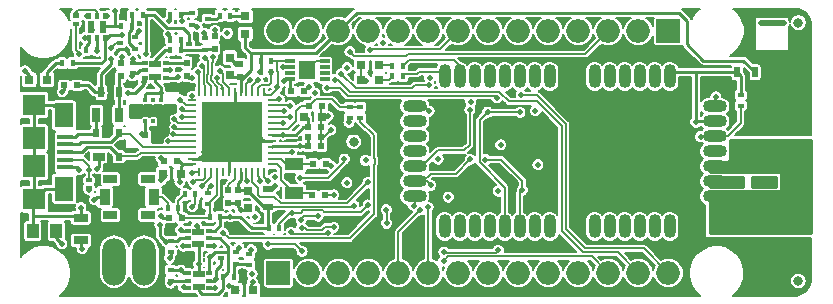
<source format=gtl>
G04 #@! TF.GenerationSoftware,KiCad,Pcbnew,5.1.0-060a0da~80~ubuntu16.04.1*
G04 #@! TF.CreationDate,2019-04-04T13:00:50+02:00*
G04 #@! TF.ProjectId,k2,6b322e6b-6963-4616-945f-706362585858,RevPB*
G04 #@! TF.SameCoordinates,Original*
G04 #@! TF.FileFunction,Copper,L1,Top*
G04 #@! TF.FilePolarity,Positive*
%FSLAX46Y46*%
G04 Gerber Fmt 4.6, Leading zero omitted, Abs format (unit mm)*
G04 Created by KiCad (PCBNEW 5.1.0-060a0da~80~ubuntu16.04.1) date 2019-04-04 13:00:50*
%MOMM*%
%LPD*%
G04 APERTURE LIST*
%ADD10R,0.800000X0.750000*%
%ADD11R,0.750000X0.800000*%
%ADD12C,0.800000*%
%ADD13O,2.032000X1.016000*%
%ADD14O,1.016000X2.032000*%
%ADD15O,2.000000X4.000000*%
%ADD16R,1.000000X1.000000*%
%ADD17R,2.200000X1.000000*%
%ADD18R,2.000000X2.000000*%
%ADD19O,2.000000X2.000000*%
%ADD20R,1.000000X1.250000*%
%ADD21R,0.500000X0.900000*%
%ADD22R,0.900000X0.500000*%
%ADD23R,1.300000X0.700000*%
%ADD24R,0.700000X1.300000*%
%ADD25R,0.700000X0.250000*%
%ADD26R,0.250000X0.700000*%
%ADD27R,5.150000X5.150000*%
%ADD28R,0.850000X0.300000*%
%ADD29R,1.400000X1.600000*%
%ADD30R,1.600000X1.100000*%
%ADD31R,1.380000X0.450000*%
%ADD32R,1.600000X2.100000*%
%ADD33R,1.900000X1.800000*%
%ADD34R,1.900000X1.900000*%
%ADD35R,0.510000X0.400000*%
%ADD36R,0.400000X0.600000*%
%ADD37R,0.600000X0.400000*%
%ADD38R,0.600000X0.500000*%
%ADD39R,0.500000X0.600000*%
%ADD40R,0.797560X0.797560*%
%ADD41R,0.550000X0.300000*%
%ADD42R,0.500000X0.350000*%
%ADD43R,1.000000X0.600000*%
%ADD44R,0.350000X0.500000*%
%ADD45R,0.600000X1.000000*%
%ADD46R,0.300000X0.450000*%
%ADD47R,0.700000X1.000000*%
%ADD48R,1.150000X0.750000*%
%ADD49R,0.950000X1.400000*%
%ADD50R,0.600000X0.700000*%
%ADD51R,1.000000X0.700000*%
%ADD52C,0.500000*%
%ADD53C,0.500000*%
%ADD54C,0.250000*%
%ADD55C,0.150000*%
%ADD56C,0.254000*%
%ADD57C,0.200000*%
G04 APERTURE END LIST*
D10*
X134520000Y-91690000D03*
X133020000Y-91690000D03*
D11*
X126740000Y-86700000D03*
X126740000Y-88200000D03*
X128250000Y-99450000D03*
X128250000Y-97950000D03*
D10*
X121080000Y-96550000D03*
X122580000Y-96550000D03*
X128710000Y-106330000D03*
X127210000Y-106330000D03*
D12*
X174870000Y-105610000D03*
X174870000Y-83740000D03*
X137220000Y-93820000D03*
D13*
X142400000Y-94640000D03*
X142400000Y-93370000D03*
X142400000Y-92100000D03*
X142400000Y-90830000D03*
X142400000Y-95910000D03*
X142400000Y-97180000D03*
X142400000Y-98450000D03*
X167800000Y-98450000D03*
X167800000Y-97180000D03*
X167800000Y-95910000D03*
X167800000Y-90830000D03*
X167800000Y-92100000D03*
X167800000Y-93370000D03*
X167800000Y-94640000D03*
D14*
X144940000Y-88290000D03*
X146210000Y-88290000D03*
X148750000Y-88290000D03*
X147480000Y-88290000D03*
X152560000Y-88290000D03*
X153830000Y-88290000D03*
X151290000Y-88290000D03*
X150020000Y-88290000D03*
X160180000Y-88290000D03*
X161450000Y-88290000D03*
X163990000Y-88290000D03*
X162720000Y-88290000D03*
X157640000Y-88290000D03*
X158910000Y-88290000D03*
X158910000Y-100990000D03*
X157640000Y-100990000D03*
X162720000Y-100990000D03*
X163990000Y-100990000D03*
X161450000Y-100990000D03*
X160180000Y-100990000D03*
X150020000Y-100990000D03*
X151290000Y-100990000D03*
X153830000Y-100990000D03*
X152560000Y-100990000D03*
X147480000Y-100990000D03*
X148750000Y-100990000D03*
X146210000Y-100990000D03*
X144940000Y-100990000D03*
D15*
X116950000Y-103970000D03*
X119490000Y-103970000D03*
D16*
X172600000Y-97190000D03*
D17*
X174370000Y-98690000D03*
X174370000Y-95690000D03*
D18*
X163880000Y-84440000D03*
D19*
X161340000Y-84440000D03*
X158800000Y-84440000D03*
X156260000Y-84440000D03*
X153720000Y-84440000D03*
X151180000Y-84440000D03*
X148640000Y-84440000D03*
X146100000Y-84440000D03*
X143560000Y-84440000D03*
X141020000Y-84440000D03*
X138480000Y-84440000D03*
X135940000Y-84440000D03*
X133400000Y-84440000D03*
X130860000Y-84440000D03*
D18*
X130860000Y-104940000D03*
D19*
X133400000Y-104940000D03*
X135940000Y-104940000D03*
X138480000Y-104940000D03*
X141020000Y-104940000D03*
X143560000Y-104940000D03*
X146100000Y-104940000D03*
X148640000Y-104940000D03*
X151180000Y-104940000D03*
X153720000Y-104940000D03*
X156260000Y-104940000D03*
X158800000Y-104940000D03*
X161340000Y-104940000D03*
X163880000Y-104940000D03*
D20*
X110050000Y-101380000D03*
X112050000Y-101380000D03*
D21*
X171210000Y-87940000D03*
X169710000Y-87940000D03*
X115860000Y-89630000D03*
X117360000Y-89630000D03*
D22*
X129980000Y-99320000D03*
X129980000Y-97820000D03*
D23*
X114120000Y-102160000D03*
X114120000Y-100260000D03*
D24*
X117350000Y-91550000D03*
X115450000Y-91550000D03*
D25*
X130300000Y-95740000D03*
X130300000Y-95240000D03*
X130300000Y-94740000D03*
X130300000Y-94240000D03*
X130300000Y-93740000D03*
X130300000Y-93240000D03*
X130300000Y-92740000D03*
X130300000Y-92240000D03*
X130300000Y-91740000D03*
X130300000Y-91240000D03*
X130300000Y-90740000D03*
X130300000Y-90240000D03*
D26*
X129650000Y-89590000D03*
X129150000Y-89590000D03*
X128650000Y-89590000D03*
X128150000Y-89590000D03*
X127650000Y-89590000D03*
X127150000Y-89590000D03*
X126650000Y-89590000D03*
X126150000Y-89590000D03*
X125650000Y-89590000D03*
X125150000Y-89590000D03*
X124650000Y-89590000D03*
X124150000Y-89590000D03*
D25*
X123500000Y-90240000D03*
X123500000Y-90740000D03*
X123500000Y-91240000D03*
X123500000Y-91740000D03*
X123500000Y-92240000D03*
X123500000Y-92740000D03*
X123500000Y-93240000D03*
X123500000Y-93740000D03*
X123500000Y-94240000D03*
X123500000Y-94740000D03*
X123500000Y-95240000D03*
X123500000Y-95740000D03*
D26*
X124150000Y-96390000D03*
X124650000Y-96390000D03*
X125150000Y-96390000D03*
X125650000Y-96390000D03*
X126150000Y-96390000D03*
X126650000Y-96390000D03*
X127150000Y-96390000D03*
X127650000Y-96390000D03*
X128150000Y-96390000D03*
X128650000Y-96390000D03*
X129150000Y-96390000D03*
X129650000Y-96390000D03*
D27*
X126900000Y-92990000D03*
D28*
X134760000Y-88520000D03*
X134760000Y-88020000D03*
X134760000Y-87520000D03*
X134760000Y-87020000D03*
X131860000Y-87020000D03*
X131860000Y-87520000D03*
X131860000Y-88020000D03*
X131860000Y-88520000D03*
D29*
X133310000Y-87770000D03*
D30*
X132210000Y-98190000D03*
X132210000Y-95690000D03*
D31*
X112820000Y-93390000D03*
X112820000Y-94040000D03*
X112820000Y-94690000D03*
X112820000Y-95340000D03*
X112820000Y-95990000D03*
D32*
X112710000Y-91590000D03*
X112710000Y-97790000D03*
D33*
X110160000Y-90690000D03*
X110160000Y-98690000D03*
D34*
X110160000Y-93490000D03*
X110160000Y-95890000D03*
D35*
X124860000Y-83390000D03*
X123560000Y-82890000D03*
X123560000Y-83890000D03*
X125960000Y-103680000D03*
X127260000Y-104180000D03*
X127260000Y-103180000D03*
X123320000Y-85570000D03*
X124620000Y-86070000D03*
X124620000Y-85070000D03*
X117440000Y-85470000D03*
X118740000Y-85970000D03*
X118740000Y-84970000D03*
D36*
X130250000Y-86990000D03*
X129350000Y-86990000D03*
X130250000Y-87890000D03*
X129350000Y-87890000D03*
X130020000Y-101130000D03*
X130920000Y-101130000D03*
X126770000Y-83130000D03*
X125870000Y-83130000D03*
X121710000Y-83050000D03*
X122610000Y-83050000D03*
D37*
X121730000Y-105580000D03*
X121730000Y-104680000D03*
X124870000Y-99080000D03*
X124870000Y-98180000D03*
D36*
X122920000Y-98280000D03*
X123820000Y-98280000D03*
D37*
X121740000Y-103110000D03*
X121740000Y-102210000D03*
D36*
X122390000Y-99420000D03*
X121490000Y-99420000D03*
X125030000Y-100170000D03*
X125930000Y-100170000D03*
D37*
X128370000Y-103320000D03*
X128370000Y-104220000D03*
D36*
X127060000Y-105280000D03*
X126160000Y-105280000D03*
X112520000Y-87170000D03*
X113420000Y-87170000D03*
D37*
X118510000Y-88020000D03*
X118510000Y-87120000D03*
D36*
X115490000Y-86040000D03*
X114590000Y-86040000D03*
D37*
X136890000Y-91780000D03*
X136890000Y-90880000D03*
X137790000Y-90880000D03*
X137790000Y-91780000D03*
D36*
X119360000Y-83090000D03*
X118460000Y-83090000D03*
X118460000Y-83990000D03*
X117560000Y-83990000D03*
X121700000Y-85160000D03*
X122600000Y-85160000D03*
X122600000Y-86060000D03*
X121700000Y-86060000D03*
D37*
X170000000Y-90750000D03*
X170000000Y-89850000D03*
D36*
X140490000Y-87370000D03*
X141390000Y-87370000D03*
X140490000Y-88270000D03*
X141390000Y-88270000D03*
D38*
X122690000Y-100270000D03*
X121590000Y-100270000D03*
X122290000Y-95470000D03*
X121190000Y-95470000D03*
X119590000Y-93220000D03*
X120690000Y-93220000D03*
D39*
X127390000Y-97940000D03*
X127390000Y-99040000D03*
X127640000Y-88320000D03*
X127640000Y-87220000D03*
X126590000Y-99040000D03*
X126590000Y-97940000D03*
X123090000Y-87110000D03*
X123090000Y-88210000D03*
D38*
X133760000Y-95690000D03*
X134860000Y-95690000D03*
X133730000Y-98340000D03*
X134830000Y-98340000D03*
X133380000Y-92590000D03*
X134480000Y-92590000D03*
X133420000Y-90750000D03*
X134520000Y-90750000D03*
X133380000Y-94190000D03*
X134480000Y-94190000D03*
X133380000Y-93390000D03*
X134480000Y-93390000D03*
D39*
X125480000Y-85940000D03*
X125480000Y-84840000D03*
D38*
X131960000Y-89550000D03*
X133060000Y-89550000D03*
X113830000Y-89030000D03*
X112730000Y-89030000D03*
D39*
X117510000Y-88290000D03*
X117510000Y-87190000D03*
D40*
X128060000Y-84679300D03*
X128060000Y-83180700D03*
X111259300Y-88560000D03*
X109760700Y-88560000D03*
X139379300Y-87290000D03*
X137880700Y-87290000D03*
X139379300Y-88570000D03*
X137880700Y-88570000D03*
D41*
X113690000Y-83155000D03*
X113690000Y-83805000D03*
X114810000Y-97735000D03*
X114810000Y-97085000D03*
D42*
X123180000Y-101340000D03*
X123180000Y-101990000D03*
X123180000Y-102640000D03*
X124980000Y-102640000D03*
X124980000Y-101990000D03*
X124980000Y-101340000D03*
D43*
X124080000Y-101465000D03*
X124080000Y-102515000D03*
D42*
X125010000Y-106230000D03*
X125010000Y-105580000D03*
X125010000Y-104930000D03*
X123210000Y-104930000D03*
X123210000Y-105580000D03*
X123210000Y-106230000D03*
D43*
X124110000Y-106105000D03*
X124110000Y-105055000D03*
D42*
X119520000Y-87120000D03*
X119520000Y-87770000D03*
X119520000Y-88420000D03*
X121320000Y-88420000D03*
X121320000Y-87770000D03*
X121320000Y-87120000D03*
D43*
X120420000Y-87245000D03*
X120420000Y-88295000D03*
D44*
X116140000Y-83210000D03*
X115490000Y-83210000D03*
X114840000Y-83210000D03*
X114840000Y-85010000D03*
X115490000Y-85010000D03*
X116140000Y-85010000D03*
D45*
X116015000Y-84110000D03*
X114965000Y-84110000D03*
D46*
X119580000Y-92070000D03*
X120230000Y-92070000D03*
X120880000Y-92070000D03*
X120880000Y-90270000D03*
X120230000Y-90270000D03*
X119580000Y-90270000D03*
D47*
X119780000Y-91170000D03*
X120680000Y-91170000D03*
D48*
X116635000Y-96965000D03*
X119785000Y-96965000D03*
X119785000Y-100015000D03*
D49*
X120285000Y-98490000D03*
X116135000Y-98490000D03*
D48*
X116635000Y-100015000D03*
D50*
X117340000Y-95080000D03*
D51*
X115640000Y-95080000D03*
D50*
X117340000Y-93080000D03*
X115440000Y-93080000D03*
D39*
X169510000Y-97390000D03*
X169510000Y-98490000D03*
X171650000Y-98490000D03*
X171650000Y-97390000D03*
D36*
X170130000Y-97390000D03*
X171030000Y-97390000D03*
D52*
X127280000Y-90640000D03*
X124520000Y-94660000D03*
X129280000Y-93500000D03*
X109420000Y-87820000D03*
X169060000Y-95860000D03*
X169110000Y-99200000D03*
X168530000Y-99330000D03*
X167710000Y-99250000D03*
X167710000Y-99900000D03*
X167710000Y-100560000D03*
X167790000Y-101240000D03*
X168440000Y-101250000D03*
X169100000Y-101250000D03*
X169770000Y-101240000D03*
X170420000Y-101260000D03*
X171080000Y-101260000D03*
X171730000Y-101250000D03*
X172380000Y-101260000D03*
X173030000Y-101260000D03*
X173700000Y-101260000D03*
X174350000Y-101260000D03*
X175030000Y-101250000D03*
X175690000Y-101200000D03*
X175690000Y-100530000D03*
X175680000Y-99870000D03*
X175690000Y-99190000D03*
X175680000Y-98520000D03*
X175690000Y-97860000D03*
X175680000Y-97200000D03*
X175700000Y-96520000D03*
X175690000Y-95160000D03*
X175700000Y-94500000D03*
X175360000Y-93940000D03*
X174700000Y-93950000D03*
X174030000Y-93940000D03*
X173370000Y-93950000D03*
X172700000Y-93950000D03*
X172040000Y-93940000D03*
X171380000Y-93950000D03*
X170720000Y-93960000D03*
X170050000Y-93940000D03*
X169400000Y-93990000D03*
X169400000Y-94650000D03*
X169390000Y-95300000D03*
X119190000Y-90910000D03*
X118570000Y-90910000D03*
X119140000Y-91560000D03*
X118560000Y-91560000D03*
X121280000Y-90850000D03*
X121320000Y-91500000D03*
X127250000Y-87210000D03*
X136810000Y-92180000D03*
X135060000Y-91660000D03*
X135290000Y-92810000D03*
X149460000Y-98000000D03*
X169060000Y-98590000D03*
X167900000Y-90010000D03*
X142300000Y-99220000D03*
X143620000Y-91230000D03*
X138310000Y-88650000D03*
X133460000Y-89200000D03*
X133310000Y-87770000D03*
X127660000Y-99570000D03*
X121160000Y-92960000D03*
X121220000Y-92150000D03*
X125480000Y-84380000D03*
X124570000Y-84610000D03*
X123980000Y-84060000D03*
X121540000Y-84720000D03*
X121570000Y-83590000D03*
X119060000Y-84460000D03*
X117650000Y-86610000D03*
X112560000Y-89590000D03*
X114240000Y-102870000D03*
X112520000Y-102460000D03*
X113970000Y-96190000D03*
X115280000Y-98720000D03*
X120920000Y-100080000D03*
X121640000Y-103660000D03*
X127510000Y-102780000D03*
X128560000Y-102950000D03*
X128660000Y-105700000D03*
X135330000Y-95860000D03*
X135530000Y-98310000D03*
X120920000Y-97090000D03*
X120910000Y-95215000D03*
X123561977Y-88391977D03*
X175690000Y-95850000D03*
X172130000Y-98530000D03*
X171130000Y-98490000D03*
X148380000Y-95320000D03*
X151510000Y-97890000D03*
X151300000Y-91330000D03*
X148560000Y-91310000D03*
X166180000Y-92170000D03*
X149670000Y-94090000D03*
X144380000Y-95280000D03*
X166590000Y-93380000D03*
X124420000Y-97570000D03*
X145240000Y-98510000D03*
X132770000Y-100400000D03*
X134200000Y-100120000D03*
X147100000Y-95300000D03*
X143740000Y-97510000D03*
X125280000Y-86670000D03*
X126540000Y-84630000D03*
X133930000Y-89700000D03*
X147070000Y-91100000D03*
X124036482Y-87917446D03*
X142370000Y-94660000D03*
X131280000Y-92240000D03*
X136650000Y-97280000D03*
X137250000Y-99220000D03*
X131320000Y-88670000D03*
X129270000Y-87920000D03*
X122510000Y-97250000D03*
X126770000Y-100150000D03*
X127850000Y-88410000D03*
X122830000Y-106150000D03*
X124100000Y-104150000D03*
X126710000Y-106040000D03*
X138430000Y-97260000D03*
X132710000Y-96870000D03*
X123570000Y-99300000D03*
X136440000Y-95280000D03*
X138440000Y-99170000D03*
X128170000Y-97150000D03*
X131990000Y-99840000D03*
X138229998Y-95400000D03*
X132680000Y-94180000D03*
X131970000Y-94720000D03*
X129330000Y-97150000D03*
X135030000Y-101500000D03*
X131920000Y-101480000D03*
X135530000Y-101060000D03*
X129980000Y-97120000D03*
X132820000Y-101090000D03*
X131810000Y-91740000D03*
X142860000Y-99580000D03*
X143520000Y-99370000D03*
X131300000Y-91250000D03*
X131840000Y-90760000D03*
X130930000Y-90220000D03*
X121970000Y-93200000D03*
X128620000Y-105020000D03*
X121520000Y-93730000D03*
X139990000Y-99560000D03*
X140010000Y-100720000D03*
X129140000Y-88610000D03*
X149480000Y-103020000D03*
X144860000Y-103170000D03*
X132870000Y-103100000D03*
X144850000Y-103890000D03*
X129990000Y-102500000D03*
X128880000Y-100160000D03*
X128480000Y-88570000D03*
X130570000Y-96840000D03*
X135670000Y-88550000D03*
X125910971Y-87815794D03*
X151400000Y-89880000D03*
X149360000Y-90100000D03*
X134990000Y-89250000D03*
X125664961Y-88449117D03*
X122690000Y-83570000D03*
X121990000Y-91850000D03*
X121980000Y-92540000D03*
X123540000Y-89970000D03*
X136900000Y-86190000D03*
X122550000Y-90270000D03*
X122660000Y-91760000D03*
X147140000Y-90440000D03*
X130750000Y-89220000D03*
X143660000Y-88380000D03*
X130250000Y-87890000D03*
X131230000Y-87520000D03*
X123650000Y-97250000D03*
X138630000Y-86070000D03*
X139710000Y-85450000D03*
X123540000Y-96450000D03*
X125110000Y-97570000D03*
X116680000Y-86780000D03*
X115930000Y-89660000D03*
X118160000Y-89700000D03*
X120420000Y-87245000D03*
X119440000Y-88770000D03*
X117000000Y-82750000D03*
X114640000Y-83170000D03*
X117570000Y-84770000D03*
X116350000Y-85010000D03*
X115080000Y-84360000D03*
X123090000Y-87110000D03*
X120870000Y-89670000D03*
X114120000Y-99390000D03*
X115520000Y-96090000D03*
X130560000Y-97600000D03*
X131260000Y-93220000D03*
X119330000Y-93200000D03*
X120820000Y-100860000D03*
X125080000Y-103610000D03*
X121370000Y-102280000D03*
X152600000Y-91190000D03*
X143630000Y-89040000D03*
X136150000Y-88070000D03*
X124394990Y-87375239D03*
X136660000Y-87550000D03*
X152820000Y-95760000D03*
X124620330Y-86738381D03*
X119600000Y-86370000D03*
X121660000Y-87770000D03*
X118490000Y-88240000D03*
X126180000Y-101540000D03*
X123920000Y-100950000D03*
X122790000Y-102650000D03*
X113690000Y-83010000D03*
X115510000Y-86140000D03*
X116700000Y-85880000D03*
X116340000Y-83150000D03*
X114460000Y-85010000D03*
X118560000Y-86830000D03*
X122380000Y-88350000D03*
X121710000Y-105790000D03*
X125550000Y-105460000D03*
X125490000Y-106170000D03*
X122580000Y-104690000D03*
X125400000Y-102670000D03*
X122580000Y-101270000D03*
X122650000Y-91070000D03*
X114830000Y-97860000D03*
X114810000Y-96210000D03*
X113970000Y-86400000D03*
D53*
X171730000Y-83780000D02*
X173630000Y-83780000D01*
D54*
X127150000Y-89590000D02*
X127140000Y-90500000D01*
X127140000Y-90500000D02*
X127280000Y-90640000D01*
X123500000Y-95240000D02*
X123950000Y-95240000D01*
X124520000Y-94860000D02*
X124520000Y-94660000D01*
X123950000Y-95240000D02*
X124520000Y-94860000D01*
X130300000Y-93740000D02*
X129710000Y-93740000D01*
X129710000Y-93740000D02*
X129280000Y-93500000D01*
X130300000Y-93740000D02*
X127650000Y-93740000D01*
X109760700Y-88560000D02*
X109760700Y-88160700D01*
X109760700Y-88160700D02*
X109420000Y-87820000D01*
D53*
X169060000Y-95860000D02*
X169060000Y-95630000D01*
D54*
X169010000Y-95910000D02*
X169060000Y-95860000D01*
X167800000Y-95910000D02*
X169010000Y-95910000D01*
D53*
X167790000Y-99330000D02*
X168530000Y-99330000D01*
X167710000Y-99250000D02*
X167790000Y-99330000D01*
X167710000Y-100560000D02*
X167710000Y-99900000D01*
X168430000Y-101240000D02*
X167790000Y-101240000D01*
X168440000Y-101250000D02*
X168430000Y-101240000D01*
X169760000Y-101250000D02*
X169100000Y-101250000D01*
X169770000Y-101240000D02*
X169760000Y-101250000D01*
X171080000Y-101260000D02*
X170420000Y-101260000D01*
X172370000Y-101250000D02*
X171730000Y-101250000D01*
X172380000Y-101260000D02*
X172370000Y-101250000D01*
X173700000Y-101260000D02*
X173030000Y-101260000D01*
X175020000Y-101260000D02*
X174350000Y-101260000D01*
X175030000Y-101250000D02*
X175020000Y-101260000D01*
X175690000Y-100530000D02*
X175690000Y-101200000D01*
X175680000Y-99200000D02*
X175680000Y-99870000D01*
X175690000Y-99190000D02*
X175680000Y-99200000D01*
X175680000Y-97870000D02*
X175680000Y-98520000D01*
X175690000Y-97860000D02*
X175680000Y-97870000D01*
X175680000Y-96540000D02*
X175680000Y-97200000D01*
X175700000Y-96520000D02*
X175680000Y-96540000D01*
X175690000Y-95160000D02*
X175690000Y-95850000D01*
X175700000Y-94280000D02*
X175700000Y-94500000D01*
X175360000Y-93940000D02*
X175700000Y-94280000D01*
X174040000Y-93950000D02*
X174700000Y-93950000D01*
X174030000Y-93940000D02*
X174040000Y-93950000D01*
X172700000Y-93950000D02*
X173370000Y-93950000D01*
X171390000Y-93940000D02*
X172040000Y-93940000D01*
X171380000Y-93950000D02*
X171390000Y-93940000D01*
X170070000Y-93960000D02*
X170720000Y-93960000D01*
X170050000Y-93940000D02*
X170070000Y-93960000D01*
X169400000Y-94650000D02*
X169400000Y-93990000D01*
X169060000Y-95630000D02*
X169390000Y-95300000D01*
D55*
X119190000Y-90910000D02*
X118570000Y-90910000D01*
X119140000Y-91560000D02*
X118560000Y-91560000D01*
D54*
X121280000Y-90850000D02*
X119250000Y-90850000D01*
X119190000Y-90910000D02*
X119190000Y-91510000D01*
X119190000Y-91510000D02*
X119140000Y-91560000D01*
X119450000Y-91170000D02*
X119190000Y-90910000D01*
X119250000Y-90850000D02*
X119190000Y-90910000D01*
X121320000Y-91500000D02*
X119200000Y-91500000D01*
X119140000Y-91560000D02*
X119530000Y-91170000D01*
X119200000Y-91500000D02*
X119140000Y-91560000D01*
X121280000Y-90850000D02*
X121280000Y-91460000D01*
X120960000Y-91170000D02*
X121280000Y-90850000D01*
X121320000Y-91500000D02*
X120990000Y-91170000D01*
X121280000Y-91460000D02*
X121320000Y-91500000D01*
D55*
X120680000Y-91170000D02*
X120990000Y-91170000D01*
X120680000Y-91170000D02*
X120960000Y-91170000D01*
X119780000Y-91170000D02*
X119530000Y-91170000D01*
X119780000Y-91170000D02*
X119450000Y-91170000D01*
X127240000Y-87220000D02*
X127250000Y-87210000D01*
X136890000Y-91780000D02*
X136890000Y-92100000D01*
X136890000Y-92100000D02*
X136810000Y-92180000D01*
X134480000Y-93390000D02*
X134710000Y-93390000D01*
X134710000Y-93390000D02*
X135290000Y-92810000D01*
X134480000Y-93390000D02*
X134480000Y-92590000D01*
X134480000Y-91790000D02*
X134930000Y-91790000D01*
X134930000Y-91790000D02*
X135060000Y-91660000D01*
X134480000Y-91790000D02*
X134480000Y-92590000D01*
X134480000Y-90990000D02*
X134480000Y-91790000D01*
X134480000Y-94190000D02*
X134480000Y-93790000D01*
X134480000Y-93790000D02*
X134480000Y-93390000D01*
D54*
X135290000Y-92810000D02*
X135300000Y-92800000D01*
X135300000Y-92800000D02*
X135310000Y-92800000D01*
X174370000Y-95690000D02*
X174380000Y-95680000D01*
X167800000Y-98450000D02*
X168920000Y-98450000D01*
X168920000Y-98450000D02*
X169060000Y-98590000D01*
X167800000Y-90830000D02*
X167800000Y-90110000D01*
X167800000Y-90110000D02*
X167900000Y-90010000D01*
D55*
X142400000Y-98450000D02*
X142400000Y-99120000D01*
X142400000Y-99120000D02*
X142300000Y-99220000D01*
X142400000Y-90830000D02*
X143220000Y-90830000D01*
X143220000Y-90830000D02*
X143620000Y-91230000D01*
X134760000Y-87020000D02*
X134060000Y-87020000D01*
X134060000Y-87020000D02*
X133310000Y-87770000D01*
X137880700Y-88570000D02*
X138230000Y-88570000D01*
X138230000Y-88570000D02*
X138310000Y-88650000D01*
X137880700Y-87290000D02*
X137880700Y-88570000D01*
X133060000Y-89550000D02*
X133110000Y-89550000D01*
X133110000Y-89550000D02*
X133460000Y-89200000D01*
D54*
X128190000Y-99540000D02*
X128170000Y-99560000D01*
X126590000Y-99040000D02*
X127390000Y-99040000D01*
X120690000Y-93220000D02*
X120900000Y-93220000D01*
X120900000Y-93220000D02*
X121160000Y-92960000D01*
X120880000Y-92070000D02*
X121140000Y-92070000D01*
X121140000Y-92070000D02*
X121220000Y-92150000D01*
X127640000Y-87220000D02*
X127640000Y-87100000D01*
X125480000Y-84840000D02*
X125480000Y-84380000D01*
X124620000Y-85070000D02*
X124620000Y-84660000D01*
X124620000Y-84660000D02*
X124570000Y-84610000D01*
X123560000Y-83890000D02*
X123810000Y-83890000D01*
X123810000Y-83890000D02*
X123980000Y-84060000D01*
X121700000Y-85160000D02*
X121700000Y-84880000D01*
X121700000Y-84880000D02*
X121540000Y-84720000D01*
X121710000Y-83050000D02*
X121710000Y-83450000D01*
X121710000Y-83450000D02*
X121570000Y-83590000D01*
X118740000Y-84970000D02*
X118740000Y-84780000D01*
X118740000Y-84780000D02*
X119060000Y-84460000D01*
X117510000Y-87190000D02*
X117510000Y-86750000D01*
X117510000Y-86750000D02*
X117650000Y-86610000D01*
X112730000Y-89030000D02*
X112730000Y-89420000D01*
X112730000Y-89420000D02*
X112560000Y-89590000D01*
X114120000Y-102160000D02*
X114120000Y-102750000D01*
X114120000Y-102750000D02*
X114240000Y-102870000D01*
X112050000Y-101380000D02*
X112050000Y-101990000D01*
X112050000Y-101990000D02*
X112520000Y-102460000D01*
X112820000Y-95990000D02*
X113770000Y-95990000D01*
X113770000Y-95990000D02*
X113970000Y-96190000D01*
X116135000Y-98490000D02*
X115510000Y-98490000D01*
X115510000Y-98490000D02*
X115280000Y-98720000D01*
X121590000Y-100270000D02*
X121110000Y-100270000D01*
X121110000Y-100270000D02*
X120920000Y-100080000D01*
X121740000Y-103110000D02*
X121740000Y-103560000D01*
X121740000Y-103560000D02*
X121640000Y-103660000D01*
X127260000Y-103180000D02*
X127260000Y-103030000D01*
X127260000Y-103030000D02*
X127510000Y-102780000D01*
X128370000Y-103320000D02*
X128370000Y-103140000D01*
X128370000Y-103140000D02*
X128560000Y-102950000D01*
X128510000Y-106330000D02*
X128510000Y-105850000D01*
X128510000Y-105850000D02*
X128660000Y-105700000D01*
D55*
X134860000Y-95690000D02*
X135160000Y-95690000D01*
X135160000Y-95690000D02*
X135330000Y-95860000D01*
X134830000Y-98340000D02*
X135500000Y-98340000D01*
X135500000Y-98340000D02*
X135530000Y-98310000D01*
D54*
X127650000Y-93740000D02*
X126900000Y-92990000D01*
X123500000Y-95240000D02*
X124650000Y-95240000D01*
X124650000Y-95240000D02*
X126900000Y-92990000D01*
X126650000Y-96390000D02*
X126650000Y-93240000D01*
X126650000Y-93240000D02*
X126900000Y-92990000D01*
X127150000Y-89590000D02*
X127150000Y-92740000D01*
X127150000Y-92740000D02*
X126900000Y-92990000D01*
X121350000Y-96660000D02*
X120920000Y-97090000D01*
X121350000Y-96620000D02*
X121350000Y-96660000D01*
X121165000Y-95470000D02*
X120910000Y-95215000D01*
X121190000Y-95470000D02*
X121165000Y-95470000D01*
X127390000Y-99300000D02*
X127660000Y-99570000D01*
X127390000Y-99040000D02*
X127390000Y-99300000D01*
X128130000Y-99570000D02*
X128250000Y-99450000D01*
X127660000Y-99570000D02*
X128130000Y-99570000D01*
X123208424Y-88391977D02*
X123561977Y-88391977D01*
X123090000Y-88273553D02*
X123208424Y-88391977D01*
X123090000Y-88210000D02*
X123090000Y-88273553D01*
X127250000Y-87210000D02*
X126740000Y-86700000D01*
X127630000Y-87210000D02*
X127640000Y-87220000D01*
X127250000Y-87210000D02*
X127630000Y-87210000D01*
X175520000Y-95680000D02*
X175690000Y-95850000D01*
X174440000Y-95680000D02*
X175520000Y-95680000D01*
X175520000Y-98680000D02*
X175680000Y-98520000D01*
X174440000Y-98680000D02*
X175520000Y-98680000D01*
X172090000Y-98490000D02*
X172130000Y-98530000D01*
X171650000Y-98490000D02*
X172090000Y-98490000D01*
X171650000Y-98490000D02*
X171130000Y-98490000D01*
D53*
X175680000Y-99180000D02*
X175690000Y-99190000D01*
D55*
X151510000Y-97890000D02*
X151510000Y-97110000D01*
X149720000Y-95320000D02*
X148380000Y-95320000D01*
X151510000Y-97110000D02*
X149720000Y-95320000D01*
X151290000Y-98110000D02*
X151510000Y-97890000D01*
X151290000Y-98110000D02*
X151290000Y-100990000D01*
X148560000Y-91310000D02*
X151280000Y-91310000D01*
X151280000Y-91310000D02*
X151300000Y-91330000D01*
X150020000Y-100990000D02*
X150020000Y-97710000D01*
X147880000Y-91990000D02*
X148560000Y-91310000D01*
X147880000Y-95570000D02*
X147880000Y-91990000D01*
X150020000Y-97710000D02*
X147880000Y-95570000D01*
D54*
X166180000Y-92170000D02*
X166180000Y-88090000D01*
X166180000Y-88090000D02*
X166330000Y-87940000D01*
X170000000Y-89850000D02*
X170000000Y-88230000D01*
X170000000Y-88230000D02*
X169710000Y-87940000D01*
X169710000Y-87940000D02*
X166330000Y-87940000D01*
X166330000Y-87940000D02*
X164340000Y-87940000D01*
X164340000Y-87940000D02*
X163990000Y-88290000D01*
X166180000Y-92170000D02*
X166250000Y-92100000D01*
X166250000Y-92100000D02*
X167800000Y-92100000D01*
X144380000Y-95280000D02*
X144380000Y-95270000D01*
D55*
X146210000Y-88290000D02*
X146210000Y-87420000D01*
X146210000Y-87420000D02*
X145680000Y-86890000D01*
X145680000Y-86890000D02*
X141870000Y-86890000D01*
X141870000Y-86890000D02*
X141390000Y-87370000D01*
X142050000Y-88080000D02*
X141580000Y-88080000D01*
X141580000Y-88080000D02*
X141390000Y-88270000D01*
X142750000Y-87880000D02*
X144530000Y-87880000D01*
X142550000Y-88080000D02*
X142750000Y-87880000D01*
X141990000Y-88080000D02*
X142050000Y-88080000D01*
X142050000Y-88080000D02*
X142550000Y-88080000D01*
X144530000Y-87880000D02*
X144940000Y-88290000D01*
X144920000Y-88270000D02*
X144940000Y-88290000D01*
X166600000Y-93370000D02*
X167800000Y-93370000D01*
X166590000Y-93380000D02*
X166600000Y-93370000D01*
X167800000Y-93370000D02*
X168880000Y-93370000D01*
X168880000Y-93370000D02*
X170000000Y-92250000D01*
X170000000Y-92250000D02*
X170000000Y-90750000D01*
X125150000Y-96390000D02*
X125150000Y-96840000D01*
X125150000Y-96840000D02*
X124420000Y-97570000D01*
X133050000Y-100120000D02*
X134200000Y-100120000D01*
X132770000Y-100400000D02*
X133050000Y-100120000D01*
X143730000Y-96550000D02*
X145850000Y-96550000D01*
X145850000Y-96550000D02*
X147100000Y-95300000D01*
X143730000Y-96550000D02*
X143100000Y-97180000D01*
X142400000Y-97180000D02*
X143100000Y-97180000D01*
X143740000Y-97510000D02*
X143730000Y-97510000D01*
X143730000Y-97510000D02*
X143400000Y-97180000D01*
X143400000Y-97180000D02*
X142400000Y-97180000D01*
X125235378Y-87068175D02*
X125280000Y-87023553D01*
X125235378Y-88175700D02*
X125235378Y-87068175D01*
X125650000Y-89590000D02*
X125650000Y-89138560D01*
X125650000Y-89138560D02*
X125120000Y-88608560D01*
X125280000Y-87023553D02*
X125280000Y-86670000D01*
X125120000Y-88608560D02*
X125120000Y-88291078D01*
X125120000Y-88291078D02*
X125235378Y-88175700D01*
X142400000Y-95910000D02*
X143040000Y-95910000D01*
X143040000Y-95910000D02*
X144400000Y-94550000D01*
X144400000Y-94550000D02*
X146590000Y-94550000D01*
X146590000Y-94550000D02*
X147070000Y-94070000D01*
X147070000Y-94070000D02*
X147070000Y-91100000D01*
X124150000Y-88030964D02*
X124036482Y-87917446D01*
X124150000Y-89590000D02*
X124150000Y-88030964D01*
X130300000Y-92240000D02*
X131280000Y-92240000D01*
X142370000Y-94660000D02*
X142390000Y-94640000D01*
X142390000Y-94640000D02*
X142400000Y-94640000D01*
X136150000Y-99320000D02*
X137150000Y-99320000D01*
X136040000Y-99320000D02*
X136150000Y-99320000D01*
X136040000Y-99320000D02*
X129980000Y-99320000D01*
X137150000Y-99320000D02*
X137250000Y-99220000D01*
D54*
X135940000Y-84440000D02*
X137500000Y-82880000D01*
X170210000Y-86940000D02*
X171210000Y-87940000D01*
X166840000Y-86940000D02*
X170210000Y-86940000D01*
X165430000Y-85530000D02*
X166840000Y-86940000D01*
X165430000Y-83560000D02*
X165430000Y-85530000D01*
X164750000Y-82880000D02*
X165430000Y-83560000D01*
X137500000Y-82880000D02*
X164750000Y-82880000D01*
X131320000Y-88670000D02*
X131470000Y-88520000D01*
X129270000Y-87920000D02*
X129300000Y-87890000D01*
X129300000Y-87890000D02*
X129350000Y-87890000D01*
X122450000Y-97190000D02*
X122450000Y-96620000D01*
X122510000Y-97250000D02*
X122450000Y-97190000D01*
X127410000Y-106330000D02*
X127030000Y-106330000D01*
X127030000Y-106330000D02*
X127000000Y-106300000D01*
X126770000Y-100150000D02*
X126770000Y-100170000D01*
X126770000Y-100170000D02*
X126770000Y-100150000D01*
X126770000Y-100150000D02*
X126770000Y-100170000D01*
X128470000Y-97940000D02*
X128190000Y-97940000D01*
X127390000Y-97940000D02*
X127390000Y-97300000D01*
X127650000Y-97040000D02*
X127650000Y-96390000D01*
X127390000Y-97300000D02*
X127650000Y-97040000D01*
X131860000Y-88520000D02*
X131470000Y-88520000D01*
X127850000Y-88410000D02*
X127760000Y-88320000D01*
X127760000Y-88320000D02*
X127640000Y-88320000D01*
X127390000Y-97940000D02*
X128190000Y-97940000D01*
X125930000Y-100170000D02*
X126770000Y-100170000D01*
X126770000Y-100170000D02*
X127630000Y-100170000D01*
X128590000Y-101130000D02*
X130020000Y-101130000D01*
X127630000Y-100170000D02*
X128590000Y-101130000D01*
X129980000Y-99320000D02*
X129980000Y-101090000D01*
X129980000Y-101090000D02*
X130020000Y-101130000D01*
X122910000Y-106230000D02*
X123210000Y-106230000D01*
X122830000Y-106150000D02*
X122910000Y-106230000D01*
X124100000Y-104150000D02*
X124110000Y-104150000D01*
X124980000Y-101340000D02*
X125490000Y-101340000D01*
X125930000Y-100900000D02*
X125930000Y-100170000D01*
X125490000Y-101340000D02*
X125930000Y-100900000D01*
X124110000Y-105055000D02*
X124110000Y-104150000D01*
X124110000Y-104150000D02*
X124110000Y-102545000D01*
X124110000Y-102545000D02*
X124080000Y-102515000D01*
X127650000Y-89590000D02*
X127650000Y-88330000D01*
X127650000Y-88330000D02*
X127640000Y-88320000D01*
X131860000Y-88520000D02*
X131860000Y-89450000D01*
X131860000Y-89450000D02*
X131960000Y-89550000D01*
X129350000Y-86990000D02*
X129350000Y-86470000D01*
X129350000Y-86470000D02*
X129490000Y-86330000D01*
X128530000Y-86330000D02*
X129490000Y-86330000D01*
X129490000Y-86330000D02*
X134050000Y-86330000D01*
X134050000Y-86330000D02*
X135940000Y-84440000D01*
X129350000Y-87890000D02*
X129350000Y-86990000D01*
X127640000Y-88320000D02*
X126840000Y-88320000D01*
X128060000Y-84679300D02*
X128060000Y-85860000D01*
X127980000Y-88320000D02*
X127640000Y-88320000D01*
X128530000Y-87770000D02*
X127980000Y-88320000D01*
X128530000Y-86330000D02*
X128530000Y-87770000D01*
X128060000Y-85860000D02*
X128530000Y-86330000D01*
X122290000Y-95470000D02*
X122450000Y-95470000D01*
X122720000Y-95740000D02*
X123500000Y-95740000D01*
X122450000Y-95470000D02*
X122720000Y-95740000D01*
X122580000Y-95925000D02*
X122720000Y-95785000D01*
X122720000Y-95785000D02*
X122720000Y-95740000D01*
X122580000Y-96550000D02*
X122580000Y-95925000D01*
X126900000Y-106020000D02*
X127210000Y-106330000D01*
X126680000Y-106020000D02*
X126900000Y-106020000D01*
X129620000Y-99320000D02*
X129980000Y-99320000D01*
X128250000Y-97950000D02*
X129620000Y-99320000D01*
D55*
X135380000Y-99000000D02*
X136690000Y-99000000D01*
X131040000Y-99000000D02*
X135380000Y-99000000D01*
X128650000Y-96390000D02*
X128650000Y-97200000D01*
X130510000Y-98470000D02*
X131040000Y-99000000D01*
X129280000Y-98470000D02*
X130510000Y-98470000D01*
X129140000Y-98330000D02*
X129280000Y-98470000D01*
X129140000Y-97690000D02*
X129140000Y-98330000D01*
X128650000Y-97200000D02*
X129140000Y-97690000D01*
X136690000Y-99000000D02*
X138430000Y-97260000D01*
X132710000Y-96870000D02*
X135090000Y-96870000D01*
X123820000Y-98280000D02*
X123820000Y-99050000D01*
X123820000Y-99050000D02*
X123570000Y-99300000D01*
X136440000Y-95520000D02*
X136440000Y-95280000D01*
X135090000Y-96870000D02*
X136440000Y-95520000D01*
X136770000Y-99790000D02*
X137820000Y-99790000D01*
X132750000Y-99840000D02*
X132960000Y-99630000D01*
X132960000Y-99630000D02*
X134590000Y-99630000D01*
X134590000Y-99630000D02*
X134750000Y-99790000D01*
X134750000Y-99790000D02*
X136770000Y-99790000D01*
X132750000Y-99840000D02*
X131990000Y-99840000D01*
X137820000Y-99790000D02*
X138440000Y-99170000D01*
X128150000Y-96390000D02*
X128150000Y-97150000D01*
X128150000Y-97150000D02*
X128170000Y-97170000D01*
X131990000Y-99840000D02*
X131820000Y-99840000D01*
X131820000Y-99840000D02*
X130920000Y-100740000D01*
X130920000Y-100740000D02*
X130920000Y-101130000D01*
D54*
X132680000Y-94180000D02*
X132680000Y-94190000D01*
X132680000Y-94190000D02*
X132680000Y-94180000D01*
X132680000Y-94180000D02*
X132680000Y-94190000D01*
X133380000Y-94190000D02*
X132680000Y-94190000D01*
X132680000Y-94190000D02*
X130350000Y-94190000D01*
X130350000Y-94190000D02*
X130300000Y-94240000D01*
X133380000Y-93390000D02*
X133380000Y-94190000D01*
D55*
X130300000Y-94740000D02*
X131950000Y-94740000D01*
X131950000Y-94740000D02*
X131970000Y-94720000D01*
X129150000Y-96750000D02*
X129330000Y-96930000D01*
X129330000Y-96930000D02*
X129330000Y-97150000D01*
X129150000Y-96390000D02*
X129150000Y-96750000D01*
X135030000Y-101500000D02*
X134890000Y-101640000D01*
X134890000Y-101640000D02*
X132080000Y-101640000D01*
X132080000Y-101640000D02*
X131920000Y-101480000D01*
X132820000Y-101090000D02*
X133110000Y-101090000D01*
X129650000Y-96790000D02*
X129650000Y-96390000D01*
X129650000Y-96790000D02*
X129980000Y-97120000D01*
X135470000Y-101000000D02*
X135530000Y-101060000D01*
X134820000Y-101000000D02*
X135470000Y-101000000D01*
X134530000Y-101290000D02*
X134820000Y-101000000D01*
X133310000Y-101290000D02*
X134530000Y-101290000D01*
X133110000Y-101090000D02*
X133310000Y-101290000D01*
X130300000Y-91740000D02*
X131810000Y-91740000D01*
X142860000Y-99580000D02*
X141020000Y-101420000D01*
X141020000Y-104940000D02*
X141020000Y-101420000D01*
X131290000Y-91240000D02*
X131300000Y-91250000D01*
X130300000Y-91240000D02*
X131290000Y-91240000D01*
X143560000Y-99410000D02*
X143560000Y-104940000D01*
X143520000Y-99370000D02*
X143560000Y-99410000D01*
X131840000Y-90760000D02*
X131820000Y-90740000D01*
X131820000Y-90740000D02*
X131840000Y-90760000D01*
X130300000Y-90740000D02*
X131820000Y-90740000D01*
X130910000Y-90240000D02*
X130930000Y-90220000D01*
X130910000Y-90240000D02*
X130300000Y-90240000D01*
X122010000Y-93240000D02*
X121970000Y-93200000D01*
X123500000Y-93240000D02*
X122010000Y-93240000D01*
X123500000Y-93740000D02*
X121530000Y-93740000D01*
X121530000Y-93740000D02*
X121520000Y-93730000D01*
X139990000Y-99560000D02*
X140010000Y-99580000D01*
X140010000Y-99580000D02*
X140010000Y-100720000D01*
X128650000Y-89590000D02*
X128650000Y-89100000D01*
X128650000Y-89100000D02*
X129140000Y-88610000D01*
X149300000Y-103200000D02*
X149480000Y-103020000D01*
X144890000Y-103200000D02*
X149300000Y-103200000D01*
X144860000Y-103170000D02*
X144890000Y-103200000D01*
X132870000Y-103100000D02*
X132270000Y-102500000D01*
X132270000Y-102500000D02*
X129990000Y-102500000D01*
X158800000Y-104940000D02*
X157380000Y-103520000D01*
X145220000Y-103520000D02*
X157380000Y-103520000D01*
X144850000Y-103890000D02*
X145220000Y-103520000D01*
X128150000Y-89590000D02*
X128150000Y-88900000D01*
X128150000Y-88900000D02*
X128480000Y-88570000D01*
X130570000Y-96840000D02*
X130570000Y-96830000D01*
X135670000Y-88550000D02*
X135870000Y-88550000D01*
X156640000Y-103170000D02*
X159570000Y-103170000D01*
X154840000Y-101370000D02*
X156640000Y-103170000D01*
X154840000Y-94470000D02*
X154840000Y-101370000D01*
X159570000Y-103170000D02*
X161340000Y-104940000D01*
X154840000Y-92500000D02*
X154840000Y-94470000D01*
X152740000Y-90400000D02*
X154840000Y-92500000D01*
X150360000Y-90400000D02*
X152740000Y-90400000D01*
X149560000Y-89600000D02*
X150360000Y-90400000D01*
X149560000Y-89600000D02*
X137230000Y-89600000D01*
X136920000Y-89600000D02*
X137230000Y-89600000D01*
X135870000Y-88550000D02*
X136920000Y-89600000D01*
X135670000Y-88550000D02*
X135670000Y-88570000D01*
X126139999Y-88780001D02*
X126139999Y-88044822D01*
X126650000Y-89590000D02*
X126650000Y-89290002D01*
X126139999Y-88044822D02*
X125910971Y-87815794D01*
X126650000Y-89290002D02*
X126139999Y-88780001D01*
X152730000Y-89880000D02*
X155160000Y-92310000D01*
X155160000Y-92310000D02*
X155160000Y-101180000D01*
X155160000Y-101180000D02*
X156830000Y-102850000D01*
X156830000Y-102850000D02*
X161790000Y-102850000D01*
X163880000Y-104940000D02*
X161790000Y-102850000D01*
X151400000Y-89880000D02*
X152730000Y-89880000D01*
X149200000Y-89940000D02*
X149360000Y-90100000D01*
X134990000Y-89250000D02*
X136030000Y-89250000D01*
X136030000Y-89250000D02*
X136720000Y-89940000D01*
X136720000Y-89940000D02*
X149200000Y-89940000D01*
X126150000Y-89430000D02*
X126150000Y-89590000D01*
X126000000Y-89280000D02*
X126150000Y-89430000D01*
X126150000Y-89214281D02*
X125664961Y-88729242D01*
X126150000Y-89590000D02*
X126150000Y-89214281D01*
X125664961Y-88729242D02*
X125664961Y-88449117D01*
X122690000Y-83130000D02*
X122690000Y-83570000D01*
X122380000Y-92240000D02*
X123500000Y-92240000D01*
X122380000Y-92240000D02*
X121990000Y-91850000D01*
X122690000Y-83130000D02*
X122610000Y-83050000D01*
D54*
X123560000Y-82890000D02*
X122770000Y-82890000D01*
X122770000Y-82890000D02*
X122610000Y-83050000D01*
D55*
X122180000Y-92740000D02*
X121980000Y-92540000D01*
X123500000Y-92740000D02*
X122180000Y-92740000D01*
X136900000Y-86190000D02*
X136900000Y-86240000D01*
X123500000Y-90010000D02*
X123540000Y-89970000D01*
X123500000Y-90240000D02*
X123500000Y-90010000D01*
X156850000Y-86390000D02*
X158800000Y-84440000D01*
X141830000Y-86390000D02*
X156850000Y-86390000D01*
X141640000Y-86580000D02*
X141830000Y-86390000D01*
X137940000Y-86580000D02*
X141640000Y-86580000D01*
X137240000Y-86580000D02*
X137940000Y-86580000D01*
X136900000Y-86240000D02*
X137240000Y-86580000D01*
X123500000Y-90740000D02*
X123020000Y-90740000D01*
X123020000Y-90740000D02*
X122550000Y-90270000D01*
X123500000Y-91740000D02*
X122680000Y-91740000D01*
X122680000Y-91740000D02*
X122660000Y-91760000D01*
X130830000Y-89260000D02*
X130790000Y-89260000D01*
X130790000Y-89260000D02*
X130750000Y-89220000D01*
X130830000Y-89260000D02*
X130830000Y-87900000D01*
X130250000Y-89840000D02*
X130830000Y-89260000D01*
X129770000Y-89840000D02*
X130250000Y-89840000D01*
X130740000Y-87030000D02*
X130710000Y-87000000D01*
X130740000Y-87810000D02*
X130740000Y-87030000D01*
X130830000Y-87900000D02*
X130740000Y-87810000D01*
X129650000Y-89590000D02*
X129650000Y-89720000D01*
X129650000Y-89720000D02*
X129770000Y-89840000D01*
X130710000Y-86990000D02*
X130710000Y-87000000D01*
X130710000Y-87000000D02*
X130710000Y-86990000D01*
X130250000Y-86990000D02*
X130580000Y-86990000D01*
X130580000Y-86990000D02*
X130710000Y-86990000D01*
X130710000Y-86990000D02*
X131830000Y-86990000D01*
X131830000Y-86990000D02*
X131860000Y-87020000D01*
X129650000Y-89590000D02*
X129650000Y-89360000D01*
X131860000Y-87520000D02*
X131230000Y-87520000D01*
X129150000Y-89590000D02*
X129150000Y-89270000D01*
X129150000Y-89270000D02*
X129410000Y-89010000D01*
X129410000Y-89010000D02*
X130040000Y-89010000D01*
X130040000Y-89010000D02*
X130250000Y-88800000D01*
X130250000Y-88800000D02*
X130250000Y-87890000D01*
X130250000Y-87890000D02*
X130200000Y-87890000D01*
X124650000Y-96890000D02*
X124450000Y-97090000D01*
X124450000Y-97090000D02*
X123810000Y-97090000D01*
X123810000Y-97090000D02*
X123650000Y-97250000D01*
X138630000Y-86070000D02*
X138700000Y-86000000D01*
X138700000Y-86000000D02*
X144540000Y-86000000D01*
X146100000Y-84440000D02*
X144540000Y-86000000D01*
X124650000Y-96890000D02*
X124650000Y-96390000D01*
X124150000Y-96390000D02*
X123600000Y-96390000D01*
X123600000Y-96390000D02*
X123540000Y-96450000D01*
X124130000Y-96390000D02*
X124150000Y-96390000D01*
X124870000Y-97810000D02*
X125110000Y-97570000D01*
X124870000Y-97810000D02*
X124870000Y-98180000D01*
X124870000Y-98180000D02*
X124870000Y-98050000D01*
D54*
X115860000Y-88090000D02*
X116680000Y-87270000D01*
X116680000Y-87270000D02*
X116680000Y-86780000D01*
X115860000Y-89630000D02*
X115860000Y-88090000D01*
X119440000Y-88770000D02*
X119440000Y-88950000D01*
X115930000Y-89660000D02*
X115900000Y-89630000D01*
X118690000Y-89700000D02*
X118160000Y-89700000D01*
X119440000Y-88950000D02*
X118690000Y-89700000D01*
X115900000Y-89630000D02*
X115860000Y-89630000D01*
X121290000Y-86060000D02*
X120420000Y-86930000D01*
X120420000Y-86930000D02*
X120420000Y-87245000D01*
X121700000Y-86060000D02*
X121290000Y-86060000D01*
X119520000Y-88690000D02*
X119520000Y-88420000D01*
X119440000Y-88770000D02*
X119520000Y-88690000D01*
X116990000Y-83990000D02*
X116990000Y-82760000D01*
X116990000Y-82760000D02*
X117000000Y-82750000D01*
X114640000Y-83170000D02*
X114680000Y-83210000D01*
X114680000Y-83210000D02*
X114840000Y-83210000D01*
X117560000Y-83990000D02*
X116990000Y-83990000D01*
X116990000Y-83990000D02*
X116135000Y-83990000D01*
X116135000Y-83990000D02*
X116015000Y-84110000D01*
X115860000Y-89630000D02*
X115330000Y-89630000D01*
X114730000Y-89030000D02*
X113830000Y-89030000D01*
X115330000Y-89630000D02*
X114730000Y-89030000D01*
X117570000Y-84770000D02*
X117540000Y-84800000D01*
X117540000Y-84800000D02*
X116560000Y-84800000D01*
X116560000Y-84800000D02*
X116350000Y-85010000D01*
X114965000Y-84245000D02*
X115080000Y-84360000D01*
X121330000Y-87110000D02*
X123090000Y-87110000D01*
X120870000Y-89670000D02*
X120880000Y-89670000D01*
X114965000Y-84245000D02*
X114965000Y-84110000D01*
X119580000Y-90270000D02*
X119580000Y-89810000D01*
X119580000Y-89810000D02*
X119720000Y-89670000D01*
X119720000Y-89670000D02*
X120880000Y-89670000D01*
X120420000Y-88295000D02*
X120420000Y-88750000D01*
X120420000Y-88750000D02*
X120880000Y-89210000D01*
X120880000Y-89210000D02*
X120880000Y-89670000D01*
X120880000Y-89670000D02*
X120880000Y-90270000D01*
X121330000Y-87110000D02*
X121320000Y-87120000D01*
X113420000Y-87170000D02*
X115860000Y-87170000D01*
X116140000Y-86890000D02*
X116140000Y-85010000D01*
X115860000Y-87170000D02*
X116140000Y-86890000D01*
X114120000Y-100260000D02*
X114120000Y-99390000D01*
X112710000Y-97790000D02*
X111060000Y-97790000D01*
X111060000Y-97790000D02*
X110160000Y-98690000D01*
X110160000Y-90690000D02*
X111810000Y-90690000D01*
X111810000Y-90690000D02*
X112710000Y-91590000D01*
X110160000Y-93490000D02*
X110160000Y-90690000D01*
X110160000Y-93490000D02*
X110160000Y-95890000D01*
X110160000Y-98690000D02*
X110160000Y-95890000D01*
X110050000Y-100130000D02*
X113990000Y-100130000D01*
X113990000Y-100130000D02*
X114120000Y-100260000D01*
X115640000Y-95030000D02*
X115640000Y-95970000D01*
X115640000Y-95970000D02*
X115520000Y-96090000D01*
X112710000Y-91590000D02*
X112560000Y-91590000D01*
X112710000Y-97790000D02*
X112020000Y-97790000D01*
X110050000Y-101380000D02*
X110050000Y-100130000D01*
X110050000Y-100130000D02*
X110050000Y-98800000D01*
X110050000Y-98800000D02*
X110160000Y-98690000D01*
X114120000Y-100260000D02*
X113670000Y-100260000D01*
X117360000Y-89630000D02*
X117360000Y-88440000D01*
X117360000Y-88440000D02*
X117510000Y-88290000D01*
X117350000Y-91550000D02*
X117350000Y-89640000D01*
X117350000Y-89640000D02*
X117360000Y-89630000D01*
X125480000Y-85940000D02*
X124750000Y-85940000D01*
X124750000Y-85940000D02*
X124620000Y-86070000D01*
X122600000Y-86060000D02*
X124610000Y-86060000D01*
X124610000Y-86060000D02*
X124620000Y-86070000D01*
X122600000Y-86060000D02*
X122600000Y-85160000D01*
X131260000Y-93220000D02*
X132320000Y-93220000D01*
X132950000Y-92590000D02*
X133380000Y-92590000D01*
X132320000Y-93220000D02*
X132950000Y-92590000D01*
X131260000Y-93220000D02*
X131250000Y-93230000D01*
X129980000Y-97820000D02*
X130340000Y-97820000D01*
X130340000Y-97820000D02*
X130560000Y-97600000D01*
X133380000Y-92590000D02*
X133380000Y-91790000D01*
X131250000Y-93240000D02*
X130300000Y-93240000D01*
D55*
X136890000Y-90880000D02*
X137790000Y-90880000D01*
X132970000Y-90750000D02*
X133420000Y-90750000D01*
X132779998Y-90750000D02*
X132970000Y-90750000D01*
X130300000Y-92740000D02*
X131630000Y-92740000D01*
X131630000Y-92740000D02*
X132310000Y-92060000D01*
X132310000Y-92060000D02*
X132310000Y-91219998D01*
X132310000Y-91219998D02*
X132779998Y-90750000D01*
X133470000Y-90750000D02*
X133420000Y-90750000D01*
X136890000Y-90880000D02*
X136030000Y-90880000D01*
X136030000Y-90880000D02*
X135370000Y-90220000D01*
X135370000Y-90220000D02*
X134000000Y-90220000D01*
X134000000Y-90220000D02*
X133470000Y-90750000D01*
X130300000Y-95740000D02*
X130720000Y-95740000D01*
X131060000Y-97040000D02*
X132210000Y-98190000D01*
X131060000Y-96080000D02*
X131060000Y-97040000D01*
X130720000Y-95740000D02*
X131060000Y-96080000D01*
X132210000Y-98190000D02*
X133580000Y-98190000D01*
X133580000Y-98190000D02*
X133730000Y-98340000D01*
X132210000Y-95690000D02*
X133760000Y-95690000D01*
X132210000Y-95690000D02*
X131510000Y-95690000D01*
X131510000Y-95690000D02*
X131060000Y-95240000D01*
X131060000Y-95240000D02*
X130300000Y-95240000D01*
X126590000Y-97940000D02*
X126590000Y-97520000D01*
X127150000Y-96960000D02*
X127150000Y-96390000D01*
X126590000Y-97520000D02*
X127150000Y-96960000D01*
D54*
X121740000Y-102210000D02*
X121210000Y-102210000D01*
X119330000Y-93200000D02*
X119350000Y-93220000D01*
X120820000Y-101820000D02*
X120820000Y-100860000D01*
X121210000Y-102210000D02*
X120820000Y-101820000D01*
X119350000Y-93220000D02*
X119590000Y-93220000D01*
X121740000Y-102210000D02*
X121440000Y-102210000D01*
X121440000Y-102210000D02*
X121370000Y-102280000D01*
X125020000Y-103670000D02*
X125010000Y-103670000D01*
X125080000Y-103610000D02*
X125020000Y-103670000D01*
X125010000Y-104930000D02*
X125010000Y-103670000D01*
X125490000Y-103190000D02*
X126610000Y-103190000D01*
X125010000Y-103670000D02*
X125490000Y-103190000D01*
X124110000Y-106105000D02*
X124110000Y-106420000D01*
X126160000Y-106300000D02*
X126160000Y-105280000D01*
X125740000Y-106720000D02*
X126160000Y-106300000D01*
X124410000Y-106720000D02*
X125740000Y-106720000D01*
X124110000Y-106420000D02*
X124410000Y-106720000D01*
X124980000Y-101990000D02*
X125870000Y-101990000D01*
X126610000Y-104830000D02*
X126160000Y-105280000D01*
X126610000Y-102730000D02*
X126610000Y-103190000D01*
X126610000Y-103190000D02*
X126610000Y-104830000D01*
X125870000Y-101990000D02*
X126610000Y-102730000D01*
X121740000Y-102210000D02*
X122260000Y-102210000D01*
X122480000Y-101990000D02*
X123180000Y-101990000D01*
X122260000Y-102210000D02*
X122480000Y-101990000D01*
X119580000Y-92070000D02*
X119580000Y-93210000D01*
X119580000Y-93210000D02*
X119590000Y-93220000D01*
D55*
X122390000Y-99420000D02*
X122390000Y-98810000D01*
X122390000Y-98810000D02*
X122920000Y-98280000D01*
X122690000Y-100270000D02*
X124930000Y-100270000D01*
X124930000Y-100270000D02*
X125030000Y-100170000D01*
X125650000Y-96390000D02*
X125650000Y-98300000D01*
X125650000Y-98300000D02*
X124870000Y-99080000D01*
X122690000Y-100270000D02*
X122690000Y-100110000D01*
X122690000Y-100110000D02*
X122390000Y-99810000D01*
X122390000Y-99810000D02*
X122390000Y-99420000D01*
D54*
X124840000Y-99050000D02*
X124870000Y-99080000D01*
D55*
X125030000Y-100170000D02*
X125030000Y-99240000D01*
X125030000Y-99240000D02*
X124870000Y-99080000D01*
X123500000Y-94740000D02*
X119190000Y-94740000D01*
X118900000Y-95030000D02*
X117340000Y-95030000D01*
X119190000Y-94740000D02*
X118900000Y-95030000D01*
D54*
X112820000Y-94690000D02*
X114200000Y-94690000D01*
X116570000Y-94260000D02*
X117340000Y-95030000D01*
X114630000Y-94260000D02*
X116570000Y-94260000D01*
X114200000Y-94690000D02*
X114630000Y-94260000D01*
D55*
X123500000Y-94240000D02*
X119360000Y-94240000D01*
X118250000Y-93130000D02*
X117340000Y-93130000D01*
X119360000Y-94240000D02*
X118250000Y-93130000D01*
D54*
X112820000Y-94040000D02*
X113930000Y-94040000D01*
X116670000Y-93800000D02*
X117340000Y-93130000D01*
X114170000Y-93800000D02*
X116670000Y-93800000D01*
X113930000Y-94040000D02*
X114170000Y-93800000D01*
X115440000Y-93130000D02*
X115440000Y-91560000D01*
X115440000Y-91560000D02*
X115450000Y-91550000D01*
X115440000Y-93130000D02*
X113900000Y-93130000D01*
X113640000Y-93390000D02*
X112820000Y-93390000D01*
X113900000Y-93130000D02*
X113640000Y-93390000D01*
D55*
X137380002Y-89290000D02*
X142160000Y-89290000D01*
X136160002Y-88070000D02*
X137380002Y-89290000D01*
X136150000Y-88070000D02*
X136160002Y-88070000D01*
X142160000Y-89290000D02*
X142410000Y-89040000D01*
X143630000Y-89040000D02*
X142410000Y-89040000D01*
X124519978Y-87500227D02*
X124394990Y-87375239D01*
X124519978Y-88959978D02*
X124519978Y-87500227D01*
X124650000Y-89590000D02*
X124650000Y-89090000D01*
X124650000Y-89090000D02*
X124519978Y-88959978D01*
X152820000Y-95760000D02*
X152880000Y-95700000D01*
X125150000Y-89590000D02*
X125150000Y-89062839D01*
X124819989Y-88732828D02*
X124819989Y-88166810D01*
X124819989Y-88166810D02*
X124870329Y-88116470D01*
X124870329Y-88116470D02*
X124870329Y-86988380D01*
X125150000Y-89062839D02*
X124819989Y-88732828D01*
X124870329Y-86988380D02*
X124620330Y-86738381D01*
D54*
X118460000Y-83090000D02*
X118460000Y-83990000D01*
X118460000Y-83990000D02*
X118460000Y-84240000D01*
X118460000Y-84240000D02*
X118200000Y-84500000D01*
X118200000Y-84500000D02*
X118200000Y-85430000D01*
X118200000Y-85430000D02*
X118740000Y-85970000D01*
X119360000Y-83090000D02*
X119610000Y-83090000D01*
X119610000Y-83090000D02*
X119610000Y-86380000D01*
X121400000Y-84170000D02*
X120320000Y-83090000D01*
X120320000Y-83090000D02*
X119610000Y-83090000D01*
X122770000Y-84170000D02*
X123320000Y-84720000D01*
X123320000Y-85570000D02*
X123320000Y-84720000D01*
X122770000Y-84170000D02*
X121400000Y-84170000D01*
X119600000Y-86370000D02*
X119610000Y-86380000D01*
X121320000Y-87770000D02*
X121660000Y-87770000D01*
X118490000Y-88240000D02*
X118510000Y-88220000D01*
X118510000Y-88020000D02*
X118510000Y-88220000D01*
X119520000Y-87770000D02*
X119150000Y-87770000D01*
X118900000Y-88020000D02*
X118510000Y-88020000D01*
X119150000Y-87770000D02*
X118900000Y-88020000D01*
X124080000Y-101465000D02*
X124080000Y-101110000D01*
X124080000Y-101110000D02*
X123920000Y-100950000D01*
X123180000Y-102640000D02*
X122800000Y-102640000D01*
X122800000Y-102640000D02*
X122790000Y-102650000D01*
D55*
X137790000Y-92130000D02*
X137790000Y-91780000D01*
X138995001Y-95658001D02*
X138995001Y-95201999D01*
X136880000Y-102000000D02*
X138930000Y-99950000D01*
X126640000Y-102000000D02*
X136880000Y-102000000D01*
X138930000Y-99950000D02*
X138930000Y-95723002D01*
X126180000Y-101540000D02*
X126640000Y-102000000D01*
X138945001Y-93285001D02*
X137790000Y-92130000D01*
X138995001Y-95201999D02*
X138945001Y-95151999D01*
X138930000Y-95723002D02*
X138995001Y-95658001D01*
X138945001Y-95151999D02*
X138945001Y-93285001D01*
D54*
X113690000Y-83010000D02*
X113690000Y-83155000D01*
D55*
X117440000Y-85470000D02*
X117110000Y-85470000D01*
D54*
X115510000Y-86140000D02*
X115490000Y-86120000D01*
D55*
X117110000Y-85470000D02*
X116700000Y-85880000D01*
D54*
X115490000Y-86120000D02*
X115490000Y-86040000D01*
D55*
X113690000Y-83155000D02*
X113690000Y-82850000D01*
X113690000Y-82850000D02*
X113870000Y-82670000D01*
X113870000Y-82670000D02*
X115330000Y-82670000D01*
X115330000Y-82670000D02*
X115490000Y-82830000D01*
X115490000Y-82830000D02*
X115490000Y-83210000D01*
D54*
X115490000Y-86040000D02*
X115490000Y-85010000D01*
X116140000Y-83210000D02*
X116280000Y-83210000D01*
X116280000Y-83210000D02*
X116340000Y-83150000D01*
X114840000Y-85010000D02*
X114460000Y-85010000D01*
X114590000Y-86040000D02*
X114590000Y-85670000D01*
X114840000Y-85420000D02*
X114840000Y-85010000D01*
X114590000Y-85670000D02*
X114840000Y-85420000D01*
X118510000Y-87120000D02*
X118510000Y-86880000D01*
X118510000Y-86880000D02*
X118560000Y-86830000D01*
X122380000Y-88350000D02*
X122310000Y-88420000D01*
X122310000Y-88420000D02*
X121320000Y-88420000D01*
X119520000Y-87120000D02*
X118510000Y-87120000D01*
X127060000Y-105280000D02*
X127060000Y-104380000D01*
X127060000Y-104380000D02*
X127260000Y-104180000D01*
X127260000Y-104180000D02*
X128330000Y-104180000D01*
X128330000Y-104180000D02*
X128370000Y-104220000D01*
D55*
X120285000Y-98490000D02*
X120980000Y-98490000D01*
X121490000Y-99000000D02*
X121490000Y-99420000D01*
X120980000Y-98490000D02*
X121490000Y-99000000D01*
D54*
X125960000Y-103680000D02*
X125960000Y-104240000D01*
X125550000Y-104650000D02*
X125550000Y-105460000D01*
X125960000Y-104240000D02*
X125550000Y-104650000D01*
X125010000Y-105580000D02*
X125430000Y-105580000D01*
X121710000Y-105790000D02*
X121730000Y-105770000D01*
X125430000Y-105580000D02*
X125550000Y-105460000D01*
X123210000Y-105580000D02*
X121730000Y-105580000D01*
X121730000Y-105770000D02*
X121730000Y-105580000D01*
X125430000Y-106230000D02*
X125490000Y-106170000D01*
X122570000Y-104680000D02*
X122580000Y-104690000D01*
X125430000Y-106230000D02*
X125010000Y-106230000D01*
X123210000Y-104930000D02*
X122820000Y-104930000D01*
X122570000Y-104680000D02*
X121730000Y-104680000D01*
X122820000Y-104930000D02*
X122570000Y-104680000D01*
X124860000Y-83390000D02*
X125610000Y-83390000D01*
X125610000Y-83390000D02*
X125870000Y-83130000D01*
X123180000Y-101340000D02*
X122650000Y-101340000D01*
X125370000Y-102640000D02*
X124980000Y-102640000D01*
X125400000Y-102670000D02*
X125370000Y-102640000D01*
X122650000Y-101340000D02*
X122580000Y-101270000D01*
D55*
X122820000Y-91240000D02*
X122650000Y-91070000D01*
X123500000Y-91240000D02*
X122820000Y-91240000D01*
X114830000Y-97860000D02*
X114810000Y-97840000D01*
X114810000Y-97840000D02*
X114810000Y-97735000D01*
X113690000Y-86050000D02*
X113970000Y-86330000D01*
X113970000Y-86330000D02*
X113970000Y-86400000D01*
X113690000Y-83805000D02*
X113690000Y-86050000D01*
X114810000Y-96840000D02*
X114810000Y-96830000D01*
X112820000Y-95340000D02*
X114320000Y-95340000D01*
X114810000Y-95830000D02*
X114810000Y-96210000D01*
X114810000Y-96210000D02*
X114810000Y-96830000D01*
X114810000Y-96830000D02*
X114810000Y-97085000D01*
X114320000Y-95340000D02*
X114810000Y-95830000D01*
X139379300Y-88570000D02*
X140190000Y-88570000D01*
X140190000Y-88570000D02*
X140490000Y-88270000D01*
X139379300Y-87290000D02*
X140410000Y-87290000D01*
X140410000Y-87290000D02*
X140490000Y-87370000D01*
D54*
X111259300Y-88560000D02*
X111259300Y-87950700D01*
X112040000Y-87170000D02*
X112520000Y-87170000D01*
X111259300Y-87950700D02*
X112040000Y-87170000D01*
X112520000Y-87170000D02*
X112520000Y-87220000D01*
X126770000Y-83130000D02*
X128009300Y-83130000D01*
X128009300Y-83130000D02*
X128060000Y-83180700D01*
D56*
G36*
X119233184Y-90691816D02*
G01*
X119275363Y-90726431D01*
X119323484Y-90752153D01*
X119375699Y-90767992D01*
X119430000Y-90773340D01*
X119730000Y-90773340D01*
X119784301Y-90767992D01*
X119836516Y-90752153D01*
X119884637Y-90726431D01*
X119905000Y-90709720D01*
X119925363Y-90726431D01*
X119973484Y-90752153D01*
X120025699Y-90767992D01*
X120080000Y-90773340D01*
X120380000Y-90773340D01*
X120434301Y-90767992D01*
X120486516Y-90752153D01*
X120534637Y-90726431D01*
X120555000Y-90709720D01*
X120575363Y-90726431D01*
X120623484Y-90752153D01*
X120675699Y-90767992D01*
X120730000Y-90773340D01*
X121030000Y-90773340D01*
X121084301Y-90767992D01*
X121136516Y-90752153D01*
X121184637Y-90726431D01*
X121226816Y-90691816D01*
X121230768Y-90687000D01*
X122083000Y-90687000D01*
X122083000Y-91331174D01*
X122041905Y-91323000D01*
X121938095Y-91323000D01*
X121836280Y-91343252D01*
X121740372Y-91382979D01*
X121688935Y-91417348D01*
X121671399Y-91422667D01*
X121649443Y-91434403D01*
X121630197Y-91450197D01*
X121614403Y-91469443D01*
X121602667Y-91491399D01*
X121602387Y-91492322D01*
X121580652Y-91514057D01*
X121522979Y-91600372D01*
X121483252Y-91696280D01*
X121463000Y-91798095D01*
X121463000Y-91901905D01*
X121483252Y-92003720D01*
X121522979Y-92099628D01*
X121580652Y-92185943D01*
X121584709Y-92190000D01*
X121570652Y-92204057D01*
X121512979Y-92290372D01*
X121473252Y-92386280D01*
X121453000Y-92488095D01*
X121453000Y-92591905D01*
X121473252Y-92693720D01*
X121512979Y-92789628D01*
X121524599Y-92807019D01*
X121514403Y-92819443D01*
X121502667Y-92841399D01*
X121495440Y-92865224D01*
X121493000Y-92890000D01*
X121493000Y-92974463D01*
X121463252Y-93046280D01*
X121443000Y-93148095D01*
X121443000Y-93207992D01*
X121366280Y-93223252D01*
X121270372Y-93262979D01*
X121210475Y-93303000D01*
X121180000Y-93303000D01*
X121155224Y-93305440D01*
X121131399Y-93312667D01*
X121109443Y-93324403D01*
X121090197Y-93340197D01*
X121074403Y-93359443D01*
X121062667Y-93381399D01*
X121055440Y-93405224D01*
X121053000Y-93430000D01*
X121053000Y-93480341D01*
X121052979Y-93480372D01*
X121013252Y-93576280D01*
X120993000Y-93678095D01*
X120993000Y-93781905D01*
X120998868Y-93811406D01*
X120167000Y-93804109D01*
X120167000Y-93483606D01*
X120168340Y-93470000D01*
X120168340Y-92970000D01*
X120167000Y-92956394D01*
X120167000Y-92830000D01*
X120164560Y-92805224D01*
X120157333Y-92781399D01*
X120145597Y-92759443D01*
X120129803Y-92740197D01*
X120110557Y-92724403D01*
X120088601Y-92712667D01*
X120064776Y-92705440D01*
X120040000Y-92703000D01*
X119982000Y-92703000D01*
X119982000Y-92554736D01*
X120025699Y-92567992D01*
X120080000Y-92573340D01*
X120380000Y-92573340D01*
X120434301Y-92567992D01*
X120486516Y-92552153D01*
X120534637Y-92526431D01*
X120576816Y-92491816D01*
X120611431Y-92449637D01*
X120637153Y-92401516D01*
X120652992Y-92349301D01*
X120658340Y-92295000D01*
X120658340Y-91845000D01*
X120652992Y-91790699D01*
X120637153Y-91738484D01*
X120611431Y-91690363D01*
X120576816Y-91648184D01*
X120534637Y-91613569D01*
X120486516Y-91587847D01*
X120434301Y-91572008D01*
X120380000Y-91566660D01*
X120080000Y-91566660D01*
X120025699Y-91572008D01*
X119973484Y-91587847D01*
X119925363Y-91613569D01*
X119905000Y-91630280D01*
X119884637Y-91613569D01*
X119836516Y-91587847D01*
X119784301Y-91572008D01*
X119730000Y-91566660D01*
X119430000Y-91566660D01*
X119375699Y-91572008D01*
X119323484Y-91587847D01*
X119275363Y-91613569D01*
X119233184Y-91648184D01*
X119204612Y-91683000D01*
X118317000Y-91683000D01*
X118317000Y-90687000D01*
X119229232Y-90687000D01*
X119233184Y-90691816D01*
X119233184Y-90691816D01*
G37*
X119233184Y-90691816D02*
X119275363Y-90726431D01*
X119323484Y-90752153D01*
X119375699Y-90767992D01*
X119430000Y-90773340D01*
X119730000Y-90773340D01*
X119784301Y-90767992D01*
X119836516Y-90752153D01*
X119884637Y-90726431D01*
X119905000Y-90709720D01*
X119925363Y-90726431D01*
X119973484Y-90752153D01*
X120025699Y-90767992D01*
X120080000Y-90773340D01*
X120380000Y-90773340D01*
X120434301Y-90767992D01*
X120486516Y-90752153D01*
X120534637Y-90726431D01*
X120555000Y-90709720D01*
X120575363Y-90726431D01*
X120623484Y-90752153D01*
X120675699Y-90767992D01*
X120730000Y-90773340D01*
X121030000Y-90773340D01*
X121084301Y-90767992D01*
X121136516Y-90752153D01*
X121184637Y-90726431D01*
X121226816Y-90691816D01*
X121230768Y-90687000D01*
X122083000Y-90687000D01*
X122083000Y-91331174D01*
X122041905Y-91323000D01*
X121938095Y-91323000D01*
X121836280Y-91343252D01*
X121740372Y-91382979D01*
X121688935Y-91417348D01*
X121671399Y-91422667D01*
X121649443Y-91434403D01*
X121630197Y-91450197D01*
X121614403Y-91469443D01*
X121602667Y-91491399D01*
X121602387Y-91492322D01*
X121580652Y-91514057D01*
X121522979Y-91600372D01*
X121483252Y-91696280D01*
X121463000Y-91798095D01*
X121463000Y-91901905D01*
X121483252Y-92003720D01*
X121522979Y-92099628D01*
X121580652Y-92185943D01*
X121584709Y-92190000D01*
X121570652Y-92204057D01*
X121512979Y-92290372D01*
X121473252Y-92386280D01*
X121453000Y-92488095D01*
X121453000Y-92591905D01*
X121473252Y-92693720D01*
X121512979Y-92789628D01*
X121524599Y-92807019D01*
X121514403Y-92819443D01*
X121502667Y-92841399D01*
X121495440Y-92865224D01*
X121493000Y-92890000D01*
X121493000Y-92974463D01*
X121463252Y-93046280D01*
X121443000Y-93148095D01*
X121443000Y-93207992D01*
X121366280Y-93223252D01*
X121270372Y-93262979D01*
X121210475Y-93303000D01*
X121180000Y-93303000D01*
X121155224Y-93305440D01*
X121131399Y-93312667D01*
X121109443Y-93324403D01*
X121090197Y-93340197D01*
X121074403Y-93359443D01*
X121062667Y-93381399D01*
X121055440Y-93405224D01*
X121053000Y-93430000D01*
X121053000Y-93480341D01*
X121052979Y-93480372D01*
X121013252Y-93576280D01*
X120993000Y-93678095D01*
X120993000Y-93781905D01*
X120998868Y-93811406D01*
X120167000Y-93804109D01*
X120167000Y-93483606D01*
X120168340Y-93470000D01*
X120168340Y-92970000D01*
X120167000Y-92956394D01*
X120167000Y-92830000D01*
X120164560Y-92805224D01*
X120157333Y-92781399D01*
X120145597Y-92759443D01*
X120129803Y-92740197D01*
X120110557Y-92724403D01*
X120088601Y-92712667D01*
X120064776Y-92705440D01*
X120040000Y-92703000D01*
X119982000Y-92703000D01*
X119982000Y-92554736D01*
X120025699Y-92567992D01*
X120080000Y-92573340D01*
X120380000Y-92573340D01*
X120434301Y-92567992D01*
X120486516Y-92552153D01*
X120534637Y-92526431D01*
X120576816Y-92491816D01*
X120611431Y-92449637D01*
X120637153Y-92401516D01*
X120652992Y-92349301D01*
X120658340Y-92295000D01*
X120658340Y-91845000D01*
X120652992Y-91790699D01*
X120637153Y-91738484D01*
X120611431Y-91690363D01*
X120576816Y-91648184D01*
X120534637Y-91613569D01*
X120486516Y-91587847D01*
X120434301Y-91572008D01*
X120380000Y-91566660D01*
X120080000Y-91566660D01*
X120025699Y-91572008D01*
X119973484Y-91587847D01*
X119925363Y-91613569D01*
X119905000Y-91630280D01*
X119884637Y-91613569D01*
X119836516Y-91587847D01*
X119784301Y-91572008D01*
X119730000Y-91566660D01*
X119430000Y-91566660D01*
X119375699Y-91572008D01*
X119323484Y-91587847D01*
X119275363Y-91613569D01*
X119233184Y-91648184D01*
X119204612Y-91683000D01*
X118317000Y-91683000D01*
X118317000Y-90687000D01*
X119229232Y-90687000D01*
X119233184Y-90691816D01*
G36*
X172973000Y-97613000D02*
G01*
X170957000Y-97613000D01*
X170957000Y-96767000D01*
X172973000Y-96767000D01*
X172973000Y-97613000D01*
X172973000Y-97613000D01*
G37*
X172973000Y-97613000D02*
X170957000Y-97613000D01*
X170957000Y-96767000D01*
X172973000Y-96767000D01*
X172973000Y-97613000D01*
G36*
X170203000Y-97613000D02*
G01*
X167427000Y-97613000D01*
X167427000Y-96767000D01*
X170203000Y-96767000D01*
X170203000Y-97613000D01*
X170203000Y-97613000D01*
G37*
X170203000Y-97613000D02*
X167427000Y-97613000D01*
X167427000Y-96767000D01*
X170203000Y-96767000D01*
X170203000Y-97613000D01*
G36*
X175983000Y-101533000D02*
G01*
X167427000Y-101533000D01*
X167427000Y-98027000D01*
X173270000Y-98027000D01*
X173294776Y-98024560D01*
X173318601Y-98017333D01*
X173340557Y-98005597D01*
X173359803Y-97989803D01*
X173375597Y-97970557D01*
X173387333Y-97948601D01*
X173394560Y-97924776D01*
X173397000Y-97900000D01*
X173397000Y-96480000D01*
X173394560Y-96455224D01*
X173387333Y-96431399D01*
X173375597Y-96409443D01*
X173359803Y-96390197D01*
X173340557Y-96374403D01*
X173318601Y-96362667D01*
X173294776Y-96355440D01*
X173270000Y-96353000D01*
X167427000Y-96353000D01*
X167427000Y-95527000D01*
X169000000Y-95527000D01*
X169024776Y-95524560D01*
X169048601Y-95517333D01*
X169070557Y-95505597D01*
X169089803Y-95489803D01*
X169105597Y-95470557D01*
X169117333Y-95448601D01*
X169124560Y-95424776D01*
X169127000Y-95400000D01*
X169127000Y-93667000D01*
X175983001Y-93667000D01*
X175983000Y-101533000D01*
X175983000Y-101533000D01*
G37*
X175983000Y-101533000D02*
X167427000Y-101533000D01*
X167427000Y-98027000D01*
X173270000Y-98027000D01*
X173294776Y-98024560D01*
X173318601Y-98017333D01*
X173340557Y-98005597D01*
X173359803Y-97989803D01*
X173375597Y-97970557D01*
X173387333Y-97948601D01*
X173394560Y-97924776D01*
X173397000Y-97900000D01*
X173397000Y-96480000D01*
X173394560Y-96455224D01*
X173387333Y-96431399D01*
X173375597Y-96409443D01*
X173359803Y-96390197D01*
X173340557Y-96374403D01*
X173318601Y-96362667D01*
X173294776Y-96355440D01*
X173270000Y-96353000D01*
X167427000Y-96353000D01*
X167427000Y-95527000D01*
X169000000Y-95527000D01*
X169024776Y-95524560D01*
X169048601Y-95517333D01*
X169070557Y-95505597D01*
X169089803Y-95489803D01*
X169105597Y-95470557D01*
X169117333Y-95448601D01*
X169124560Y-95424776D01*
X169127000Y-95400000D01*
X169127000Y-93667000D01*
X175983001Y-93667000D01*
X175983000Y-101533000D01*
D57*
G36*
X116738549Y-95029590D02*
G01*
X116738549Y-95430000D01*
X116744341Y-95488810D01*
X116761496Y-95545360D01*
X116789353Y-95597477D01*
X116826842Y-95643158D01*
X116872523Y-95680647D01*
X116924640Y-95708504D01*
X116981190Y-95725659D01*
X117040000Y-95731451D01*
X117640000Y-95731451D01*
X117698810Y-95725659D01*
X117755360Y-95708504D01*
X117807477Y-95680647D01*
X117853158Y-95643158D01*
X117890647Y-95597477D01*
X117918504Y-95545360D01*
X117935659Y-95488810D01*
X117941451Y-95430000D01*
X117941451Y-95405000D01*
X118881584Y-95405000D01*
X118900000Y-95406814D01*
X118918416Y-95405000D01*
X118918419Y-95405000D01*
X118973513Y-95399574D01*
X119044200Y-95378131D01*
X119109347Y-95343309D01*
X119166448Y-95296448D01*
X119178195Y-95282134D01*
X119345330Y-95115000D01*
X120369116Y-95115000D01*
X120360000Y-95160830D01*
X120360000Y-95269170D01*
X120381136Y-95375429D01*
X120422597Y-95475523D01*
X120482787Y-95565604D01*
X120559396Y-95642213D01*
X120588549Y-95661692D01*
X120588549Y-95720000D01*
X120594341Y-95778810D01*
X120611496Y-95835360D01*
X120634313Y-95878049D01*
X120621190Y-95879341D01*
X120564640Y-95896496D01*
X120512523Y-95924353D01*
X120466842Y-95961842D01*
X120429353Y-96007523D01*
X120401496Y-96059640D01*
X120384341Y-96116190D01*
X120378549Y-96175000D01*
X120378549Y-96290376D01*
X120360000Y-96288549D01*
X119210000Y-96288549D01*
X119151190Y-96294341D01*
X119094640Y-96311496D01*
X119042523Y-96339353D01*
X118996842Y-96376842D01*
X118959353Y-96422523D01*
X118931496Y-96474640D01*
X118914341Y-96531190D01*
X118908549Y-96590000D01*
X118908549Y-97340000D01*
X118914341Y-97398810D01*
X118931496Y-97455360D01*
X118959353Y-97507477D01*
X118996842Y-97553158D01*
X119042523Y-97590647D01*
X119094640Y-97618504D01*
X119151190Y-97635659D01*
X119210000Y-97641451D01*
X119549236Y-97641451D01*
X119531496Y-97674640D01*
X119514341Y-97731190D01*
X119508549Y-97790000D01*
X119508549Y-99190000D01*
X119514341Y-99248810D01*
X119531496Y-99305360D01*
X119549236Y-99338549D01*
X119210000Y-99338549D01*
X119151190Y-99344341D01*
X119094640Y-99361496D01*
X119042523Y-99389353D01*
X118996842Y-99426842D01*
X118959353Y-99472523D01*
X118931496Y-99524640D01*
X118914341Y-99581190D01*
X118908549Y-99640000D01*
X118908549Y-100390000D01*
X118914341Y-100448810D01*
X118931496Y-100505360D01*
X118959353Y-100557477D01*
X118996842Y-100603158D01*
X119042523Y-100640647D01*
X119094640Y-100668504D01*
X119151190Y-100685659D01*
X119210000Y-100691451D01*
X120294499Y-100691451D01*
X120291136Y-100699571D01*
X120270000Y-100805830D01*
X120270000Y-100914170D01*
X120291136Y-101020429D01*
X120332597Y-101120523D01*
X120392787Y-101210604D01*
X120395001Y-101212818D01*
X120395000Y-101799133D01*
X120392945Y-101820000D01*
X120395000Y-101840867D01*
X120395000Y-101840873D01*
X120398889Y-101880360D01*
X120401150Y-101903314D01*
X120406012Y-101919341D01*
X120425452Y-101983426D01*
X120464916Y-102057259D01*
X120518026Y-102121974D01*
X120534243Y-102135283D01*
X120842372Y-102443413D01*
X120882597Y-102540523D01*
X120942787Y-102630604D01*
X121019396Y-102707213D01*
X121109477Y-102767403D01*
X121163986Y-102789982D01*
X121161496Y-102794640D01*
X121144341Y-102851190D01*
X121138549Y-102910000D01*
X121138549Y-103310000D01*
X121144341Y-103368810D01*
X121153317Y-103398399D01*
X121152597Y-103399477D01*
X121111136Y-103499571D01*
X121090000Y-103605830D01*
X121090000Y-103714170D01*
X121111136Y-103820429D01*
X121152597Y-103920523D01*
X121212787Y-104010604D01*
X121289396Y-104087213D01*
X121379477Y-104147403D01*
X121454669Y-104178549D01*
X121430000Y-104178549D01*
X121371190Y-104184341D01*
X121314640Y-104201496D01*
X121262523Y-104229353D01*
X121216842Y-104266842D01*
X121179353Y-104312523D01*
X121151496Y-104364640D01*
X121134341Y-104421190D01*
X121128549Y-104480000D01*
X121128549Y-104880000D01*
X121134341Y-104938810D01*
X121151496Y-104995360D01*
X121179353Y-105047477D01*
X121216842Y-105093158D01*
X121261735Y-105130000D01*
X121216842Y-105166842D01*
X121179353Y-105212523D01*
X121151496Y-105264640D01*
X121134341Y-105321190D01*
X121128549Y-105380000D01*
X121128549Y-105780000D01*
X121134341Y-105838810D01*
X121151496Y-105895360D01*
X121179353Y-105947477D01*
X121180931Y-105949400D01*
X121181136Y-105950429D01*
X121222597Y-106050523D01*
X121282787Y-106140604D01*
X121359396Y-106217213D01*
X121449477Y-106277403D01*
X121549571Y-106318864D01*
X121655830Y-106340000D01*
X121764170Y-106340000D01*
X121870429Y-106318864D01*
X121970523Y-106277403D01*
X122060604Y-106217213D01*
X122137213Y-106140604D01*
X122197403Y-106050523D01*
X122209838Y-106020503D01*
X122228728Y-106005000D01*
X122298067Y-106005000D01*
X122280000Y-106095830D01*
X122280000Y-106204170D01*
X122301136Y-106310429D01*
X122342597Y-106410523D01*
X122402787Y-106500604D01*
X122479396Y-106577213D01*
X122569477Y-106637403D01*
X122669571Y-106678864D01*
X122775830Y-106700000D01*
X122884170Y-106700000D01*
X122893138Y-106698216D01*
X122901190Y-106700659D01*
X122960000Y-106706451D01*
X123460000Y-106706451D01*
X123518810Y-106700659D01*
X123535000Y-106695748D01*
X123551190Y-106700659D01*
X123610000Y-106706451D01*
X123795287Y-106706451D01*
X123808027Y-106721974D01*
X123824238Y-106735279D01*
X123928960Y-106840000D01*
X112346337Y-106840000D01*
X112458038Y-106765364D01*
X112785364Y-106438038D01*
X113042543Y-106053143D01*
X113219691Y-105625470D01*
X113310000Y-105171455D01*
X113310000Y-104708545D01*
X113219691Y-104254530D01*
X113042543Y-103826857D01*
X112785364Y-103441962D01*
X112458038Y-103114636D01*
X112073143Y-102857457D01*
X111645470Y-102680309D01*
X111191455Y-102590000D01*
X110728545Y-102590000D01*
X110274530Y-102680309D01*
X109846857Y-102857457D01*
X109461962Y-103114636D01*
X109134636Y-103441962D01*
X109060000Y-103553663D01*
X109060000Y-99849989D01*
X109094640Y-99868504D01*
X109151190Y-99885659D01*
X109210000Y-99891451D01*
X109625000Y-99891451D01*
X109625000Y-100109126D01*
X109622944Y-100130000D01*
X109625001Y-100150884D01*
X109625001Y-100453549D01*
X109550000Y-100453549D01*
X109491190Y-100459341D01*
X109434640Y-100476496D01*
X109382523Y-100504353D01*
X109336842Y-100541842D01*
X109299353Y-100587523D01*
X109271496Y-100639640D01*
X109254341Y-100696190D01*
X109248549Y-100755000D01*
X109248549Y-102005000D01*
X109254341Y-102063810D01*
X109271496Y-102120360D01*
X109299353Y-102172477D01*
X109336842Y-102218158D01*
X109382523Y-102255647D01*
X109434640Y-102283504D01*
X109491190Y-102300659D01*
X109550000Y-102306451D01*
X110550000Y-102306451D01*
X110608810Y-102300659D01*
X110665360Y-102283504D01*
X110717477Y-102255647D01*
X110763158Y-102218158D01*
X110800647Y-102172477D01*
X110828504Y-102120360D01*
X110845659Y-102063810D01*
X110851451Y-102005000D01*
X110851451Y-100755000D01*
X110845659Y-100696190D01*
X110828504Y-100639640D01*
X110800647Y-100587523D01*
X110773956Y-100555000D01*
X111326044Y-100555000D01*
X111299353Y-100587523D01*
X111271496Y-100639640D01*
X111254341Y-100696190D01*
X111248549Y-100755000D01*
X111248549Y-102005000D01*
X111254341Y-102063810D01*
X111271496Y-102120360D01*
X111299353Y-102172477D01*
X111336842Y-102218158D01*
X111382523Y-102255647D01*
X111434640Y-102283504D01*
X111491190Y-102300659D01*
X111550000Y-102306451D01*
X111765411Y-102306451D01*
X111970000Y-102511040D01*
X111970000Y-102514170D01*
X111991136Y-102620429D01*
X112032597Y-102720523D01*
X112092787Y-102810604D01*
X112169396Y-102887213D01*
X112259477Y-102947403D01*
X112359571Y-102988864D01*
X112465830Y-103010000D01*
X112574170Y-103010000D01*
X112680429Y-102988864D01*
X112780523Y-102947403D01*
X112870604Y-102887213D01*
X112947213Y-102810604D01*
X113007403Y-102720523D01*
X113048864Y-102620429D01*
X113070000Y-102514170D01*
X113070000Y-102405830D01*
X113048864Y-102299571D01*
X113007403Y-102199477D01*
X112947213Y-102109396D01*
X112870604Y-102032787D01*
X112850066Y-102019064D01*
X112851451Y-102005000D01*
X112851451Y-101810000D01*
X113168549Y-101810000D01*
X113168549Y-102510000D01*
X113174341Y-102568810D01*
X113191496Y-102625360D01*
X113219353Y-102677477D01*
X113256842Y-102723158D01*
X113302523Y-102760647D01*
X113354640Y-102788504D01*
X113411190Y-102805659D01*
X113470000Y-102811451D01*
X113690871Y-102811451D01*
X113690000Y-102815830D01*
X113690000Y-102924170D01*
X113711136Y-103030429D01*
X113752597Y-103130523D01*
X113812787Y-103220604D01*
X113889396Y-103297213D01*
X113979477Y-103357403D01*
X114079571Y-103398864D01*
X114185830Y-103420000D01*
X114294170Y-103420000D01*
X114400429Y-103398864D01*
X114500523Y-103357403D01*
X114590604Y-103297213D01*
X114667213Y-103220604D01*
X114727403Y-103130523D01*
X114768864Y-103030429D01*
X114790000Y-102924170D01*
X114790000Y-102906137D01*
X115650000Y-102906137D01*
X115650001Y-105033864D01*
X115668811Y-105224845D01*
X115743146Y-105469896D01*
X115863861Y-105695736D01*
X116026314Y-105893687D01*
X116224265Y-106056140D01*
X116450105Y-106176855D01*
X116695156Y-106251190D01*
X116950000Y-106276290D01*
X117204845Y-106251190D01*
X117449896Y-106176855D01*
X117675736Y-106056140D01*
X117873687Y-105893687D01*
X118036140Y-105695736D01*
X118156855Y-105469896D01*
X118220001Y-105261732D01*
X118283146Y-105469896D01*
X118403861Y-105695736D01*
X118566314Y-105893687D01*
X118764265Y-106056140D01*
X118990105Y-106176855D01*
X119235156Y-106251190D01*
X119490000Y-106276290D01*
X119744845Y-106251190D01*
X119989896Y-106176855D01*
X120215736Y-106056140D01*
X120413687Y-105893687D01*
X120576140Y-105695736D01*
X120696855Y-105469896D01*
X120771190Y-105224845D01*
X120790000Y-105033864D01*
X120790000Y-102906136D01*
X120771190Y-102715155D01*
X120696855Y-102470104D01*
X120576140Y-102244264D01*
X120413687Y-102046313D01*
X120215735Y-101883860D01*
X119989895Y-101763145D01*
X119744844Y-101688810D01*
X119490000Y-101663710D01*
X119235155Y-101688810D01*
X118990104Y-101763145D01*
X118764264Y-101883860D01*
X118566313Y-102046313D01*
X118403860Y-102244265D01*
X118283145Y-102470105D01*
X118220000Y-102678267D01*
X118156855Y-102470104D01*
X118036140Y-102244264D01*
X117873687Y-102046313D01*
X117675735Y-101883860D01*
X117449895Y-101763145D01*
X117204844Y-101688810D01*
X116950000Y-101663710D01*
X116695155Y-101688810D01*
X116450104Y-101763145D01*
X116224264Y-101883860D01*
X116026313Y-102046313D01*
X115863860Y-102244265D01*
X115743145Y-102470105D01*
X115668810Y-102715156D01*
X115650000Y-102906137D01*
X114790000Y-102906137D01*
X114790000Y-102815830D01*
X114788761Y-102809603D01*
X114828810Y-102805659D01*
X114885360Y-102788504D01*
X114937477Y-102760647D01*
X114983158Y-102723158D01*
X115020647Y-102677477D01*
X115048504Y-102625360D01*
X115065659Y-102568810D01*
X115071451Y-102510000D01*
X115071451Y-101810000D01*
X115065659Y-101751190D01*
X115048504Y-101694640D01*
X115020647Y-101642523D01*
X114983158Y-101596842D01*
X114937477Y-101559353D01*
X114885360Y-101531496D01*
X114828810Y-101514341D01*
X114770000Y-101508549D01*
X113470000Y-101508549D01*
X113411190Y-101514341D01*
X113354640Y-101531496D01*
X113302523Y-101559353D01*
X113256842Y-101596842D01*
X113219353Y-101642523D01*
X113191496Y-101694640D01*
X113174341Y-101751190D01*
X113168549Y-101810000D01*
X112851451Y-101810000D01*
X112851451Y-100755000D01*
X112845659Y-100696190D01*
X112828504Y-100639640D01*
X112800647Y-100587523D01*
X112773956Y-100555000D01*
X113168549Y-100555000D01*
X113168549Y-100610000D01*
X113174341Y-100668810D01*
X113191496Y-100725360D01*
X113219353Y-100777477D01*
X113256842Y-100823158D01*
X113302523Y-100860647D01*
X113354640Y-100888504D01*
X113411190Y-100905659D01*
X113470000Y-100911451D01*
X114770000Y-100911451D01*
X114828810Y-100905659D01*
X114885360Y-100888504D01*
X114937477Y-100860647D01*
X114983158Y-100823158D01*
X115020647Y-100777477D01*
X115048504Y-100725360D01*
X115065659Y-100668810D01*
X115071451Y-100610000D01*
X115071451Y-99910000D01*
X115065659Y-99851190D01*
X115048504Y-99794640D01*
X115020647Y-99742523D01*
X114983158Y-99696842D01*
X114937477Y-99659353D01*
X114885360Y-99631496D01*
X114828810Y-99614341D01*
X114770000Y-99608549D01*
X114624789Y-99608549D01*
X114648864Y-99550429D01*
X114670000Y-99444170D01*
X114670000Y-99335830D01*
X114648864Y-99229571D01*
X114607403Y-99129477D01*
X114547213Y-99039396D01*
X114470604Y-98962787D01*
X114380523Y-98902597D01*
X114280429Y-98861136D01*
X114174170Y-98840000D01*
X114065830Y-98840000D01*
X113959571Y-98861136D01*
X113859477Y-98902597D01*
X113790536Y-98948662D01*
X113805659Y-98898810D01*
X113811451Y-98840000D01*
X113811451Y-96740000D01*
X113809361Y-96718777D01*
X113809571Y-96718864D01*
X113915830Y-96740000D01*
X114024170Y-96740000D01*
X114130429Y-96718864D01*
X114230523Y-96677403D01*
X114320604Y-96617213D01*
X114380554Y-96557263D01*
X114382787Y-96560604D01*
X114435001Y-96612818D01*
X114435001Y-96651836D01*
X114419640Y-96656496D01*
X114367523Y-96684353D01*
X114321842Y-96721842D01*
X114284353Y-96767523D01*
X114256496Y-96819640D01*
X114239341Y-96876190D01*
X114233549Y-96935000D01*
X114233549Y-97235000D01*
X114239341Y-97293810D01*
X114256496Y-97350360D01*
X114284353Y-97402477D01*
X114290527Y-97410000D01*
X114284353Y-97417523D01*
X114256496Y-97469640D01*
X114239341Y-97526190D01*
X114233549Y-97585000D01*
X114233549Y-97885000D01*
X114239341Y-97943810D01*
X114256496Y-98000360D01*
X114284353Y-98052477D01*
X114321842Y-98098158D01*
X114339251Y-98112445D01*
X114342597Y-98120523D01*
X114402787Y-98210604D01*
X114479396Y-98287213D01*
X114569477Y-98347403D01*
X114669571Y-98388864D01*
X114775830Y-98410000D01*
X114825656Y-98410000D01*
X114792597Y-98459477D01*
X114751136Y-98559571D01*
X114730000Y-98665830D01*
X114730000Y-98774170D01*
X114751136Y-98880429D01*
X114792597Y-98980523D01*
X114852787Y-99070604D01*
X114929396Y-99147213D01*
X115019477Y-99207403D01*
X115119571Y-99248864D01*
X115225830Y-99270000D01*
X115334170Y-99270000D01*
X115368686Y-99263134D01*
X115381496Y-99305360D01*
X115409353Y-99357477D01*
X115446842Y-99403158D01*
X115492523Y-99440647D01*
X115544640Y-99468504D01*
X115601190Y-99485659D01*
X115660000Y-99491451D01*
X115799236Y-99491451D01*
X115781496Y-99524640D01*
X115764341Y-99581190D01*
X115758549Y-99640000D01*
X115758549Y-100390000D01*
X115764341Y-100448810D01*
X115781496Y-100505360D01*
X115809353Y-100557477D01*
X115846842Y-100603158D01*
X115892523Y-100640647D01*
X115944640Y-100668504D01*
X116001190Y-100685659D01*
X116060000Y-100691451D01*
X117210000Y-100691451D01*
X117268810Y-100685659D01*
X117325360Y-100668504D01*
X117377477Y-100640647D01*
X117423158Y-100603158D01*
X117460647Y-100557477D01*
X117488504Y-100505360D01*
X117505659Y-100448810D01*
X117511451Y-100390000D01*
X117511451Y-99640000D01*
X117505659Y-99581190D01*
X117488504Y-99524640D01*
X117460647Y-99472523D01*
X117423158Y-99426842D01*
X117377477Y-99389353D01*
X117325360Y-99361496D01*
X117268810Y-99344341D01*
X117210000Y-99338549D01*
X116870764Y-99338549D01*
X116888504Y-99305360D01*
X116905659Y-99248810D01*
X116911451Y-99190000D01*
X116911451Y-97790000D01*
X116905659Y-97731190D01*
X116888504Y-97674640D01*
X116870764Y-97641451D01*
X117210000Y-97641451D01*
X117268810Y-97635659D01*
X117325360Y-97618504D01*
X117377477Y-97590647D01*
X117423158Y-97553158D01*
X117460647Y-97507477D01*
X117488504Y-97455360D01*
X117505659Y-97398810D01*
X117511451Y-97340000D01*
X117511451Y-96590000D01*
X117505659Y-96531190D01*
X117488504Y-96474640D01*
X117460647Y-96422523D01*
X117423158Y-96376842D01*
X117377477Y-96339353D01*
X117325360Y-96311496D01*
X117268810Y-96294341D01*
X117210000Y-96288549D01*
X116060000Y-96288549D01*
X116031929Y-96291314D01*
X116048864Y-96250429D01*
X116070000Y-96144170D01*
X116070000Y-96035830D01*
X116063694Y-96004129D01*
X116065000Y-95990874D01*
X116065000Y-95990867D01*
X116067055Y-95970000D01*
X116065000Y-95949133D01*
X116065000Y-95731451D01*
X116140000Y-95731451D01*
X116198810Y-95725659D01*
X116255360Y-95708504D01*
X116307477Y-95680647D01*
X116353158Y-95643158D01*
X116390647Y-95597477D01*
X116418504Y-95545360D01*
X116435659Y-95488810D01*
X116441451Y-95430000D01*
X116441451Y-94732491D01*
X116738549Y-95029590D01*
X116738549Y-95029590D01*
G37*
X116738549Y-95029590D02*
X116738549Y-95430000D01*
X116744341Y-95488810D01*
X116761496Y-95545360D01*
X116789353Y-95597477D01*
X116826842Y-95643158D01*
X116872523Y-95680647D01*
X116924640Y-95708504D01*
X116981190Y-95725659D01*
X117040000Y-95731451D01*
X117640000Y-95731451D01*
X117698810Y-95725659D01*
X117755360Y-95708504D01*
X117807477Y-95680647D01*
X117853158Y-95643158D01*
X117890647Y-95597477D01*
X117918504Y-95545360D01*
X117935659Y-95488810D01*
X117941451Y-95430000D01*
X117941451Y-95405000D01*
X118881584Y-95405000D01*
X118900000Y-95406814D01*
X118918416Y-95405000D01*
X118918419Y-95405000D01*
X118973513Y-95399574D01*
X119044200Y-95378131D01*
X119109347Y-95343309D01*
X119166448Y-95296448D01*
X119178195Y-95282134D01*
X119345330Y-95115000D01*
X120369116Y-95115000D01*
X120360000Y-95160830D01*
X120360000Y-95269170D01*
X120381136Y-95375429D01*
X120422597Y-95475523D01*
X120482787Y-95565604D01*
X120559396Y-95642213D01*
X120588549Y-95661692D01*
X120588549Y-95720000D01*
X120594341Y-95778810D01*
X120611496Y-95835360D01*
X120634313Y-95878049D01*
X120621190Y-95879341D01*
X120564640Y-95896496D01*
X120512523Y-95924353D01*
X120466842Y-95961842D01*
X120429353Y-96007523D01*
X120401496Y-96059640D01*
X120384341Y-96116190D01*
X120378549Y-96175000D01*
X120378549Y-96290376D01*
X120360000Y-96288549D01*
X119210000Y-96288549D01*
X119151190Y-96294341D01*
X119094640Y-96311496D01*
X119042523Y-96339353D01*
X118996842Y-96376842D01*
X118959353Y-96422523D01*
X118931496Y-96474640D01*
X118914341Y-96531190D01*
X118908549Y-96590000D01*
X118908549Y-97340000D01*
X118914341Y-97398810D01*
X118931496Y-97455360D01*
X118959353Y-97507477D01*
X118996842Y-97553158D01*
X119042523Y-97590647D01*
X119094640Y-97618504D01*
X119151190Y-97635659D01*
X119210000Y-97641451D01*
X119549236Y-97641451D01*
X119531496Y-97674640D01*
X119514341Y-97731190D01*
X119508549Y-97790000D01*
X119508549Y-99190000D01*
X119514341Y-99248810D01*
X119531496Y-99305360D01*
X119549236Y-99338549D01*
X119210000Y-99338549D01*
X119151190Y-99344341D01*
X119094640Y-99361496D01*
X119042523Y-99389353D01*
X118996842Y-99426842D01*
X118959353Y-99472523D01*
X118931496Y-99524640D01*
X118914341Y-99581190D01*
X118908549Y-99640000D01*
X118908549Y-100390000D01*
X118914341Y-100448810D01*
X118931496Y-100505360D01*
X118959353Y-100557477D01*
X118996842Y-100603158D01*
X119042523Y-100640647D01*
X119094640Y-100668504D01*
X119151190Y-100685659D01*
X119210000Y-100691451D01*
X120294499Y-100691451D01*
X120291136Y-100699571D01*
X120270000Y-100805830D01*
X120270000Y-100914170D01*
X120291136Y-101020429D01*
X120332597Y-101120523D01*
X120392787Y-101210604D01*
X120395001Y-101212818D01*
X120395000Y-101799133D01*
X120392945Y-101820000D01*
X120395000Y-101840867D01*
X120395000Y-101840873D01*
X120398889Y-101880360D01*
X120401150Y-101903314D01*
X120406012Y-101919341D01*
X120425452Y-101983426D01*
X120464916Y-102057259D01*
X120518026Y-102121974D01*
X120534243Y-102135283D01*
X120842372Y-102443413D01*
X120882597Y-102540523D01*
X120942787Y-102630604D01*
X121019396Y-102707213D01*
X121109477Y-102767403D01*
X121163986Y-102789982D01*
X121161496Y-102794640D01*
X121144341Y-102851190D01*
X121138549Y-102910000D01*
X121138549Y-103310000D01*
X121144341Y-103368810D01*
X121153317Y-103398399D01*
X121152597Y-103399477D01*
X121111136Y-103499571D01*
X121090000Y-103605830D01*
X121090000Y-103714170D01*
X121111136Y-103820429D01*
X121152597Y-103920523D01*
X121212787Y-104010604D01*
X121289396Y-104087213D01*
X121379477Y-104147403D01*
X121454669Y-104178549D01*
X121430000Y-104178549D01*
X121371190Y-104184341D01*
X121314640Y-104201496D01*
X121262523Y-104229353D01*
X121216842Y-104266842D01*
X121179353Y-104312523D01*
X121151496Y-104364640D01*
X121134341Y-104421190D01*
X121128549Y-104480000D01*
X121128549Y-104880000D01*
X121134341Y-104938810D01*
X121151496Y-104995360D01*
X121179353Y-105047477D01*
X121216842Y-105093158D01*
X121261735Y-105130000D01*
X121216842Y-105166842D01*
X121179353Y-105212523D01*
X121151496Y-105264640D01*
X121134341Y-105321190D01*
X121128549Y-105380000D01*
X121128549Y-105780000D01*
X121134341Y-105838810D01*
X121151496Y-105895360D01*
X121179353Y-105947477D01*
X121180931Y-105949400D01*
X121181136Y-105950429D01*
X121222597Y-106050523D01*
X121282787Y-106140604D01*
X121359396Y-106217213D01*
X121449477Y-106277403D01*
X121549571Y-106318864D01*
X121655830Y-106340000D01*
X121764170Y-106340000D01*
X121870429Y-106318864D01*
X121970523Y-106277403D01*
X122060604Y-106217213D01*
X122137213Y-106140604D01*
X122197403Y-106050523D01*
X122209838Y-106020503D01*
X122228728Y-106005000D01*
X122298067Y-106005000D01*
X122280000Y-106095830D01*
X122280000Y-106204170D01*
X122301136Y-106310429D01*
X122342597Y-106410523D01*
X122402787Y-106500604D01*
X122479396Y-106577213D01*
X122569477Y-106637403D01*
X122669571Y-106678864D01*
X122775830Y-106700000D01*
X122884170Y-106700000D01*
X122893138Y-106698216D01*
X122901190Y-106700659D01*
X122960000Y-106706451D01*
X123460000Y-106706451D01*
X123518810Y-106700659D01*
X123535000Y-106695748D01*
X123551190Y-106700659D01*
X123610000Y-106706451D01*
X123795287Y-106706451D01*
X123808027Y-106721974D01*
X123824238Y-106735279D01*
X123928960Y-106840000D01*
X112346337Y-106840000D01*
X112458038Y-106765364D01*
X112785364Y-106438038D01*
X113042543Y-106053143D01*
X113219691Y-105625470D01*
X113310000Y-105171455D01*
X113310000Y-104708545D01*
X113219691Y-104254530D01*
X113042543Y-103826857D01*
X112785364Y-103441962D01*
X112458038Y-103114636D01*
X112073143Y-102857457D01*
X111645470Y-102680309D01*
X111191455Y-102590000D01*
X110728545Y-102590000D01*
X110274530Y-102680309D01*
X109846857Y-102857457D01*
X109461962Y-103114636D01*
X109134636Y-103441962D01*
X109060000Y-103553663D01*
X109060000Y-99849989D01*
X109094640Y-99868504D01*
X109151190Y-99885659D01*
X109210000Y-99891451D01*
X109625000Y-99891451D01*
X109625000Y-100109126D01*
X109622944Y-100130000D01*
X109625001Y-100150884D01*
X109625001Y-100453549D01*
X109550000Y-100453549D01*
X109491190Y-100459341D01*
X109434640Y-100476496D01*
X109382523Y-100504353D01*
X109336842Y-100541842D01*
X109299353Y-100587523D01*
X109271496Y-100639640D01*
X109254341Y-100696190D01*
X109248549Y-100755000D01*
X109248549Y-102005000D01*
X109254341Y-102063810D01*
X109271496Y-102120360D01*
X109299353Y-102172477D01*
X109336842Y-102218158D01*
X109382523Y-102255647D01*
X109434640Y-102283504D01*
X109491190Y-102300659D01*
X109550000Y-102306451D01*
X110550000Y-102306451D01*
X110608810Y-102300659D01*
X110665360Y-102283504D01*
X110717477Y-102255647D01*
X110763158Y-102218158D01*
X110800647Y-102172477D01*
X110828504Y-102120360D01*
X110845659Y-102063810D01*
X110851451Y-102005000D01*
X110851451Y-100755000D01*
X110845659Y-100696190D01*
X110828504Y-100639640D01*
X110800647Y-100587523D01*
X110773956Y-100555000D01*
X111326044Y-100555000D01*
X111299353Y-100587523D01*
X111271496Y-100639640D01*
X111254341Y-100696190D01*
X111248549Y-100755000D01*
X111248549Y-102005000D01*
X111254341Y-102063810D01*
X111271496Y-102120360D01*
X111299353Y-102172477D01*
X111336842Y-102218158D01*
X111382523Y-102255647D01*
X111434640Y-102283504D01*
X111491190Y-102300659D01*
X111550000Y-102306451D01*
X111765411Y-102306451D01*
X111970000Y-102511040D01*
X111970000Y-102514170D01*
X111991136Y-102620429D01*
X112032597Y-102720523D01*
X112092787Y-102810604D01*
X112169396Y-102887213D01*
X112259477Y-102947403D01*
X112359571Y-102988864D01*
X112465830Y-103010000D01*
X112574170Y-103010000D01*
X112680429Y-102988864D01*
X112780523Y-102947403D01*
X112870604Y-102887213D01*
X112947213Y-102810604D01*
X113007403Y-102720523D01*
X113048864Y-102620429D01*
X113070000Y-102514170D01*
X113070000Y-102405830D01*
X113048864Y-102299571D01*
X113007403Y-102199477D01*
X112947213Y-102109396D01*
X112870604Y-102032787D01*
X112850066Y-102019064D01*
X112851451Y-102005000D01*
X112851451Y-101810000D01*
X113168549Y-101810000D01*
X113168549Y-102510000D01*
X113174341Y-102568810D01*
X113191496Y-102625360D01*
X113219353Y-102677477D01*
X113256842Y-102723158D01*
X113302523Y-102760647D01*
X113354640Y-102788504D01*
X113411190Y-102805659D01*
X113470000Y-102811451D01*
X113690871Y-102811451D01*
X113690000Y-102815830D01*
X113690000Y-102924170D01*
X113711136Y-103030429D01*
X113752597Y-103130523D01*
X113812787Y-103220604D01*
X113889396Y-103297213D01*
X113979477Y-103357403D01*
X114079571Y-103398864D01*
X114185830Y-103420000D01*
X114294170Y-103420000D01*
X114400429Y-103398864D01*
X114500523Y-103357403D01*
X114590604Y-103297213D01*
X114667213Y-103220604D01*
X114727403Y-103130523D01*
X114768864Y-103030429D01*
X114790000Y-102924170D01*
X114790000Y-102906137D01*
X115650000Y-102906137D01*
X115650001Y-105033864D01*
X115668811Y-105224845D01*
X115743146Y-105469896D01*
X115863861Y-105695736D01*
X116026314Y-105893687D01*
X116224265Y-106056140D01*
X116450105Y-106176855D01*
X116695156Y-106251190D01*
X116950000Y-106276290D01*
X117204845Y-106251190D01*
X117449896Y-106176855D01*
X117675736Y-106056140D01*
X117873687Y-105893687D01*
X118036140Y-105695736D01*
X118156855Y-105469896D01*
X118220001Y-105261732D01*
X118283146Y-105469896D01*
X118403861Y-105695736D01*
X118566314Y-105893687D01*
X118764265Y-106056140D01*
X118990105Y-106176855D01*
X119235156Y-106251190D01*
X119490000Y-106276290D01*
X119744845Y-106251190D01*
X119989896Y-106176855D01*
X120215736Y-106056140D01*
X120413687Y-105893687D01*
X120576140Y-105695736D01*
X120696855Y-105469896D01*
X120771190Y-105224845D01*
X120790000Y-105033864D01*
X120790000Y-102906136D01*
X120771190Y-102715155D01*
X120696855Y-102470104D01*
X120576140Y-102244264D01*
X120413687Y-102046313D01*
X120215735Y-101883860D01*
X119989895Y-101763145D01*
X119744844Y-101688810D01*
X119490000Y-101663710D01*
X119235155Y-101688810D01*
X118990104Y-101763145D01*
X118764264Y-101883860D01*
X118566313Y-102046313D01*
X118403860Y-102244265D01*
X118283145Y-102470105D01*
X118220000Y-102678267D01*
X118156855Y-102470104D01*
X118036140Y-102244264D01*
X117873687Y-102046313D01*
X117675735Y-101883860D01*
X117449895Y-101763145D01*
X117204844Y-101688810D01*
X116950000Y-101663710D01*
X116695155Y-101688810D01*
X116450104Y-101763145D01*
X116224264Y-101883860D01*
X116026313Y-102046313D01*
X115863860Y-102244265D01*
X115743145Y-102470105D01*
X115668810Y-102715156D01*
X115650000Y-102906137D01*
X114790000Y-102906137D01*
X114790000Y-102815830D01*
X114788761Y-102809603D01*
X114828810Y-102805659D01*
X114885360Y-102788504D01*
X114937477Y-102760647D01*
X114983158Y-102723158D01*
X115020647Y-102677477D01*
X115048504Y-102625360D01*
X115065659Y-102568810D01*
X115071451Y-102510000D01*
X115071451Y-101810000D01*
X115065659Y-101751190D01*
X115048504Y-101694640D01*
X115020647Y-101642523D01*
X114983158Y-101596842D01*
X114937477Y-101559353D01*
X114885360Y-101531496D01*
X114828810Y-101514341D01*
X114770000Y-101508549D01*
X113470000Y-101508549D01*
X113411190Y-101514341D01*
X113354640Y-101531496D01*
X113302523Y-101559353D01*
X113256842Y-101596842D01*
X113219353Y-101642523D01*
X113191496Y-101694640D01*
X113174341Y-101751190D01*
X113168549Y-101810000D01*
X112851451Y-101810000D01*
X112851451Y-100755000D01*
X112845659Y-100696190D01*
X112828504Y-100639640D01*
X112800647Y-100587523D01*
X112773956Y-100555000D01*
X113168549Y-100555000D01*
X113168549Y-100610000D01*
X113174341Y-100668810D01*
X113191496Y-100725360D01*
X113219353Y-100777477D01*
X113256842Y-100823158D01*
X113302523Y-100860647D01*
X113354640Y-100888504D01*
X113411190Y-100905659D01*
X113470000Y-100911451D01*
X114770000Y-100911451D01*
X114828810Y-100905659D01*
X114885360Y-100888504D01*
X114937477Y-100860647D01*
X114983158Y-100823158D01*
X115020647Y-100777477D01*
X115048504Y-100725360D01*
X115065659Y-100668810D01*
X115071451Y-100610000D01*
X115071451Y-99910000D01*
X115065659Y-99851190D01*
X115048504Y-99794640D01*
X115020647Y-99742523D01*
X114983158Y-99696842D01*
X114937477Y-99659353D01*
X114885360Y-99631496D01*
X114828810Y-99614341D01*
X114770000Y-99608549D01*
X114624789Y-99608549D01*
X114648864Y-99550429D01*
X114670000Y-99444170D01*
X114670000Y-99335830D01*
X114648864Y-99229571D01*
X114607403Y-99129477D01*
X114547213Y-99039396D01*
X114470604Y-98962787D01*
X114380523Y-98902597D01*
X114280429Y-98861136D01*
X114174170Y-98840000D01*
X114065830Y-98840000D01*
X113959571Y-98861136D01*
X113859477Y-98902597D01*
X113790536Y-98948662D01*
X113805659Y-98898810D01*
X113811451Y-98840000D01*
X113811451Y-96740000D01*
X113809361Y-96718777D01*
X113809571Y-96718864D01*
X113915830Y-96740000D01*
X114024170Y-96740000D01*
X114130429Y-96718864D01*
X114230523Y-96677403D01*
X114320604Y-96617213D01*
X114380554Y-96557263D01*
X114382787Y-96560604D01*
X114435001Y-96612818D01*
X114435001Y-96651836D01*
X114419640Y-96656496D01*
X114367523Y-96684353D01*
X114321842Y-96721842D01*
X114284353Y-96767523D01*
X114256496Y-96819640D01*
X114239341Y-96876190D01*
X114233549Y-96935000D01*
X114233549Y-97235000D01*
X114239341Y-97293810D01*
X114256496Y-97350360D01*
X114284353Y-97402477D01*
X114290527Y-97410000D01*
X114284353Y-97417523D01*
X114256496Y-97469640D01*
X114239341Y-97526190D01*
X114233549Y-97585000D01*
X114233549Y-97885000D01*
X114239341Y-97943810D01*
X114256496Y-98000360D01*
X114284353Y-98052477D01*
X114321842Y-98098158D01*
X114339251Y-98112445D01*
X114342597Y-98120523D01*
X114402787Y-98210604D01*
X114479396Y-98287213D01*
X114569477Y-98347403D01*
X114669571Y-98388864D01*
X114775830Y-98410000D01*
X114825656Y-98410000D01*
X114792597Y-98459477D01*
X114751136Y-98559571D01*
X114730000Y-98665830D01*
X114730000Y-98774170D01*
X114751136Y-98880429D01*
X114792597Y-98980523D01*
X114852787Y-99070604D01*
X114929396Y-99147213D01*
X115019477Y-99207403D01*
X115119571Y-99248864D01*
X115225830Y-99270000D01*
X115334170Y-99270000D01*
X115368686Y-99263134D01*
X115381496Y-99305360D01*
X115409353Y-99357477D01*
X115446842Y-99403158D01*
X115492523Y-99440647D01*
X115544640Y-99468504D01*
X115601190Y-99485659D01*
X115660000Y-99491451D01*
X115799236Y-99491451D01*
X115781496Y-99524640D01*
X115764341Y-99581190D01*
X115758549Y-99640000D01*
X115758549Y-100390000D01*
X115764341Y-100448810D01*
X115781496Y-100505360D01*
X115809353Y-100557477D01*
X115846842Y-100603158D01*
X115892523Y-100640647D01*
X115944640Y-100668504D01*
X116001190Y-100685659D01*
X116060000Y-100691451D01*
X117210000Y-100691451D01*
X117268810Y-100685659D01*
X117325360Y-100668504D01*
X117377477Y-100640647D01*
X117423158Y-100603158D01*
X117460647Y-100557477D01*
X117488504Y-100505360D01*
X117505659Y-100448810D01*
X117511451Y-100390000D01*
X117511451Y-99640000D01*
X117505659Y-99581190D01*
X117488504Y-99524640D01*
X117460647Y-99472523D01*
X117423158Y-99426842D01*
X117377477Y-99389353D01*
X117325360Y-99361496D01*
X117268810Y-99344341D01*
X117210000Y-99338549D01*
X116870764Y-99338549D01*
X116888504Y-99305360D01*
X116905659Y-99248810D01*
X116911451Y-99190000D01*
X116911451Y-97790000D01*
X116905659Y-97731190D01*
X116888504Y-97674640D01*
X116870764Y-97641451D01*
X117210000Y-97641451D01*
X117268810Y-97635659D01*
X117325360Y-97618504D01*
X117377477Y-97590647D01*
X117423158Y-97553158D01*
X117460647Y-97507477D01*
X117488504Y-97455360D01*
X117505659Y-97398810D01*
X117511451Y-97340000D01*
X117511451Y-96590000D01*
X117505659Y-96531190D01*
X117488504Y-96474640D01*
X117460647Y-96422523D01*
X117423158Y-96376842D01*
X117377477Y-96339353D01*
X117325360Y-96311496D01*
X117268810Y-96294341D01*
X117210000Y-96288549D01*
X116060000Y-96288549D01*
X116031929Y-96291314D01*
X116048864Y-96250429D01*
X116070000Y-96144170D01*
X116070000Y-96035830D01*
X116063694Y-96004129D01*
X116065000Y-95990874D01*
X116065000Y-95990867D01*
X116067055Y-95970000D01*
X116065000Y-95949133D01*
X116065000Y-95731451D01*
X116140000Y-95731451D01*
X116198810Y-95725659D01*
X116255360Y-95708504D01*
X116307477Y-95680647D01*
X116353158Y-95643158D01*
X116390647Y-95597477D01*
X116418504Y-95545360D01*
X116435659Y-95488810D01*
X116441451Y-95430000D01*
X116441451Y-94732491D01*
X116738549Y-95029590D01*
G36*
X126508549Y-106551872D02*
G01*
X126508549Y-106705000D01*
X126514341Y-106763810D01*
X126531496Y-106820360D01*
X126541994Y-106840000D01*
X126221040Y-106840000D01*
X126445763Y-106615278D01*
X126461974Y-106601974D01*
X126475836Y-106585084D01*
X126489147Y-106568864D01*
X126504477Y-106550185D01*
X126508549Y-106551872D01*
X126508549Y-106551872D01*
G37*
X126508549Y-106551872D02*
X126508549Y-106705000D01*
X126514341Y-106763810D01*
X126531496Y-106820360D01*
X126541994Y-106840000D01*
X126221040Y-106840000D01*
X126445763Y-106615278D01*
X126461974Y-106601974D01*
X126475836Y-106585084D01*
X126489147Y-106568864D01*
X126504477Y-106550185D01*
X126508549Y-106551872D01*
G36*
X127856842Y-104633158D02*
G01*
X127902523Y-104670647D01*
X127954640Y-104698504D01*
X128011190Y-104715659D01*
X128070000Y-104721451D01*
X128158005Y-104721451D01*
X128132597Y-104759477D01*
X128091136Y-104859571D01*
X128070000Y-104965830D01*
X128070000Y-105074170D01*
X128091136Y-105180429D01*
X128132597Y-105280523D01*
X128192787Y-105370604D01*
X128208271Y-105386088D01*
X128172597Y-105439477D01*
X128131136Y-105539571D01*
X128110000Y-105645830D01*
X128110000Y-105704548D01*
X128099298Y-105739826D01*
X128096842Y-105741842D01*
X128059353Y-105787523D01*
X128031496Y-105839640D01*
X128014341Y-105896190D01*
X128008549Y-105955000D01*
X128008549Y-106705000D01*
X128014341Y-106763810D01*
X128031496Y-106820360D01*
X128041994Y-106840000D01*
X127878006Y-106840000D01*
X127888504Y-106820360D01*
X127905659Y-106763810D01*
X127911451Y-106705000D01*
X127911451Y-105955000D01*
X127905659Y-105896190D01*
X127888504Y-105839640D01*
X127860647Y-105787523D01*
X127823158Y-105741842D01*
X127777477Y-105704353D01*
X127725360Y-105676496D01*
X127668810Y-105659341D01*
X127610000Y-105653549D01*
X127551188Y-105653549D01*
X127555659Y-105638810D01*
X127561451Y-105580000D01*
X127561451Y-104980000D01*
X127555659Y-104921190D01*
X127538504Y-104864640D01*
X127510647Y-104812523D01*
X127485000Y-104781272D01*
X127485000Y-104681451D01*
X127515000Y-104681451D01*
X127573810Y-104675659D01*
X127630360Y-104658504D01*
X127682477Y-104630647D01*
X127713728Y-104605000D01*
X127833734Y-104605000D01*
X127856842Y-104633158D01*
X127856842Y-104633158D01*
G37*
X127856842Y-104633158D02*
X127902523Y-104670647D01*
X127954640Y-104698504D01*
X128011190Y-104715659D01*
X128070000Y-104721451D01*
X128158005Y-104721451D01*
X128132597Y-104759477D01*
X128091136Y-104859571D01*
X128070000Y-104965830D01*
X128070000Y-105074170D01*
X128091136Y-105180429D01*
X128132597Y-105280523D01*
X128192787Y-105370604D01*
X128208271Y-105386088D01*
X128172597Y-105439477D01*
X128131136Y-105539571D01*
X128110000Y-105645830D01*
X128110000Y-105704548D01*
X128099298Y-105739826D01*
X128096842Y-105741842D01*
X128059353Y-105787523D01*
X128031496Y-105839640D01*
X128014341Y-105896190D01*
X128008549Y-105955000D01*
X128008549Y-106705000D01*
X128014341Y-106763810D01*
X128031496Y-106820360D01*
X128041994Y-106840000D01*
X127878006Y-106840000D01*
X127888504Y-106820360D01*
X127905659Y-106763810D01*
X127911451Y-106705000D01*
X127911451Y-105955000D01*
X127905659Y-105896190D01*
X127888504Y-105839640D01*
X127860647Y-105787523D01*
X127823158Y-105741842D01*
X127777477Y-105704353D01*
X127725360Y-105676496D01*
X127668810Y-105659341D01*
X127610000Y-105653549D01*
X127551188Y-105653549D01*
X127555659Y-105638810D01*
X127561451Y-105580000D01*
X127561451Y-104980000D01*
X127555659Y-104921190D01*
X127538504Y-104864640D01*
X127510647Y-104812523D01*
X127485000Y-104781272D01*
X127485000Y-104681451D01*
X127515000Y-104681451D01*
X127573810Y-104675659D01*
X127630360Y-104658504D01*
X127682477Y-104630647D01*
X127713728Y-104605000D01*
X127833734Y-104605000D01*
X127856842Y-104633158D01*
G36*
X160133145Y-84939896D02*
G01*
X160253860Y-85165736D01*
X160416313Y-85363687D01*
X160614264Y-85526140D01*
X160840104Y-85646855D01*
X161085155Y-85721190D01*
X161276136Y-85740000D01*
X161403864Y-85740000D01*
X161594845Y-85721190D01*
X161839896Y-85646855D01*
X162065736Y-85526140D01*
X162263687Y-85363687D01*
X162426140Y-85165736D01*
X162546855Y-84939896D01*
X162578549Y-84835414D01*
X162578549Y-85440000D01*
X162584341Y-85498810D01*
X162601496Y-85555360D01*
X162629353Y-85607477D01*
X162666842Y-85653158D01*
X162712523Y-85690647D01*
X162764640Y-85718504D01*
X162821190Y-85735659D01*
X162880000Y-85741451D01*
X164880000Y-85741451D01*
X164938810Y-85735659D01*
X164995360Y-85718504D01*
X165036969Y-85696264D01*
X165074917Y-85767260D01*
X165094116Y-85790654D01*
X165113726Y-85814548D01*
X165128027Y-85831974D01*
X165144239Y-85845279D01*
X166524719Y-87225760D01*
X166538026Y-87241974D01*
X166554238Y-87255279D01*
X166554239Y-87255280D01*
X166559353Y-87259477D01*
X166602740Y-87295084D01*
X166676573Y-87334548D01*
X166732383Y-87351478D01*
X166756685Y-87358850D01*
X166764006Y-87359571D01*
X166819126Y-87365000D01*
X166819132Y-87365000D01*
X166839999Y-87367055D01*
X166860866Y-87365000D01*
X169186649Y-87365000D01*
X169181496Y-87374640D01*
X169164341Y-87431190D01*
X169158549Y-87490000D01*
X169158549Y-87515000D01*
X166350866Y-87515000D01*
X166329999Y-87512945D01*
X166309132Y-87515000D01*
X164753363Y-87515000D01*
X164740106Y-87471296D01*
X164665078Y-87330928D01*
X164564106Y-87207894D01*
X164441071Y-87106922D01*
X164300703Y-87031894D01*
X164148395Y-86985692D01*
X163990000Y-86970091D01*
X163831604Y-86985692D01*
X163679296Y-87031894D01*
X163538928Y-87106922D01*
X163415894Y-87207894D01*
X163355000Y-87282093D01*
X163294106Y-87207894D01*
X163171071Y-87106922D01*
X163030703Y-87031894D01*
X162878395Y-86985692D01*
X162720000Y-86970091D01*
X162561604Y-86985692D01*
X162409296Y-87031894D01*
X162268928Y-87106922D01*
X162145894Y-87207894D01*
X162085000Y-87282093D01*
X162024106Y-87207894D01*
X161901071Y-87106922D01*
X161760703Y-87031894D01*
X161608395Y-86985692D01*
X161450000Y-86970091D01*
X161291604Y-86985692D01*
X161139296Y-87031894D01*
X160998928Y-87106922D01*
X160875894Y-87207894D01*
X160815000Y-87282093D01*
X160754106Y-87207894D01*
X160631071Y-87106922D01*
X160490703Y-87031894D01*
X160338395Y-86985692D01*
X160180000Y-86970091D01*
X160021604Y-86985692D01*
X159869296Y-87031894D01*
X159728928Y-87106922D01*
X159605894Y-87207894D01*
X159545000Y-87282093D01*
X159484106Y-87207894D01*
X159361071Y-87106922D01*
X159220703Y-87031894D01*
X159068395Y-86985692D01*
X158910000Y-86970091D01*
X158751604Y-86985692D01*
X158599296Y-87031894D01*
X158458928Y-87106922D01*
X158335894Y-87207894D01*
X158275000Y-87282093D01*
X158214106Y-87207894D01*
X158091071Y-87106922D01*
X157950703Y-87031894D01*
X157798395Y-86985692D01*
X157640000Y-86970091D01*
X157481604Y-86985692D01*
X157329296Y-87031894D01*
X157188928Y-87106922D01*
X157065894Y-87207894D01*
X156964922Y-87330929D01*
X156889894Y-87471297D01*
X156843692Y-87623605D01*
X156832000Y-87742313D01*
X156832001Y-88837688D01*
X156843693Y-88956396D01*
X156889895Y-89108704D01*
X156964923Y-89249072D01*
X157065895Y-89372106D01*
X157188929Y-89473078D01*
X157329297Y-89548106D01*
X157481605Y-89594308D01*
X157640000Y-89609909D01*
X157798396Y-89594308D01*
X157950704Y-89548106D01*
X158091072Y-89473078D01*
X158214106Y-89372106D01*
X158275001Y-89297906D01*
X158335895Y-89372106D01*
X158458929Y-89473078D01*
X158599297Y-89548106D01*
X158751605Y-89594308D01*
X158910000Y-89609909D01*
X159068396Y-89594308D01*
X159220704Y-89548106D01*
X159361072Y-89473078D01*
X159484106Y-89372106D01*
X159545001Y-89297906D01*
X159605895Y-89372106D01*
X159728929Y-89473078D01*
X159869297Y-89548106D01*
X160021605Y-89594308D01*
X160180000Y-89609909D01*
X160338396Y-89594308D01*
X160490704Y-89548106D01*
X160631072Y-89473078D01*
X160754106Y-89372106D01*
X160815001Y-89297906D01*
X160875895Y-89372106D01*
X160998929Y-89473078D01*
X161139297Y-89548106D01*
X161291605Y-89594308D01*
X161450000Y-89609909D01*
X161608396Y-89594308D01*
X161760704Y-89548106D01*
X161901072Y-89473078D01*
X162024106Y-89372106D01*
X162085001Y-89297906D01*
X162145895Y-89372106D01*
X162268929Y-89473078D01*
X162409297Y-89548106D01*
X162561605Y-89594308D01*
X162720000Y-89609909D01*
X162878396Y-89594308D01*
X163030704Y-89548106D01*
X163171072Y-89473078D01*
X163294106Y-89372106D01*
X163355001Y-89297906D01*
X163415895Y-89372106D01*
X163538929Y-89473078D01*
X163679297Y-89548106D01*
X163831605Y-89594308D01*
X163990000Y-89609909D01*
X164148396Y-89594308D01*
X164300704Y-89548106D01*
X164441072Y-89473078D01*
X164564106Y-89372106D01*
X164665078Y-89249072D01*
X164740106Y-89108704D01*
X164786308Y-88956396D01*
X164798000Y-88837688D01*
X164798000Y-88365000D01*
X165755001Y-88365000D01*
X165755000Y-91817183D01*
X165752787Y-91819396D01*
X165692597Y-91909477D01*
X165651136Y-92009571D01*
X165630000Y-92115830D01*
X165630000Y-92224170D01*
X165651136Y-92330429D01*
X165692597Y-92430523D01*
X165752787Y-92520604D01*
X165829396Y-92597213D01*
X165919477Y-92657403D01*
X166019571Y-92698864D01*
X166125830Y-92720000D01*
X166234170Y-92720000D01*
X166340429Y-92698864D01*
X166440523Y-92657403D01*
X166530604Y-92597213D01*
X166602817Y-92525000D01*
X166602986Y-92525000D01*
X166616922Y-92551072D01*
X166717894Y-92674106D01*
X166792093Y-92735000D01*
X166717894Y-92795894D01*
X166683486Y-92837820D01*
X166644170Y-92830000D01*
X166535830Y-92830000D01*
X166429571Y-92851136D01*
X166329477Y-92892597D01*
X166239396Y-92952787D01*
X166162787Y-93029396D01*
X166102597Y-93119477D01*
X166061136Y-93219571D01*
X166040000Y-93325830D01*
X166040000Y-93434170D01*
X166061136Y-93540429D01*
X166102597Y-93640523D01*
X166162787Y-93730604D01*
X166239396Y-93807213D01*
X166329477Y-93867403D01*
X166429571Y-93908864D01*
X166535830Y-93930000D01*
X166644170Y-93930000D01*
X166697596Y-93919373D01*
X166717894Y-93944106D01*
X166792093Y-94005000D01*
X166717894Y-94065894D01*
X166616922Y-94188928D01*
X166541894Y-94329296D01*
X166495692Y-94481604D01*
X166480091Y-94640000D01*
X166495692Y-94798396D01*
X166541894Y-94950704D01*
X166616922Y-95091072D01*
X166717894Y-95214106D01*
X166792093Y-95275000D01*
X166717894Y-95335894D01*
X166616922Y-95458928D01*
X166541894Y-95599296D01*
X166495692Y-95751604D01*
X166480091Y-95910000D01*
X166495692Y-96068396D01*
X166541894Y-96220704D01*
X166616922Y-96361072D01*
X166717894Y-96484106D01*
X166792093Y-96545000D01*
X166717894Y-96605894D01*
X166616922Y-96728928D01*
X166541894Y-96869296D01*
X166495692Y-97021604D01*
X166480091Y-97180000D01*
X166495692Y-97338396D01*
X166541894Y-97490704D01*
X166616922Y-97631072D01*
X166717894Y-97754106D01*
X166792093Y-97815000D01*
X166717894Y-97875894D01*
X166616922Y-97998928D01*
X166541894Y-98139296D01*
X166495692Y-98291604D01*
X166480091Y-98450000D01*
X166495692Y-98608396D01*
X166541894Y-98760704D01*
X166616922Y-98901072D01*
X166717894Y-99024106D01*
X166840928Y-99125078D01*
X166950000Y-99183378D01*
X166950000Y-101860000D01*
X166951921Y-101879509D01*
X166957612Y-101898268D01*
X166966853Y-101915557D01*
X166979289Y-101930711D01*
X166994443Y-101943147D01*
X167011732Y-101952388D01*
X167030491Y-101958079D01*
X167050000Y-101960000D01*
X175960000Y-101960000D01*
X175960000Y-104957188D01*
X175961049Y-104967837D01*
X175984884Y-105310169D01*
X175945643Y-105620058D01*
X175846954Y-105916430D01*
X175692583Y-106187983D01*
X175488407Y-106424381D01*
X175242199Y-106616622D01*
X174963343Y-106757378D01*
X174667080Y-106840000D01*
X169346337Y-106840000D01*
X169458038Y-106765364D01*
X169785364Y-106438038D01*
X170042543Y-106053143D01*
X170219691Y-105625470D01*
X170236481Y-105541056D01*
X174170000Y-105541056D01*
X174170000Y-105678944D01*
X174196901Y-105814182D01*
X174249668Y-105941574D01*
X174326274Y-106056224D01*
X174423776Y-106153726D01*
X174538426Y-106230332D01*
X174665818Y-106283099D01*
X174801056Y-106310000D01*
X174938944Y-106310000D01*
X175074182Y-106283099D01*
X175201574Y-106230332D01*
X175316224Y-106153726D01*
X175413726Y-106056224D01*
X175490332Y-105941574D01*
X175543099Y-105814182D01*
X175570000Y-105678944D01*
X175570000Y-105541056D01*
X175543099Y-105405818D01*
X175490332Y-105278426D01*
X175413726Y-105163776D01*
X175316224Y-105066274D01*
X175201574Y-104989668D01*
X175074182Y-104936901D01*
X174938944Y-104910000D01*
X174801056Y-104910000D01*
X174665818Y-104936901D01*
X174538426Y-104989668D01*
X174423776Y-105066274D01*
X174326274Y-105163776D01*
X174249668Y-105278426D01*
X174196901Y-105405818D01*
X174170000Y-105541056D01*
X170236481Y-105541056D01*
X170310000Y-105171455D01*
X170310000Y-104708545D01*
X170219691Y-104254530D01*
X170042543Y-103826857D01*
X169785364Y-103441962D01*
X169458038Y-103114636D01*
X169073143Y-102857457D01*
X168645470Y-102680309D01*
X168191455Y-102590000D01*
X167728545Y-102590000D01*
X167274530Y-102680309D01*
X166846857Y-102857457D01*
X166461962Y-103114636D01*
X166134636Y-103441962D01*
X165877457Y-103826857D01*
X165700309Y-104254530D01*
X165610000Y-104708545D01*
X165610000Y-105171455D01*
X165700309Y-105625470D01*
X165877457Y-106053143D01*
X166134636Y-106438038D01*
X166461962Y-106765364D01*
X166573663Y-106840000D01*
X129378006Y-106840000D01*
X129388504Y-106820360D01*
X129405659Y-106763810D01*
X129411451Y-106705000D01*
X129411451Y-105955000D01*
X129405659Y-105896190D01*
X129388504Y-105839640D01*
X129360647Y-105787523D01*
X129323158Y-105741842D01*
X129277477Y-105704353D01*
X129225360Y-105676496D01*
X129210000Y-105671836D01*
X129210000Y-105645830D01*
X129188864Y-105539571D01*
X129147403Y-105439477D01*
X129087213Y-105349396D01*
X129071729Y-105333912D01*
X129107403Y-105280523D01*
X129148864Y-105180429D01*
X129170000Y-105074170D01*
X129170000Y-104965830D01*
X129148864Y-104859571D01*
X129107403Y-104759477D01*
X129047213Y-104669396D01*
X128970604Y-104592787D01*
X128931702Y-104566794D01*
X128948504Y-104535360D01*
X128965659Y-104478810D01*
X128971451Y-104420000D01*
X128971451Y-104020000D01*
X128965659Y-103961190D01*
X128948504Y-103904640D01*
X128920647Y-103852523D01*
X128883158Y-103806842D01*
X128838265Y-103770000D01*
X128883158Y-103733158D01*
X128920647Y-103687477D01*
X128948504Y-103635360D01*
X128965659Y-103578810D01*
X128971451Y-103520000D01*
X128971451Y-103316366D01*
X128987213Y-103300604D01*
X129047403Y-103210523D01*
X129088864Y-103110429D01*
X129110000Y-103004170D01*
X129110000Y-102895830D01*
X129088864Y-102789571D01*
X129047403Y-102689477D01*
X128987213Y-102599396D01*
X128910604Y-102522787D01*
X128820523Y-102462597D01*
X128720429Y-102421136D01*
X128614170Y-102400000D01*
X128505830Y-102400000D01*
X128399571Y-102421136D01*
X128299477Y-102462597D01*
X128209396Y-102522787D01*
X128132787Y-102599396D01*
X128072597Y-102689477D01*
X128059202Y-102721816D01*
X128038864Y-102619571D01*
X127997403Y-102519477D01*
X127937213Y-102429396D01*
X127882817Y-102375000D01*
X129454089Y-102375000D01*
X129440000Y-102445830D01*
X129440000Y-102554170D01*
X129461136Y-102660429D01*
X129502597Y-102760523D01*
X129562787Y-102850604D01*
X129639396Y-102927213D01*
X129729477Y-102987403D01*
X129829571Y-103028864D01*
X129935830Y-103050000D01*
X130044170Y-103050000D01*
X130150429Y-103028864D01*
X130250523Y-102987403D01*
X130340604Y-102927213D01*
X130392817Y-102875000D01*
X132114671Y-102875000D01*
X132320000Y-103080330D01*
X132320000Y-103154170D01*
X132341136Y-103260429D01*
X132382597Y-103360523D01*
X132442787Y-103450604D01*
X132519396Y-103527213D01*
X132609477Y-103587403D01*
X132709571Y-103628864D01*
X132815830Y-103650000D01*
X132924170Y-103650000D01*
X133030429Y-103628864D01*
X133130523Y-103587403D01*
X133220604Y-103527213D01*
X133297213Y-103450604D01*
X133357403Y-103360523D01*
X133398864Y-103260429D01*
X133420000Y-103154170D01*
X133420000Y-103045830D01*
X133398864Y-102939571D01*
X133357403Y-102839477D01*
X133297213Y-102749396D01*
X133220604Y-102672787D01*
X133130523Y-102612597D01*
X133030429Y-102571136D01*
X132924170Y-102550000D01*
X132850330Y-102550000D01*
X132675329Y-102375000D01*
X136861584Y-102375000D01*
X136880000Y-102376814D01*
X136898416Y-102375000D01*
X136898419Y-102375000D01*
X136953513Y-102369574D01*
X137024200Y-102348131D01*
X137089347Y-102313309D01*
X137146448Y-102266448D01*
X137158195Y-102252134D01*
X139182140Y-100228190D01*
X139196448Y-100216448D01*
X139243309Y-100159347D01*
X139278131Y-100094200D01*
X139299574Y-100023513D01*
X139305000Y-99968419D01*
X139305000Y-99968416D01*
X139306814Y-99950000D01*
X139305000Y-99931584D01*
X139305000Y-99505830D01*
X139440000Y-99505830D01*
X139440000Y-99614170D01*
X139461136Y-99720429D01*
X139502597Y-99820523D01*
X139562787Y-99910604D01*
X139635000Y-99982817D01*
X139635001Y-100317182D01*
X139582787Y-100369396D01*
X139522597Y-100459477D01*
X139481136Y-100559571D01*
X139460000Y-100665830D01*
X139460000Y-100774170D01*
X139481136Y-100880429D01*
X139522597Y-100980523D01*
X139582787Y-101070604D01*
X139659396Y-101147213D01*
X139749477Y-101207403D01*
X139849571Y-101248864D01*
X139955830Y-101270000D01*
X140064170Y-101270000D01*
X140170429Y-101248864D01*
X140270523Y-101207403D01*
X140360604Y-101147213D01*
X140437213Y-101070604D01*
X140497403Y-100980523D01*
X140538864Y-100880429D01*
X140560000Y-100774170D01*
X140560000Y-100665830D01*
X140538864Y-100559571D01*
X140497403Y-100459477D01*
X140437213Y-100369396D01*
X140385000Y-100317183D01*
X140385000Y-99942817D01*
X140417213Y-99910604D01*
X140477403Y-99820523D01*
X140518864Y-99720429D01*
X140540000Y-99614170D01*
X140540000Y-99505830D01*
X140518864Y-99399571D01*
X140477403Y-99299477D01*
X140417213Y-99209396D01*
X140340604Y-99132787D01*
X140250523Y-99072597D01*
X140150429Y-99031136D01*
X140044170Y-99010000D01*
X139935830Y-99010000D01*
X139829571Y-99031136D01*
X139729477Y-99072597D01*
X139639396Y-99132787D01*
X139562787Y-99209396D01*
X139502597Y-99299477D01*
X139461136Y-99399571D01*
X139440000Y-99505830D01*
X139305000Y-99505830D01*
X139305000Y-95871381D01*
X139308310Y-95867348D01*
X139343132Y-95802201D01*
X139364575Y-95731514D01*
X139370001Y-95676420D01*
X139370001Y-95676418D01*
X139371815Y-95658002D01*
X139370001Y-95639586D01*
X139370001Y-95220415D01*
X139371815Y-95201999D01*
X139370001Y-95183580D01*
X139364575Y-95128486D01*
X139343132Y-95057799D01*
X139320001Y-95014524D01*
X139320001Y-93303416D01*
X139321815Y-93285000D01*
X139320001Y-93266582D01*
X139314575Y-93211488D01*
X139293132Y-93140801D01*
X139290933Y-93136686D01*
X139258310Y-93075654D01*
X139252738Y-93068864D01*
X139211449Y-93018553D01*
X139197140Y-93006810D01*
X138339367Y-92149037D01*
X138340647Y-92147477D01*
X138368504Y-92095360D01*
X138385659Y-92038810D01*
X138391451Y-91980000D01*
X138391451Y-91580000D01*
X138385659Y-91521190D01*
X138368504Y-91464640D01*
X138340647Y-91412523D01*
X138303158Y-91366842D01*
X138258265Y-91330000D01*
X138303158Y-91293158D01*
X138340647Y-91247477D01*
X138368504Y-91195360D01*
X138385659Y-91138810D01*
X138391451Y-91080000D01*
X138391451Y-90680000D01*
X138385659Y-90621190D01*
X138368504Y-90564640D01*
X138340647Y-90512523D01*
X138303158Y-90466842D01*
X138257477Y-90429353D01*
X138205360Y-90401496D01*
X138148810Y-90384341D01*
X138090000Y-90378549D01*
X137490000Y-90378549D01*
X137431190Y-90384341D01*
X137374640Y-90401496D01*
X137340000Y-90420011D01*
X137305360Y-90401496D01*
X137248810Y-90384341D01*
X137190000Y-90378549D01*
X136590000Y-90378549D01*
X136531190Y-90384341D01*
X136474640Y-90401496D01*
X136422523Y-90429353D01*
X136376842Y-90466842D01*
X136345527Y-90505000D01*
X136185330Y-90505000D01*
X135648195Y-89967866D01*
X135636448Y-89953552D01*
X135579347Y-89906691D01*
X135514200Y-89871869D01*
X135443513Y-89850426D01*
X135388419Y-89845000D01*
X135388416Y-89845000D01*
X135370000Y-89843186D01*
X135351584Y-89845000D01*
X134461933Y-89845000D01*
X134480000Y-89754170D01*
X134480000Y-89645830D01*
X134458864Y-89539571D01*
X134417403Y-89439477D01*
X134357213Y-89349396D01*
X134280604Y-89272787D01*
X134190523Y-89212597D01*
X134090429Y-89171136D01*
X134010000Y-89155138D01*
X134010000Y-89145830D01*
X133988864Y-89039571D01*
X133947403Y-88939477D01*
X133901950Y-88871451D01*
X134010000Y-88871451D01*
X134068810Y-88865659D01*
X134099773Y-88856266D01*
X134121842Y-88883158D01*
X134167523Y-88920647D01*
X134219640Y-88948504D01*
X134276190Y-88965659D01*
X134335000Y-88971451D01*
X134514642Y-88971451D01*
X134502597Y-88989477D01*
X134461136Y-89089571D01*
X134440000Y-89195830D01*
X134440000Y-89304170D01*
X134461136Y-89410429D01*
X134502597Y-89510523D01*
X134562787Y-89600604D01*
X134639396Y-89677213D01*
X134729477Y-89737403D01*
X134829571Y-89778864D01*
X134935830Y-89800000D01*
X135044170Y-89800000D01*
X135150429Y-89778864D01*
X135250523Y-89737403D01*
X135340604Y-89677213D01*
X135392817Y-89625000D01*
X135874671Y-89625000D01*
X136441809Y-90192139D01*
X136453552Y-90206448D01*
X136482888Y-90230523D01*
X136510653Y-90253309D01*
X136523974Y-90260429D01*
X136575800Y-90288131D01*
X136646487Y-90309574D01*
X136701581Y-90315000D01*
X136701583Y-90315000D01*
X136719999Y-90316814D01*
X136738415Y-90315000D01*
X141269387Y-90315000D01*
X141216922Y-90378928D01*
X141141894Y-90519296D01*
X141095692Y-90671604D01*
X141080091Y-90830000D01*
X141095692Y-90988396D01*
X141141894Y-91140704D01*
X141216922Y-91281072D01*
X141317894Y-91404106D01*
X141392093Y-91465000D01*
X141317894Y-91525894D01*
X141216922Y-91648928D01*
X141141894Y-91789296D01*
X141095692Y-91941604D01*
X141080091Y-92100000D01*
X141095692Y-92258396D01*
X141141894Y-92410704D01*
X141216922Y-92551072D01*
X141317894Y-92674106D01*
X141392093Y-92735000D01*
X141317894Y-92795894D01*
X141216922Y-92918928D01*
X141141894Y-93059296D01*
X141095692Y-93211604D01*
X141080091Y-93370000D01*
X141095692Y-93528396D01*
X141141894Y-93680704D01*
X141216922Y-93821072D01*
X141317894Y-93944106D01*
X141392093Y-94005000D01*
X141317894Y-94065894D01*
X141216922Y-94188928D01*
X141141894Y-94329296D01*
X141095692Y-94481604D01*
X141080091Y-94640000D01*
X141095692Y-94798396D01*
X141141894Y-94950704D01*
X141216922Y-95091072D01*
X141317894Y-95214106D01*
X141392093Y-95275000D01*
X141317894Y-95335894D01*
X141216922Y-95458928D01*
X141141894Y-95599296D01*
X141095692Y-95751604D01*
X141080091Y-95910000D01*
X141095692Y-96068396D01*
X141141894Y-96220704D01*
X141216922Y-96361072D01*
X141317894Y-96484106D01*
X141392093Y-96545000D01*
X141317894Y-96605894D01*
X141216922Y-96728928D01*
X141141894Y-96869296D01*
X141095692Y-97021604D01*
X141080091Y-97180000D01*
X141095692Y-97338396D01*
X141141894Y-97490704D01*
X141216922Y-97631072D01*
X141317894Y-97754106D01*
X141392093Y-97815000D01*
X141317894Y-97875894D01*
X141216922Y-97998928D01*
X141141894Y-98139296D01*
X141095692Y-98291604D01*
X141080091Y-98450000D01*
X141095692Y-98608396D01*
X141141894Y-98760704D01*
X141216922Y-98901072D01*
X141317894Y-99024106D01*
X141440928Y-99125078D01*
X141581296Y-99200106D01*
X141733604Y-99246308D01*
X141750000Y-99247923D01*
X141750000Y-99274170D01*
X141771136Y-99380429D01*
X141812597Y-99480523D01*
X141872787Y-99570604D01*
X141949396Y-99647213D01*
X142039477Y-99707403D01*
X142139571Y-99748864D01*
X142157283Y-99752387D01*
X140767862Y-101141809D01*
X140753553Y-101153552D01*
X140741811Y-101167860D01*
X140706691Y-101210654D01*
X140682943Y-101255084D01*
X140671870Y-101275800D01*
X140656322Y-101327056D01*
X140650427Y-101346488D01*
X140643186Y-101420000D01*
X140645001Y-101438426D01*
X140645000Y-103695258D01*
X140520104Y-103733145D01*
X140294264Y-103853860D01*
X140096313Y-104016313D01*
X139933860Y-104214264D01*
X139813145Y-104440104D01*
X139750000Y-104648266D01*
X139686855Y-104440104D01*
X139566140Y-104214264D01*
X139403687Y-104016313D01*
X139205736Y-103853860D01*
X138979896Y-103733145D01*
X138734845Y-103658810D01*
X138543864Y-103640000D01*
X138416136Y-103640000D01*
X138225155Y-103658810D01*
X137980104Y-103733145D01*
X137754264Y-103853860D01*
X137556313Y-104016313D01*
X137393860Y-104214264D01*
X137273145Y-104440104D01*
X137210000Y-104648266D01*
X137146855Y-104440104D01*
X137026140Y-104214264D01*
X136863687Y-104016313D01*
X136665736Y-103853860D01*
X136439896Y-103733145D01*
X136194845Y-103658810D01*
X136003864Y-103640000D01*
X135876136Y-103640000D01*
X135685155Y-103658810D01*
X135440104Y-103733145D01*
X135214264Y-103853860D01*
X135016313Y-104016313D01*
X134853860Y-104214264D01*
X134733145Y-104440104D01*
X134670000Y-104648266D01*
X134606855Y-104440104D01*
X134486140Y-104214264D01*
X134323687Y-104016313D01*
X134125736Y-103853860D01*
X133899896Y-103733145D01*
X133654845Y-103658810D01*
X133463864Y-103640000D01*
X133336136Y-103640000D01*
X133145155Y-103658810D01*
X132900104Y-103733145D01*
X132674264Y-103853860D01*
X132476313Y-104016313D01*
X132313860Y-104214264D01*
X132193145Y-104440104D01*
X132161451Y-104544586D01*
X132161451Y-103940000D01*
X132155659Y-103881190D01*
X132138504Y-103824640D01*
X132110647Y-103772523D01*
X132073158Y-103726842D01*
X132027477Y-103689353D01*
X131975360Y-103661496D01*
X131918810Y-103644341D01*
X131860000Y-103638549D01*
X129860000Y-103638549D01*
X129801190Y-103644341D01*
X129744640Y-103661496D01*
X129692523Y-103689353D01*
X129646842Y-103726842D01*
X129609353Y-103772523D01*
X129581496Y-103824640D01*
X129564341Y-103881190D01*
X129558549Y-103940000D01*
X129558549Y-105940000D01*
X129564341Y-105998810D01*
X129581496Y-106055360D01*
X129609353Y-106107477D01*
X129646842Y-106153158D01*
X129692523Y-106190647D01*
X129744640Y-106218504D01*
X129801190Y-106235659D01*
X129860000Y-106241451D01*
X131860000Y-106241451D01*
X131918810Y-106235659D01*
X131975360Y-106218504D01*
X132027477Y-106190647D01*
X132073158Y-106153158D01*
X132110647Y-106107477D01*
X132138504Y-106055360D01*
X132155659Y-105998810D01*
X132161451Y-105940000D01*
X132161451Y-105335414D01*
X132193145Y-105439896D01*
X132313860Y-105665736D01*
X132476313Y-105863687D01*
X132674264Y-106026140D01*
X132900104Y-106146855D01*
X133145155Y-106221190D01*
X133336136Y-106240000D01*
X133463864Y-106240000D01*
X133654845Y-106221190D01*
X133899896Y-106146855D01*
X134125736Y-106026140D01*
X134323687Y-105863687D01*
X134486140Y-105665736D01*
X134606855Y-105439896D01*
X134670000Y-105231734D01*
X134733145Y-105439896D01*
X134853860Y-105665736D01*
X135016313Y-105863687D01*
X135214264Y-106026140D01*
X135440104Y-106146855D01*
X135685155Y-106221190D01*
X135876136Y-106240000D01*
X136003864Y-106240000D01*
X136194845Y-106221190D01*
X136439896Y-106146855D01*
X136665736Y-106026140D01*
X136863687Y-105863687D01*
X137026140Y-105665736D01*
X137146855Y-105439896D01*
X137210000Y-105231734D01*
X137273145Y-105439896D01*
X137393860Y-105665736D01*
X137556313Y-105863687D01*
X137754264Y-106026140D01*
X137980104Y-106146855D01*
X138225155Y-106221190D01*
X138416136Y-106240000D01*
X138543864Y-106240000D01*
X138734845Y-106221190D01*
X138979896Y-106146855D01*
X139205736Y-106026140D01*
X139403687Y-105863687D01*
X139566140Y-105665736D01*
X139686855Y-105439896D01*
X139750000Y-105231734D01*
X139813145Y-105439896D01*
X139933860Y-105665736D01*
X140096313Y-105863687D01*
X140294264Y-106026140D01*
X140520104Y-106146855D01*
X140765155Y-106221190D01*
X140956136Y-106240000D01*
X141083864Y-106240000D01*
X141274845Y-106221190D01*
X141519896Y-106146855D01*
X141745736Y-106026140D01*
X141943687Y-105863687D01*
X142106140Y-105665736D01*
X142226855Y-105439896D01*
X142290000Y-105231734D01*
X142353145Y-105439896D01*
X142473860Y-105665736D01*
X142636313Y-105863687D01*
X142834264Y-106026140D01*
X143060104Y-106146855D01*
X143305155Y-106221190D01*
X143496136Y-106240000D01*
X143623864Y-106240000D01*
X143814845Y-106221190D01*
X144059896Y-106146855D01*
X144285736Y-106026140D01*
X144483687Y-105863687D01*
X144646140Y-105665736D01*
X144766855Y-105439896D01*
X144830000Y-105231734D01*
X144893145Y-105439896D01*
X145013860Y-105665736D01*
X145176313Y-105863687D01*
X145374264Y-106026140D01*
X145600104Y-106146855D01*
X145845155Y-106221190D01*
X146036136Y-106240000D01*
X146163864Y-106240000D01*
X146354845Y-106221190D01*
X146599896Y-106146855D01*
X146825736Y-106026140D01*
X147023687Y-105863687D01*
X147186140Y-105665736D01*
X147306855Y-105439896D01*
X147370000Y-105231734D01*
X147433145Y-105439896D01*
X147553860Y-105665736D01*
X147716313Y-105863687D01*
X147914264Y-106026140D01*
X148140104Y-106146855D01*
X148385155Y-106221190D01*
X148576136Y-106240000D01*
X148703864Y-106240000D01*
X148894845Y-106221190D01*
X149139896Y-106146855D01*
X149365736Y-106026140D01*
X149563687Y-105863687D01*
X149726140Y-105665736D01*
X149846855Y-105439896D01*
X149910000Y-105231734D01*
X149973145Y-105439896D01*
X150093860Y-105665736D01*
X150256313Y-105863687D01*
X150454264Y-106026140D01*
X150680104Y-106146855D01*
X150925155Y-106221190D01*
X151116136Y-106240000D01*
X151243864Y-106240000D01*
X151434845Y-106221190D01*
X151679896Y-106146855D01*
X151905736Y-106026140D01*
X152103687Y-105863687D01*
X152266140Y-105665736D01*
X152386855Y-105439896D01*
X152450000Y-105231734D01*
X152513145Y-105439896D01*
X152633860Y-105665736D01*
X152796313Y-105863687D01*
X152994264Y-106026140D01*
X153220104Y-106146855D01*
X153465155Y-106221190D01*
X153656136Y-106240000D01*
X153783864Y-106240000D01*
X153974845Y-106221190D01*
X154219896Y-106146855D01*
X154445736Y-106026140D01*
X154643687Y-105863687D01*
X154806140Y-105665736D01*
X154926855Y-105439896D01*
X154990000Y-105231734D01*
X155053145Y-105439896D01*
X155173860Y-105665736D01*
X155336313Y-105863687D01*
X155534264Y-106026140D01*
X155760104Y-106146855D01*
X156005155Y-106221190D01*
X156196136Y-106240000D01*
X156323864Y-106240000D01*
X156514845Y-106221190D01*
X156759896Y-106146855D01*
X156985736Y-106026140D01*
X157183687Y-105863687D01*
X157346140Y-105665736D01*
X157466855Y-105439896D01*
X157530000Y-105231734D01*
X157593145Y-105439896D01*
X157713860Y-105665736D01*
X157876313Y-105863687D01*
X158074264Y-106026140D01*
X158300104Y-106146855D01*
X158545155Y-106221190D01*
X158736136Y-106240000D01*
X158863864Y-106240000D01*
X159054845Y-106221190D01*
X159299896Y-106146855D01*
X159525736Y-106026140D01*
X159723687Y-105863687D01*
X159886140Y-105665736D01*
X160006855Y-105439896D01*
X160070000Y-105231734D01*
X160133145Y-105439896D01*
X160253860Y-105665736D01*
X160416313Y-105863687D01*
X160614264Y-106026140D01*
X160840104Y-106146855D01*
X161085155Y-106221190D01*
X161276136Y-106240000D01*
X161403864Y-106240000D01*
X161594845Y-106221190D01*
X161839896Y-106146855D01*
X162065736Y-106026140D01*
X162263687Y-105863687D01*
X162426140Y-105665736D01*
X162546855Y-105439896D01*
X162610000Y-105231734D01*
X162673145Y-105439896D01*
X162793860Y-105665736D01*
X162956313Y-105863687D01*
X163154264Y-106026140D01*
X163380104Y-106146855D01*
X163625155Y-106221190D01*
X163816136Y-106240000D01*
X163943864Y-106240000D01*
X164134845Y-106221190D01*
X164379896Y-106146855D01*
X164605736Y-106026140D01*
X164803687Y-105863687D01*
X164966140Y-105665736D01*
X165086855Y-105439896D01*
X165161190Y-105194845D01*
X165186290Y-104940000D01*
X165161190Y-104685155D01*
X165086855Y-104440104D01*
X164966140Y-104214264D01*
X164803687Y-104016313D01*
X164605736Y-103853860D01*
X164379896Y-103733145D01*
X164134845Y-103658810D01*
X163943864Y-103640000D01*
X163816136Y-103640000D01*
X163625155Y-103658810D01*
X163380104Y-103733145D01*
X163265000Y-103794670D01*
X162068195Y-102597866D01*
X162056448Y-102583552D01*
X161999347Y-102536691D01*
X161934200Y-102501869D01*
X161863513Y-102480426D01*
X161808419Y-102475000D01*
X161808416Y-102475000D01*
X161790000Y-102473186D01*
X161771584Y-102475000D01*
X156985330Y-102475000D01*
X155535000Y-101024671D01*
X155535000Y-100442313D01*
X156832000Y-100442313D01*
X156832001Y-101537688D01*
X156843693Y-101656396D01*
X156889895Y-101808704D01*
X156964923Y-101949072D01*
X157065895Y-102072106D01*
X157188929Y-102173078D01*
X157329297Y-102248106D01*
X157481605Y-102294308D01*
X157640000Y-102309909D01*
X157798396Y-102294308D01*
X157950704Y-102248106D01*
X158091072Y-102173078D01*
X158214106Y-102072106D01*
X158275001Y-101997906D01*
X158335895Y-102072106D01*
X158458929Y-102173078D01*
X158599297Y-102248106D01*
X158751605Y-102294308D01*
X158910000Y-102309909D01*
X159068396Y-102294308D01*
X159220704Y-102248106D01*
X159361072Y-102173078D01*
X159484106Y-102072106D01*
X159545001Y-101997906D01*
X159605895Y-102072106D01*
X159728929Y-102173078D01*
X159869297Y-102248106D01*
X160021605Y-102294308D01*
X160180000Y-102309909D01*
X160338396Y-102294308D01*
X160490704Y-102248106D01*
X160631072Y-102173078D01*
X160754106Y-102072106D01*
X160815001Y-101997906D01*
X160875895Y-102072106D01*
X160998929Y-102173078D01*
X161139297Y-102248106D01*
X161291605Y-102294308D01*
X161450000Y-102309909D01*
X161608396Y-102294308D01*
X161760704Y-102248106D01*
X161901072Y-102173078D01*
X162024106Y-102072106D01*
X162085001Y-101997906D01*
X162145895Y-102072106D01*
X162268929Y-102173078D01*
X162409297Y-102248106D01*
X162561605Y-102294308D01*
X162720000Y-102309909D01*
X162878396Y-102294308D01*
X163030704Y-102248106D01*
X163171072Y-102173078D01*
X163294106Y-102072106D01*
X163355001Y-101997906D01*
X163415895Y-102072106D01*
X163538929Y-102173078D01*
X163679297Y-102248106D01*
X163831605Y-102294308D01*
X163990000Y-102309909D01*
X164148396Y-102294308D01*
X164300704Y-102248106D01*
X164441072Y-102173078D01*
X164564106Y-102072106D01*
X164665078Y-101949072D01*
X164740106Y-101808704D01*
X164786308Y-101656396D01*
X164798000Y-101537688D01*
X164798000Y-100442312D01*
X164786308Y-100323604D01*
X164740106Y-100171296D01*
X164665078Y-100030928D01*
X164564106Y-99907894D01*
X164441071Y-99806922D01*
X164300703Y-99731894D01*
X164148395Y-99685692D01*
X163990000Y-99670091D01*
X163831604Y-99685692D01*
X163679296Y-99731894D01*
X163538928Y-99806922D01*
X163415894Y-99907894D01*
X163355000Y-99982093D01*
X163294106Y-99907894D01*
X163171071Y-99806922D01*
X163030703Y-99731894D01*
X162878395Y-99685692D01*
X162720000Y-99670091D01*
X162561604Y-99685692D01*
X162409296Y-99731894D01*
X162268928Y-99806922D01*
X162145894Y-99907894D01*
X162085000Y-99982093D01*
X162024106Y-99907894D01*
X161901071Y-99806922D01*
X161760703Y-99731894D01*
X161608395Y-99685692D01*
X161450000Y-99670091D01*
X161291604Y-99685692D01*
X161139296Y-99731894D01*
X160998928Y-99806922D01*
X160875894Y-99907894D01*
X160815000Y-99982093D01*
X160754106Y-99907894D01*
X160631071Y-99806922D01*
X160490703Y-99731894D01*
X160338395Y-99685692D01*
X160180000Y-99670091D01*
X160021604Y-99685692D01*
X159869296Y-99731894D01*
X159728928Y-99806922D01*
X159605894Y-99907894D01*
X159545000Y-99982093D01*
X159484106Y-99907894D01*
X159361071Y-99806922D01*
X159220703Y-99731894D01*
X159068395Y-99685692D01*
X158910000Y-99670091D01*
X158751604Y-99685692D01*
X158599296Y-99731894D01*
X158458928Y-99806922D01*
X158335894Y-99907894D01*
X158275000Y-99982093D01*
X158214106Y-99907894D01*
X158091071Y-99806922D01*
X157950703Y-99731894D01*
X157798395Y-99685692D01*
X157640000Y-99670091D01*
X157481604Y-99685692D01*
X157329296Y-99731894D01*
X157188928Y-99806922D01*
X157065894Y-99907894D01*
X156964922Y-100030929D01*
X156889894Y-100171297D01*
X156843692Y-100323605D01*
X156832000Y-100442313D01*
X155535000Y-100442313D01*
X155535000Y-92328416D01*
X155536814Y-92310000D01*
X155535000Y-92291581D01*
X155529574Y-92236487D01*
X155508131Y-92165800D01*
X155473309Y-92100653D01*
X155426448Y-92043552D01*
X155412140Y-92031810D01*
X153008195Y-89627866D01*
X152996448Y-89613552D01*
X152939347Y-89566691D01*
X152887641Y-89539053D01*
X153011072Y-89473078D01*
X153134106Y-89372106D01*
X153195001Y-89297906D01*
X153255895Y-89372106D01*
X153378929Y-89473078D01*
X153519297Y-89548106D01*
X153671605Y-89594308D01*
X153830000Y-89609909D01*
X153988396Y-89594308D01*
X154140704Y-89548106D01*
X154281072Y-89473078D01*
X154404106Y-89372106D01*
X154505078Y-89249072D01*
X154580106Y-89108704D01*
X154626308Y-88956396D01*
X154638000Y-88837688D01*
X154638000Y-87742312D01*
X154626308Y-87623604D01*
X154580106Y-87471296D01*
X154505078Y-87330928D01*
X154404106Y-87207894D01*
X154281071Y-87106922D01*
X154140703Y-87031894D01*
X153988395Y-86985692D01*
X153830000Y-86970091D01*
X153671604Y-86985692D01*
X153519296Y-87031894D01*
X153378928Y-87106922D01*
X153255894Y-87207894D01*
X153195000Y-87282093D01*
X153134106Y-87207894D01*
X153011071Y-87106922D01*
X152870703Y-87031894D01*
X152718395Y-86985692D01*
X152560000Y-86970091D01*
X152401604Y-86985692D01*
X152249296Y-87031894D01*
X152108928Y-87106922D01*
X151985894Y-87207894D01*
X151925000Y-87282093D01*
X151864106Y-87207894D01*
X151741071Y-87106922D01*
X151600703Y-87031894D01*
X151448395Y-86985692D01*
X151290000Y-86970091D01*
X151131604Y-86985692D01*
X150979296Y-87031894D01*
X150838928Y-87106922D01*
X150715894Y-87207894D01*
X150655000Y-87282093D01*
X150594106Y-87207894D01*
X150471071Y-87106922D01*
X150330703Y-87031894D01*
X150178395Y-86985692D01*
X150020000Y-86970091D01*
X149861604Y-86985692D01*
X149709296Y-87031894D01*
X149568928Y-87106922D01*
X149445894Y-87207894D01*
X149385000Y-87282093D01*
X149324106Y-87207894D01*
X149201071Y-87106922D01*
X149060703Y-87031894D01*
X148908395Y-86985692D01*
X148750000Y-86970091D01*
X148591604Y-86985692D01*
X148439296Y-87031894D01*
X148298928Y-87106922D01*
X148175894Y-87207894D01*
X148115000Y-87282093D01*
X148054106Y-87207894D01*
X147931071Y-87106922D01*
X147790703Y-87031894D01*
X147638395Y-86985692D01*
X147480000Y-86970091D01*
X147321604Y-86985692D01*
X147169296Y-87031894D01*
X147028928Y-87106922D01*
X146905894Y-87207894D01*
X146845000Y-87282093D01*
X146784106Y-87207894D01*
X146661071Y-87106922D01*
X146520703Y-87031894D01*
X146368395Y-86985692D01*
X146299207Y-86978877D01*
X146085329Y-86765000D01*
X156831584Y-86765000D01*
X156850000Y-86766814D01*
X156868416Y-86765000D01*
X156868419Y-86765000D01*
X156923513Y-86759574D01*
X156994200Y-86738131D01*
X157059347Y-86703309D01*
X157116448Y-86656448D01*
X157128195Y-86642134D01*
X158185000Y-85585330D01*
X158300104Y-85646855D01*
X158545155Y-85721190D01*
X158736136Y-85740000D01*
X158863864Y-85740000D01*
X159054845Y-85721190D01*
X159299896Y-85646855D01*
X159525736Y-85526140D01*
X159723687Y-85363687D01*
X159886140Y-85165736D01*
X160006855Y-84939896D01*
X160070000Y-84731734D01*
X160133145Y-84939896D01*
X160133145Y-84939896D01*
G37*
X160133145Y-84939896D02*
X160253860Y-85165736D01*
X160416313Y-85363687D01*
X160614264Y-85526140D01*
X160840104Y-85646855D01*
X161085155Y-85721190D01*
X161276136Y-85740000D01*
X161403864Y-85740000D01*
X161594845Y-85721190D01*
X161839896Y-85646855D01*
X162065736Y-85526140D01*
X162263687Y-85363687D01*
X162426140Y-85165736D01*
X162546855Y-84939896D01*
X162578549Y-84835414D01*
X162578549Y-85440000D01*
X162584341Y-85498810D01*
X162601496Y-85555360D01*
X162629353Y-85607477D01*
X162666842Y-85653158D01*
X162712523Y-85690647D01*
X162764640Y-85718504D01*
X162821190Y-85735659D01*
X162880000Y-85741451D01*
X164880000Y-85741451D01*
X164938810Y-85735659D01*
X164995360Y-85718504D01*
X165036969Y-85696264D01*
X165074917Y-85767260D01*
X165094116Y-85790654D01*
X165113726Y-85814548D01*
X165128027Y-85831974D01*
X165144239Y-85845279D01*
X166524719Y-87225760D01*
X166538026Y-87241974D01*
X166554238Y-87255279D01*
X166554239Y-87255280D01*
X166559353Y-87259477D01*
X166602740Y-87295084D01*
X166676573Y-87334548D01*
X166732383Y-87351478D01*
X166756685Y-87358850D01*
X166764006Y-87359571D01*
X166819126Y-87365000D01*
X166819132Y-87365000D01*
X166839999Y-87367055D01*
X166860866Y-87365000D01*
X169186649Y-87365000D01*
X169181496Y-87374640D01*
X169164341Y-87431190D01*
X169158549Y-87490000D01*
X169158549Y-87515000D01*
X166350866Y-87515000D01*
X166329999Y-87512945D01*
X166309132Y-87515000D01*
X164753363Y-87515000D01*
X164740106Y-87471296D01*
X164665078Y-87330928D01*
X164564106Y-87207894D01*
X164441071Y-87106922D01*
X164300703Y-87031894D01*
X164148395Y-86985692D01*
X163990000Y-86970091D01*
X163831604Y-86985692D01*
X163679296Y-87031894D01*
X163538928Y-87106922D01*
X163415894Y-87207894D01*
X163355000Y-87282093D01*
X163294106Y-87207894D01*
X163171071Y-87106922D01*
X163030703Y-87031894D01*
X162878395Y-86985692D01*
X162720000Y-86970091D01*
X162561604Y-86985692D01*
X162409296Y-87031894D01*
X162268928Y-87106922D01*
X162145894Y-87207894D01*
X162085000Y-87282093D01*
X162024106Y-87207894D01*
X161901071Y-87106922D01*
X161760703Y-87031894D01*
X161608395Y-86985692D01*
X161450000Y-86970091D01*
X161291604Y-86985692D01*
X161139296Y-87031894D01*
X160998928Y-87106922D01*
X160875894Y-87207894D01*
X160815000Y-87282093D01*
X160754106Y-87207894D01*
X160631071Y-87106922D01*
X160490703Y-87031894D01*
X160338395Y-86985692D01*
X160180000Y-86970091D01*
X160021604Y-86985692D01*
X159869296Y-87031894D01*
X159728928Y-87106922D01*
X159605894Y-87207894D01*
X159545000Y-87282093D01*
X159484106Y-87207894D01*
X159361071Y-87106922D01*
X159220703Y-87031894D01*
X159068395Y-86985692D01*
X158910000Y-86970091D01*
X158751604Y-86985692D01*
X158599296Y-87031894D01*
X158458928Y-87106922D01*
X158335894Y-87207894D01*
X158275000Y-87282093D01*
X158214106Y-87207894D01*
X158091071Y-87106922D01*
X157950703Y-87031894D01*
X157798395Y-86985692D01*
X157640000Y-86970091D01*
X157481604Y-86985692D01*
X157329296Y-87031894D01*
X157188928Y-87106922D01*
X157065894Y-87207894D01*
X156964922Y-87330929D01*
X156889894Y-87471297D01*
X156843692Y-87623605D01*
X156832000Y-87742313D01*
X156832001Y-88837688D01*
X156843693Y-88956396D01*
X156889895Y-89108704D01*
X156964923Y-89249072D01*
X157065895Y-89372106D01*
X157188929Y-89473078D01*
X157329297Y-89548106D01*
X157481605Y-89594308D01*
X157640000Y-89609909D01*
X157798396Y-89594308D01*
X157950704Y-89548106D01*
X158091072Y-89473078D01*
X158214106Y-89372106D01*
X158275001Y-89297906D01*
X158335895Y-89372106D01*
X158458929Y-89473078D01*
X158599297Y-89548106D01*
X158751605Y-89594308D01*
X158910000Y-89609909D01*
X159068396Y-89594308D01*
X159220704Y-89548106D01*
X159361072Y-89473078D01*
X159484106Y-89372106D01*
X159545001Y-89297906D01*
X159605895Y-89372106D01*
X159728929Y-89473078D01*
X159869297Y-89548106D01*
X160021605Y-89594308D01*
X160180000Y-89609909D01*
X160338396Y-89594308D01*
X160490704Y-89548106D01*
X160631072Y-89473078D01*
X160754106Y-89372106D01*
X160815001Y-89297906D01*
X160875895Y-89372106D01*
X160998929Y-89473078D01*
X161139297Y-89548106D01*
X161291605Y-89594308D01*
X161450000Y-89609909D01*
X161608396Y-89594308D01*
X161760704Y-89548106D01*
X161901072Y-89473078D01*
X162024106Y-89372106D01*
X162085001Y-89297906D01*
X162145895Y-89372106D01*
X162268929Y-89473078D01*
X162409297Y-89548106D01*
X162561605Y-89594308D01*
X162720000Y-89609909D01*
X162878396Y-89594308D01*
X163030704Y-89548106D01*
X163171072Y-89473078D01*
X163294106Y-89372106D01*
X163355001Y-89297906D01*
X163415895Y-89372106D01*
X163538929Y-89473078D01*
X163679297Y-89548106D01*
X163831605Y-89594308D01*
X163990000Y-89609909D01*
X164148396Y-89594308D01*
X164300704Y-89548106D01*
X164441072Y-89473078D01*
X164564106Y-89372106D01*
X164665078Y-89249072D01*
X164740106Y-89108704D01*
X164786308Y-88956396D01*
X164798000Y-88837688D01*
X164798000Y-88365000D01*
X165755001Y-88365000D01*
X165755000Y-91817183D01*
X165752787Y-91819396D01*
X165692597Y-91909477D01*
X165651136Y-92009571D01*
X165630000Y-92115830D01*
X165630000Y-92224170D01*
X165651136Y-92330429D01*
X165692597Y-92430523D01*
X165752787Y-92520604D01*
X165829396Y-92597213D01*
X165919477Y-92657403D01*
X166019571Y-92698864D01*
X166125830Y-92720000D01*
X166234170Y-92720000D01*
X166340429Y-92698864D01*
X166440523Y-92657403D01*
X166530604Y-92597213D01*
X166602817Y-92525000D01*
X166602986Y-92525000D01*
X166616922Y-92551072D01*
X166717894Y-92674106D01*
X166792093Y-92735000D01*
X166717894Y-92795894D01*
X166683486Y-92837820D01*
X166644170Y-92830000D01*
X166535830Y-92830000D01*
X166429571Y-92851136D01*
X166329477Y-92892597D01*
X166239396Y-92952787D01*
X166162787Y-93029396D01*
X166102597Y-93119477D01*
X166061136Y-93219571D01*
X166040000Y-93325830D01*
X166040000Y-93434170D01*
X166061136Y-93540429D01*
X166102597Y-93640523D01*
X166162787Y-93730604D01*
X166239396Y-93807213D01*
X166329477Y-93867403D01*
X166429571Y-93908864D01*
X166535830Y-93930000D01*
X166644170Y-93930000D01*
X166697596Y-93919373D01*
X166717894Y-93944106D01*
X166792093Y-94005000D01*
X166717894Y-94065894D01*
X166616922Y-94188928D01*
X166541894Y-94329296D01*
X166495692Y-94481604D01*
X166480091Y-94640000D01*
X166495692Y-94798396D01*
X166541894Y-94950704D01*
X166616922Y-95091072D01*
X166717894Y-95214106D01*
X166792093Y-95275000D01*
X166717894Y-95335894D01*
X166616922Y-95458928D01*
X166541894Y-95599296D01*
X166495692Y-95751604D01*
X166480091Y-95910000D01*
X166495692Y-96068396D01*
X166541894Y-96220704D01*
X166616922Y-96361072D01*
X166717894Y-96484106D01*
X166792093Y-96545000D01*
X166717894Y-96605894D01*
X166616922Y-96728928D01*
X166541894Y-96869296D01*
X166495692Y-97021604D01*
X166480091Y-97180000D01*
X166495692Y-97338396D01*
X166541894Y-97490704D01*
X166616922Y-97631072D01*
X166717894Y-97754106D01*
X166792093Y-97815000D01*
X166717894Y-97875894D01*
X166616922Y-97998928D01*
X166541894Y-98139296D01*
X166495692Y-98291604D01*
X166480091Y-98450000D01*
X166495692Y-98608396D01*
X166541894Y-98760704D01*
X166616922Y-98901072D01*
X166717894Y-99024106D01*
X166840928Y-99125078D01*
X166950000Y-99183378D01*
X166950000Y-101860000D01*
X166951921Y-101879509D01*
X166957612Y-101898268D01*
X166966853Y-101915557D01*
X166979289Y-101930711D01*
X166994443Y-101943147D01*
X167011732Y-101952388D01*
X167030491Y-101958079D01*
X167050000Y-101960000D01*
X175960000Y-101960000D01*
X175960000Y-104957188D01*
X175961049Y-104967837D01*
X175984884Y-105310169D01*
X175945643Y-105620058D01*
X175846954Y-105916430D01*
X175692583Y-106187983D01*
X175488407Y-106424381D01*
X175242199Y-106616622D01*
X174963343Y-106757378D01*
X174667080Y-106840000D01*
X169346337Y-106840000D01*
X169458038Y-106765364D01*
X169785364Y-106438038D01*
X170042543Y-106053143D01*
X170219691Y-105625470D01*
X170236481Y-105541056D01*
X174170000Y-105541056D01*
X174170000Y-105678944D01*
X174196901Y-105814182D01*
X174249668Y-105941574D01*
X174326274Y-106056224D01*
X174423776Y-106153726D01*
X174538426Y-106230332D01*
X174665818Y-106283099D01*
X174801056Y-106310000D01*
X174938944Y-106310000D01*
X175074182Y-106283099D01*
X175201574Y-106230332D01*
X175316224Y-106153726D01*
X175413726Y-106056224D01*
X175490332Y-105941574D01*
X175543099Y-105814182D01*
X175570000Y-105678944D01*
X175570000Y-105541056D01*
X175543099Y-105405818D01*
X175490332Y-105278426D01*
X175413726Y-105163776D01*
X175316224Y-105066274D01*
X175201574Y-104989668D01*
X175074182Y-104936901D01*
X174938944Y-104910000D01*
X174801056Y-104910000D01*
X174665818Y-104936901D01*
X174538426Y-104989668D01*
X174423776Y-105066274D01*
X174326274Y-105163776D01*
X174249668Y-105278426D01*
X174196901Y-105405818D01*
X174170000Y-105541056D01*
X170236481Y-105541056D01*
X170310000Y-105171455D01*
X170310000Y-104708545D01*
X170219691Y-104254530D01*
X170042543Y-103826857D01*
X169785364Y-103441962D01*
X169458038Y-103114636D01*
X169073143Y-102857457D01*
X168645470Y-102680309D01*
X168191455Y-102590000D01*
X167728545Y-102590000D01*
X167274530Y-102680309D01*
X166846857Y-102857457D01*
X166461962Y-103114636D01*
X166134636Y-103441962D01*
X165877457Y-103826857D01*
X165700309Y-104254530D01*
X165610000Y-104708545D01*
X165610000Y-105171455D01*
X165700309Y-105625470D01*
X165877457Y-106053143D01*
X166134636Y-106438038D01*
X166461962Y-106765364D01*
X166573663Y-106840000D01*
X129378006Y-106840000D01*
X129388504Y-106820360D01*
X129405659Y-106763810D01*
X129411451Y-106705000D01*
X129411451Y-105955000D01*
X129405659Y-105896190D01*
X129388504Y-105839640D01*
X129360647Y-105787523D01*
X129323158Y-105741842D01*
X129277477Y-105704353D01*
X129225360Y-105676496D01*
X129210000Y-105671836D01*
X129210000Y-105645830D01*
X129188864Y-105539571D01*
X129147403Y-105439477D01*
X129087213Y-105349396D01*
X129071729Y-105333912D01*
X129107403Y-105280523D01*
X129148864Y-105180429D01*
X129170000Y-105074170D01*
X129170000Y-104965830D01*
X129148864Y-104859571D01*
X129107403Y-104759477D01*
X129047213Y-104669396D01*
X128970604Y-104592787D01*
X128931702Y-104566794D01*
X128948504Y-104535360D01*
X128965659Y-104478810D01*
X128971451Y-104420000D01*
X128971451Y-104020000D01*
X128965659Y-103961190D01*
X128948504Y-103904640D01*
X128920647Y-103852523D01*
X128883158Y-103806842D01*
X128838265Y-103770000D01*
X128883158Y-103733158D01*
X128920647Y-103687477D01*
X128948504Y-103635360D01*
X128965659Y-103578810D01*
X128971451Y-103520000D01*
X128971451Y-103316366D01*
X128987213Y-103300604D01*
X129047403Y-103210523D01*
X129088864Y-103110429D01*
X129110000Y-103004170D01*
X129110000Y-102895830D01*
X129088864Y-102789571D01*
X129047403Y-102689477D01*
X128987213Y-102599396D01*
X128910604Y-102522787D01*
X128820523Y-102462597D01*
X128720429Y-102421136D01*
X128614170Y-102400000D01*
X128505830Y-102400000D01*
X128399571Y-102421136D01*
X128299477Y-102462597D01*
X128209396Y-102522787D01*
X128132787Y-102599396D01*
X128072597Y-102689477D01*
X128059202Y-102721816D01*
X128038864Y-102619571D01*
X127997403Y-102519477D01*
X127937213Y-102429396D01*
X127882817Y-102375000D01*
X129454089Y-102375000D01*
X129440000Y-102445830D01*
X129440000Y-102554170D01*
X129461136Y-102660429D01*
X129502597Y-102760523D01*
X129562787Y-102850604D01*
X129639396Y-102927213D01*
X129729477Y-102987403D01*
X129829571Y-103028864D01*
X129935830Y-103050000D01*
X130044170Y-103050000D01*
X130150429Y-103028864D01*
X130250523Y-102987403D01*
X130340604Y-102927213D01*
X130392817Y-102875000D01*
X132114671Y-102875000D01*
X132320000Y-103080330D01*
X132320000Y-103154170D01*
X132341136Y-103260429D01*
X132382597Y-103360523D01*
X132442787Y-103450604D01*
X132519396Y-103527213D01*
X132609477Y-103587403D01*
X132709571Y-103628864D01*
X132815830Y-103650000D01*
X132924170Y-103650000D01*
X133030429Y-103628864D01*
X133130523Y-103587403D01*
X133220604Y-103527213D01*
X133297213Y-103450604D01*
X133357403Y-103360523D01*
X133398864Y-103260429D01*
X133420000Y-103154170D01*
X133420000Y-103045830D01*
X133398864Y-102939571D01*
X133357403Y-102839477D01*
X133297213Y-102749396D01*
X133220604Y-102672787D01*
X133130523Y-102612597D01*
X133030429Y-102571136D01*
X132924170Y-102550000D01*
X132850330Y-102550000D01*
X132675329Y-102375000D01*
X136861584Y-102375000D01*
X136880000Y-102376814D01*
X136898416Y-102375000D01*
X136898419Y-102375000D01*
X136953513Y-102369574D01*
X137024200Y-102348131D01*
X137089347Y-102313309D01*
X137146448Y-102266448D01*
X137158195Y-102252134D01*
X139182140Y-100228190D01*
X139196448Y-100216448D01*
X139243309Y-100159347D01*
X139278131Y-100094200D01*
X139299574Y-100023513D01*
X139305000Y-99968419D01*
X139305000Y-99968416D01*
X139306814Y-99950000D01*
X139305000Y-99931584D01*
X139305000Y-99505830D01*
X139440000Y-99505830D01*
X139440000Y-99614170D01*
X139461136Y-99720429D01*
X139502597Y-99820523D01*
X139562787Y-99910604D01*
X139635000Y-99982817D01*
X139635001Y-100317182D01*
X139582787Y-100369396D01*
X139522597Y-100459477D01*
X139481136Y-100559571D01*
X139460000Y-100665830D01*
X139460000Y-100774170D01*
X139481136Y-100880429D01*
X139522597Y-100980523D01*
X139582787Y-101070604D01*
X139659396Y-101147213D01*
X139749477Y-101207403D01*
X139849571Y-101248864D01*
X139955830Y-101270000D01*
X140064170Y-101270000D01*
X140170429Y-101248864D01*
X140270523Y-101207403D01*
X140360604Y-101147213D01*
X140437213Y-101070604D01*
X140497403Y-100980523D01*
X140538864Y-100880429D01*
X140560000Y-100774170D01*
X140560000Y-100665830D01*
X140538864Y-100559571D01*
X140497403Y-100459477D01*
X140437213Y-100369396D01*
X140385000Y-100317183D01*
X140385000Y-99942817D01*
X140417213Y-99910604D01*
X140477403Y-99820523D01*
X140518864Y-99720429D01*
X140540000Y-99614170D01*
X140540000Y-99505830D01*
X140518864Y-99399571D01*
X140477403Y-99299477D01*
X140417213Y-99209396D01*
X140340604Y-99132787D01*
X140250523Y-99072597D01*
X140150429Y-99031136D01*
X140044170Y-99010000D01*
X139935830Y-99010000D01*
X139829571Y-99031136D01*
X139729477Y-99072597D01*
X139639396Y-99132787D01*
X139562787Y-99209396D01*
X139502597Y-99299477D01*
X139461136Y-99399571D01*
X139440000Y-99505830D01*
X139305000Y-99505830D01*
X139305000Y-95871381D01*
X139308310Y-95867348D01*
X139343132Y-95802201D01*
X139364575Y-95731514D01*
X139370001Y-95676420D01*
X139370001Y-95676418D01*
X139371815Y-95658002D01*
X139370001Y-95639586D01*
X139370001Y-95220415D01*
X139371815Y-95201999D01*
X139370001Y-95183580D01*
X139364575Y-95128486D01*
X139343132Y-95057799D01*
X139320001Y-95014524D01*
X139320001Y-93303416D01*
X139321815Y-93285000D01*
X139320001Y-93266582D01*
X139314575Y-93211488D01*
X139293132Y-93140801D01*
X139290933Y-93136686D01*
X139258310Y-93075654D01*
X139252738Y-93068864D01*
X139211449Y-93018553D01*
X139197140Y-93006810D01*
X138339367Y-92149037D01*
X138340647Y-92147477D01*
X138368504Y-92095360D01*
X138385659Y-92038810D01*
X138391451Y-91980000D01*
X138391451Y-91580000D01*
X138385659Y-91521190D01*
X138368504Y-91464640D01*
X138340647Y-91412523D01*
X138303158Y-91366842D01*
X138258265Y-91330000D01*
X138303158Y-91293158D01*
X138340647Y-91247477D01*
X138368504Y-91195360D01*
X138385659Y-91138810D01*
X138391451Y-91080000D01*
X138391451Y-90680000D01*
X138385659Y-90621190D01*
X138368504Y-90564640D01*
X138340647Y-90512523D01*
X138303158Y-90466842D01*
X138257477Y-90429353D01*
X138205360Y-90401496D01*
X138148810Y-90384341D01*
X138090000Y-90378549D01*
X137490000Y-90378549D01*
X137431190Y-90384341D01*
X137374640Y-90401496D01*
X137340000Y-90420011D01*
X137305360Y-90401496D01*
X137248810Y-90384341D01*
X137190000Y-90378549D01*
X136590000Y-90378549D01*
X136531190Y-90384341D01*
X136474640Y-90401496D01*
X136422523Y-90429353D01*
X136376842Y-90466842D01*
X136345527Y-90505000D01*
X136185330Y-90505000D01*
X135648195Y-89967866D01*
X135636448Y-89953552D01*
X135579347Y-89906691D01*
X135514200Y-89871869D01*
X135443513Y-89850426D01*
X135388419Y-89845000D01*
X135388416Y-89845000D01*
X135370000Y-89843186D01*
X135351584Y-89845000D01*
X134461933Y-89845000D01*
X134480000Y-89754170D01*
X134480000Y-89645830D01*
X134458864Y-89539571D01*
X134417403Y-89439477D01*
X134357213Y-89349396D01*
X134280604Y-89272787D01*
X134190523Y-89212597D01*
X134090429Y-89171136D01*
X134010000Y-89155138D01*
X134010000Y-89145830D01*
X133988864Y-89039571D01*
X133947403Y-88939477D01*
X133901950Y-88871451D01*
X134010000Y-88871451D01*
X134068810Y-88865659D01*
X134099773Y-88856266D01*
X134121842Y-88883158D01*
X134167523Y-88920647D01*
X134219640Y-88948504D01*
X134276190Y-88965659D01*
X134335000Y-88971451D01*
X134514642Y-88971451D01*
X134502597Y-88989477D01*
X134461136Y-89089571D01*
X134440000Y-89195830D01*
X134440000Y-89304170D01*
X134461136Y-89410429D01*
X134502597Y-89510523D01*
X134562787Y-89600604D01*
X134639396Y-89677213D01*
X134729477Y-89737403D01*
X134829571Y-89778864D01*
X134935830Y-89800000D01*
X135044170Y-89800000D01*
X135150429Y-89778864D01*
X135250523Y-89737403D01*
X135340604Y-89677213D01*
X135392817Y-89625000D01*
X135874671Y-89625000D01*
X136441809Y-90192139D01*
X136453552Y-90206448D01*
X136482888Y-90230523D01*
X136510653Y-90253309D01*
X136523974Y-90260429D01*
X136575800Y-90288131D01*
X136646487Y-90309574D01*
X136701581Y-90315000D01*
X136701583Y-90315000D01*
X136719999Y-90316814D01*
X136738415Y-90315000D01*
X141269387Y-90315000D01*
X141216922Y-90378928D01*
X141141894Y-90519296D01*
X141095692Y-90671604D01*
X141080091Y-90830000D01*
X141095692Y-90988396D01*
X141141894Y-91140704D01*
X141216922Y-91281072D01*
X141317894Y-91404106D01*
X141392093Y-91465000D01*
X141317894Y-91525894D01*
X141216922Y-91648928D01*
X141141894Y-91789296D01*
X141095692Y-91941604D01*
X141080091Y-92100000D01*
X141095692Y-92258396D01*
X141141894Y-92410704D01*
X141216922Y-92551072D01*
X141317894Y-92674106D01*
X141392093Y-92735000D01*
X141317894Y-92795894D01*
X141216922Y-92918928D01*
X141141894Y-93059296D01*
X141095692Y-93211604D01*
X141080091Y-93370000D01*
X141095692Y-93528396D01*
X141141894Y-93680704D01*
X141216922Y-93821072D01*
X141317894Y-93944106D01*
X141392093Y-94005000D01*
X141317894Y-94065894D01*
X141216922Y-94188928D01*
X141141894Y-94329296D01*
X141095692Y-94481604D01*
X141080091Y-94640000D01*
X141095692Y-94798396D01*
X141141894Y-94950704D01*
X141216922Y-95091072D01*
X141317894Y-95214106D01*
X141392093Y-95275000D01*
X141317894Y-95335894D01*
X141216922Y-95458928D01*
X141141894Y-95599296D01*
X141095692Y-95751604D01*
X141080091Y-95910000D01*
X141095692Y-96068396D01*
X141141894Y-96220704D01*
X141216922Y-96361072D01*
X141317894Y-96484106D01*
X141392093Y-96545000D01*
X141317894Y-96605894D01*
X141216922Y-96728928D01*
X141141894Y-96869296D01*
X141095692Y-97021604D01*
X141080091Y-97180000D01*
X141095692Y-97338396D01*
X141141894Y-97490704D01*
X141216922Y-97631072D01*
X141317894Y-97754106D01*
X141392093Y-97815000D01*
X141317894Y-97875894D01*
X141216922Y-97998928D01*
X141141894Y-98139296D01*
X141095692Y-98291604D01*
X141080091Y-98450000D01*
X141095692Y-98608396D01*
X141141894Y-98760704D01*
X141216922Y-98901072D01*
X141317894Y-99024106D01*
X141440928Y-99125078D01*
X141581296Y-99200106D01*
X141733604Y-99246308D01*
X141750000Y-99247923D01*
X141750000Y-99274170D01*
X141771136Y-99380429D01*
X141812597Y-99480523D01*
X141872787Y-99570604D01*
X141949396Y-99647213D01*
X142039477Y-99707403D01*
X142139571Y-99748864D01*
X142157283Y-99752387D01*
X140767862Y-101141809D01*
X140753553Y-101153552D01*
X140741811Y-101167860D01*
X140706691Y-101210654D01*
X140682943Y-101255084D01*
X140671870Y-101275800D01*
X140656322Y-101327056D01*
X140650427Y-101346488D01*
X140643186Y-101420000D01*
X140645001Y-101438426D01*
X140645000Y-103695258D01*
X140520104Y-103733145D01*
X140294264Y-103853860D01*
X140096313Y-104016313D01*
X139933860Y-104214264D01*
X139813145Y-104440104D01*
X139750000Y-104648266D01*
X139686855Y-104440104D01*
X139566140Y-104214264D01*
X139403687Y-104016313D01*
X139205736Y-103853860D01*
X138979896Y-103733145D01*
X138734845Y-103658810D01*
X138543864Y-103640000D01*
X138416136Y-103640000D01*
X138225155Y-103658810D01*
X137980104Y-103733145D01*
X137754264Y-103853860D01*
X137556313Y-104016313D01*
X137393860Y-104214264D01*
X137273145Y-104440104D01*
X137210000Y-104648266D01*
X137146855Y-104440104D01*
X137026140Y-104214264D01*
X136863687Y-104016313D01*
X136665736Y-103853860D01*
X136439896Y-103733145D01*
X136194845Y-103658810D01*
X136003864Y-103640000D01*
X135876136Y-103640000D01*
X135685155Y-103658810D01*
X135440104Y-103733145D01*
X135214264Y-103853860D01*
X135016313Y-104016313D01*
X134853860Y-104214264D01*
X134733145Y-104440104D01*
X134670000Y-104648266D01*
X134606855Y-104440104D01*
X134486140Y-104214264D01*
X134323687Y-104016313D01*
X134125736Y-103853860D01*
X133899896Y-103733145D01*
X133654845Y-103658810D01*
X133463864Y-103640000D01*
X133336136Y-103640000D01*
X133145155Y-103658810D01*
X132900104Y-103733145D01*
X132674264Y-103853860D01*
X132476313Y-104016313D01*
X132313860Y-104214264D01*
X132193145Y-104440104D01*
X132161451Y-104544586D01*
X132161451Y-103940000D01*
X132155659Y-103881190D01*
X132138504Y-103824640D01*
X132110647Y-103772523D01*
X132073158Y-103726842D01*
X132027477Y-103689353D01*
X131975360Y-103661496D01*
X131918810Y-103644341D01*
X131860000Y-103638549D01*
X129860000Y-103638549D01*
X129801190Y-103644341D01*
X129744640Y-103661496D01*
X129692523Y-103689353D01*
X129646842Y-103726842D01*
X129609353Y-103772523D01*
X129581496Y-103824640D01*
X129564341Y-103881190D01*
X129558549Y-103940000D01*
X129558549Y-105940000D01*
X129564341Y-105998810D01*
X129581496Y-106055360D01*
X129609353Y-106107477D01*
X129646842Y-106153158D01*
X129692523Y-106190647D01*
X129744640Y-106218504D01*
X129801190Y-106235659D01*
X129860000Y-106241451D01*
X131860000Y-106241451D01*
X131918810Y-106235659D01*
X131975360Y-106218504D01*
X132027477Y-106190647D01*
X132073158Y-106153158D01*
X132110647Y-106107477D01*
X132138504Y-106055360D01*
X132155659Y-105998810D01*
X132161451Y-105940000D01*
X132161451Y-105335414D01*
X132193145Y-105439896D01*
X132313860Y-105665736D01*
X132476313Y-105863687D01*
X132674264Y-106026140D01*
X132900104Y-106146855D01*
X133145155Y-106221190D01*
X133336136Y-106240000D01*
X133463864Y-106240000D01*
X133654845Y-106221190D01*
X133899896Y-106146855D01*
X134125736Y-106026140D01*
X134323687Y-105863687D01*
X134486140Y-105665736D01*
X134606855Y-105439896D01*
X134670000Y-105231734D01*
X134733145Y-105439896D01*
X134853860Y-105665736D01*
X135016313Y-105863687D01*
X135214264Y-106026140D01*
X135440104Y-106146855D01*
X135685155Y-106221190D01*
X135876136Y-106240000D01*
X136003864Y-106240000D01*
X136194845Y-106221190D01*
X136439896Y-106146855D01*
X136665736Y-106026140D01*
X136863687Y-105863687D01*
X137026140Y-105665736D01*
X137146855Y-105439896D01*
X137210000Y-105231734D01*
X137273145Y-105439896D01*
X137393860Y-105665736D01*
X137556313Y-105863687D01*
X137754264Y-106026140D01*
X137980104Y-106146855D01*
X138225155Y-106221190D01*
X138416136Y-106240000D01*
X138543864Y-106240000D01*
X138734845Y-106221190D01*
X138979896Y-106146855D01*
X139205736Y-106026140D01*
X139403687Y-105863687D01*
X139566140Y-105665736D01*
X139686855Y-105439896D01*
X139750000Y-105231734D01*
X139813145Y-105439896D01*
X139933860Y-105665736D01*
X140096313Y-105863687D01*
X140294264Y-106026140D01*
X140520104Y-106146855D01*
X140765155Y-106221190D01*
X140956136Y-106240000D01*
X141083864Y-106240000D01*
X141274845Y-106221190D01*
X141519896Y-106146855D01*
X141745736Y-106026140D01*
X141943687Y-105863687D01*
X142106140Y-105665736D01*
X142226855Y-105439896D01*
X142290000Y-105231734D01*
X142353145Y-105439896D01*
X142473860Y-105665736D01*
X142636313Y-105863687D01*
X142834264Y-106026140D01*
X143060104Y-106146855D01*
X143305155Y-106221190D01*
X143496136Y-106240000D01*
X143623864Y-106240000D01*
X143814845Y-106221190D01*
X144059896Y-106146855D01*
X144285736Y-106026140D01*
X144483687Y-105863687D01*
X144646140Y-105665736D01*
X144766855Y-105439896D01*
X144830000Y-105231734D01*
X144893145Y-105439896D01*
X145013860Y-105665736D01*
X145176313Y-105863687D01*
X145374264Y-106026140D01*
X145600104Y-106146855D01*
X145845155Y-106221190D01*
X146036136Y-106240000D01*
X146163864Y-106240000D01*
X146354845Y-106221190D01*
X146599896Y-106146855D01*
X146825736Y-106026140D01*
X147023687Y-105863687D01*
X147186140Y-105665736D01*
X147306855Y-105439896D01*
X147370000Y-105231734D01*
X147433145Y-105439896D01*
X147553860Y-105665736D01*
X147716313Y-105863687D01*
X147914264Y-106026140D01*
X148140104Y-106146855D01*
X148385155Y-106221190D01*
X148576136Y-106240000D01*
X148703864Y-106240000D01*
X148894845Y-106221190D01*
X149139896Y-106146855D01*
X149365736Y-106026140D01*
X149563687Y-105863687D01*
X149726140Y-105665736D01*
X149846855Y-105439896D01*
X149910000Y-105231734D01*
X149973145Y-105439896D01*
X150093860Y-105665736D01*
X150256313Y-105863687D01*
X150454264Y-106026140D01*
X150680104Y-106146855D01*
X150925155Y-106221190D01*
X151116136Y-106240000D01*
X151243864Y-106240000D01*
X151434845Y-106221190D01*
X151679896Y-106146855D01*
X151905736Y-106026140D01*
X152103687Y-105863687D01*
X152266140Y-105665736D01*
X152386855Y-105439896D01*
X152450000Y-105231734D01*
X152513145Y-105439896D01*
X152633860Y-105665736D01*
X152796313Y-105863687D01*
X152994264Y-106026140D01*
X153220104Y-106146855D01*
X153465155Y-106221190D01*
X153656136Y-106240000D01*
X153783864Y-106240000D01*
X153974845Y-106221190D01*
X154219896Y-106146855D01*
X154445736Y-106026140D01*
X154643687Y-105863687D01*
X154806140Y-105665736D01*
X154926855Y-105439896D01*
X154990000Y-105231734D01*
X155053145Y-105439896D01*
X155173860Y-105665736D01*
X155336313Y-105863687D01*
X155534264Y-106026140D01*
X155760104Y-106146855D01*
X156005155Y-106221190D01*
X156196136Y-106240000D01*
X156323864Y-106240000D01*
X156514845Y-106221190D01*
X156759896Y-106146855D01*
X156985736Y-106026140D01*
X157183687Y-105863687D01*
X157346140Y-105665736D01*
X157466855Y-105439896D01*
X157530000Y-105231734D01*
X157593145Y-105439896D01*
X157713860Y-105665736D01*
X157876313Y-105863687D01*
X158074264Y-106026140D01*
X158300104Y-106146855D01*
X158545155Y-106221190D01*
X158736136Y-106240000D01*
X158863864Y-106240000D01*
X159054845Y-106221190D01*
X159299896Y-106146855D01*
X159525736Y-106026140D01*
X159723687Y-105863687D01*
X159886140Y-105665736D01*
X160006855Y-105439896D01*
X160070000Y-105231734D01*
X160133145Y-105439896D01*
X160253860Y-105665736D01*
X160416313Y-105863687D01*
X160614264Y-106026140D01*
X160840104Y-106146855D01*
X161085155Y-106221190D01*
X161276136Y-106240000D01*
X161403864Y-106240000D01*
X161594845Y-106221190D01*
X161839896Y-106146855D01*
X162065736Y-106026140D01*
X162263687Y-105863687D01*
X162426140Y-105665736D01*
X162546855Y-105439896D01*
X162610000Y-105231734D01*
X162673145Y-105439896D01*
X162793860Y-105665736D01*
X162956313Y-105863687D01*
X163154264Y-106026140D01*
X163380104Y-106146855D01*
X163625155Y-106221190D01*
X163816136Y-106240000D01*
X163943864Y-106240000D01*
X164134845Y-106221190D01*
X164379896Y-106146855D01*
X164605736Y-106026140D01*
X164803687Y-105863687D01*
X164966140Y-105665736D01*
X165086855Y-105439896D01*
X165161190Y-105194845D01*
X165186290Y-104940000D01*
X165161190Y-104685155D01*
X165086855Y-104440104D01*
X164966140Y-104214264D01*
X164803687Y-104016313D01*
X164605736Y-103853860D01*
X164379896Y-103733145D01*
X164134845Y-103658810D01*
X163943864Y-103640000D01*
X163816136Y-103640000D01*
X163625155Y-103658810D01*
X163380104Y-103733145D01*
X163265000Y-103794670D01*
X162068195Y-102597866D01*
X162056448Y-102583552D01*
X161999347Y-102536691D01*
X161934200Y-102501869D01*
X161863513Y-102480426D01*
X161808419Y-102475000D01*
X161808416Y-102475000D01*
X161790000Y-102473186D01*
X161771584Y-102475000D01*
X156985330Y-102475000D01*
X155535000Y-101024671D01*
X155535000Y-100442313D01*
X156832000Y-100442313D01*
X156832001Y-101537688D01*
X156843693Y-101656396D01*
X156889895Y-101808704D01*
X156964923Y-101949072D01*
X157065895Y-102072106D01*
X157188929Y-102173078D01*
X157329297Y-102248106D01*
X157481605Y-102294308D01*
X157640000Y-102309909D01*
X157798396Y-102294308D01*
X157950704Y-102248106D01*
X158091072Y-102173078D01*
X158214106Y-102072106D01*
X158275001Y-101997906D01*
X158335895Y-102072106D01*
X158458929Y-102173078D01*
X158599297Y-102248106D01*
X158751605Y-102294308D01*
X158910000Y-102309909D01*
X159068396Y-102294308D01*
X159220704Y-102248106D01*
X159361072Y-102173078D01*
X159484106Y-102072106D01*
X159545001Y-101997906D01*
X159605895Y-102072106D01*
X159728929Y-102173078D01*
X159869297Y-102248106D01*
X160021605Y-102294308D01*
X160180000Y-102309909D01*
X160338396Y-102294308D01*
X160490704Y-102248106D01*
X160631072Y-102173078D01*
X160754106Y-102072106D01*
X160815001Y-101997906D01*
X160875895Y-102072106D01*
X160998929Y-102173078D01*
X161139297Y-102248106D01*
X161291605Y-102294308D01*
X161450000Y-102309909D01*
X161608396Y-102294308D01*
X161760704Y-102248106D01*
X161901072Y-102173078D01*
X162024106Y-102072106D01*
X162085001Y-101997906D01*
X162145895Y-102072106D01*
X162268929Y-102173078D01*
X162409297Y-102248106D01*
X162561605Y-102294308D01*
X162720000Y-102309909D01*
X162878396Y-102294308D01*
X163030704Y-102248106D01*
X163171072Y-102173078D01*
X163294106Y-102072106D01*
X163355001Y-101997906D01*
X163415895Y-102072106D01*
X163538929Y-102173078D01*
X163679297Y-102248106D01*
X163831605Y-102294308D01*
X163990000Y-102309909D01*
X164148396Y-102294308D01*
X164300704Y-102248106D01*
X164441072Y-102173078D01*
X164564106Y-102072106D01*
X164665078Y-101949072D01*
X164740106Y-101808704D01*
X164786308Y-101656396D01*
X164798000Y-101537688D01*
X164798000Y-100442312D01*
X164786308Y-100323604D01*
X164740106Y-100171296D01*
X164665078Y-100030928D01*
X164564106Y-99907894D01*
X164441071Y-99806922D01*
X164300703Y-99731894D01*
X164148395Y-99685692D01*
X163990000Y-99670091D01*
X163831604Y-99685692D01*
X163679296Y-99731894D01*
X163538928Y-99806922D01*
X163415894Y-99907894D01*
X163355000Y-99982093D01*
X163294106Y-99907894D01*
X163171071Y-99806922D01*
X163030703Y-99731894D01*
X162878395Y-99685692D01*
X162720000Y-99670091D01*
X162561604Y-99685692D01*
X162409296Y-99731894D01*
X162268928Y-99806922D01*
X162145894Y-99907894D01*
X162085000Y-99982093D01*
X162024106Y-99907894D01*
X161901071Y-99806922D01*
X161760703Y-99731894D01*
X161608395Y-99685692D01*
X161450000Y-99670091D01*
X161291604Y-99685692D01*
X161139296Y-99731894D01*
X160998928Y-99806922D01*
X160875894Y-99907894D01*
X160815000Y-99982093D01*
X160754106Y-99907894D01*
X160631071Y-99806922D01*
X160490703Y-99731894D01*
X160338395Y-99685692D01*
X160180000Y-99670091D01*
X160021604Y-99685692D01*
X159869296Y-99731894D01*
X159728928Y-99806922D01*
X159605894Y-99907894D01*
X159545000Y-99982093D01*
X159484106Y-99907894D01*
X159361071Y-99806922D01*
X159220703Y-99731894D01*
X159068395Y-99685692D01*
X158910000Y-99670091D01*
X158751604Y-99685692D01*
X158599296Y-99731894D01*
X158458928Y-99806922D01*
X158335894Y-99907894D01*
X158275000Y-99982093D01*
X158214106Y-99907894D01*
X158091071Y-99806922D01*
X157950703Y-99731894D01*
X157798395Y-99685692D01*
X157640000Y-99670091D01*
X157481604Y-99685692D01*
X157329296Y-99731894D01*
X157188928Y-99806922D01*
X157065894Y-99907894D01*
X156964922Y-100030929D01*
X156889894Y-100171297D01*
X156843692Y-100323605D01*
X156832000Y-100442313D01*
X155535000Y-100442313D01*
X155535000Y-92328416D01*
X155536814Y-92310000D01*
X155535000Y-92291581D01*
X155529574Y-92236487D01*
X155508131Y-92165800D01*
X155473309Y-92100653D01*
X155426448Y-92043552D01*
X155412140Y-92031810D01*
X153008195Y-89627866D01*
X152996448Y-89613552D01*
X152939347Y-89566691D01*
X152887641Y-89539053D01*
X153011072Y-89473078D01*
X153134106Y-89372106D01*
X153195001Y-89297906D01*
X153255895Y-89372106D01*
X153378929Y-89473078D01*
X153519297Y-89548106D01*
X153671605Y-89594308D01*
X153830000Y-89609909D01*
X153988396Y-89594308D01*
X154140704Y-89548106D01*
X154281072Y-89473078D01*
X154404106Y-89372106D01*
X154505078Y-89249072D01*
X154580106Y-89108704D01*
X154626308Y-88956396D01*
X154638000Y-88837688D01*
X154638000Y-87742312D01*
X154626308Y-87623604D01*
X154580106Y-87471296D01*
X154505078Y-87330928D01*
X154404106Y-87207894D01*
X154281071Y-87106922D01*
X154140703Y-87031894D01*
X153988395Y-86985692D01*
X153830000Y-86970091D01*
X153671604Y-86985692D01*
X153519296Y-87031894D01*
X153378928Y-87106922D01*
X153255894Y-87207894D01*
X153195000Y-87282093D01*
X153134106Y-87207894D01*
X153011071Y-87106922D01*
X152870703Y-87031894D01*
X152718395Y-86985692D01*
X152560000Y-86970091D01*
X152401604Y-86985692D01*
X152249296Y-87031894D01*
X152108928Y-87106922D01*
X151985894Y-87207894D01*
X151925000Y-87282093D01*
X151864106Y-87207894D01*
X151741071Y-87106922D01*
X151600703Y-87031894D01*
X151448395Y-86985692D01*
X151290000Y-86970091D01*
X151131604Y-86985692D01*
X150979296Y-87031894D01*
X150838928Y-87106922D01*
X150715894Y-87207894D01*
X150655000Y-87282093D01*
X150594106Y-87207894D01*
X150471071Y-87106922D01*
X150330703Y-87031894D01*
X150178395Y-86985692D01*
X150020000Y-86970091D01*
X149861604Y-86985692D01*
X149709296Y-87031894D01*
X149568928Y-87106922D01*
X149445894Y-87207894D01*
X149385000Y-87282093D01*
X149324106Y-87207894D01*
X149201071Y-87106922D01*
X149060703Y-87031894D01*
X148908395Y-86985692D01*
X148750000Y-86970091D01*
X148591604Y-86985692D01*
X148439296Y-87031894D01*
X148298928Y-87106922D01*
X148175894Y-87207894D01*
X148115000Y-87282093D01*
X148054106Y-87207894D01*
X147931071Y-87106922D01*
X147790703Y-87031894D01*
X147638395Y-86985692D01*
X147480000Y-86970091D01*
X147321604Y-86985692D01*
X147169296Y-87031894D01*
X147028928Y-87106922D01*
X146905894Y-87207894D01*
X146845000Y-87282093D01*
X146784106Y-87207894D01*
X146661071Y-87106922D01*
X146520703Y-87031894D01*
X146368395Y-86985692D01*
X146299207Y-86978877D01*
X146085329Y-86765000D01*
X156831584Y-86765000D01*
X156850000Y-86766814D01*
X156868416Y-86765000D01*
X156868419Y-86765000D01*
X156923513Y-86759574D01*
X156994200Y-86738131D01*
X157059347Y-86703309D01*
X157116448Y-86656448D01*
X157128195Y-86642134D01*
X158185000Y-85585330D01*
X158300104Y-85646855D01*
X158545155Y-85721190D01*
X158736136Y-85740000D01*
X158863864Y-85740000D01*
X159054845Y-85721190D01*
X159299896Y-85646855D01*
X159525736Y-85526140D01*
X159723687Y-85363687D01*
X159886140Y-85165736D01*
X160006855Y-84939896D01*
X160070000Y-84731734D01*
X160133145Y-84939896D01*
G36*
X122229396Y-105117213D02*
G01*
X122285948Y-105155000D01*
X122228728Y-105155000D01*
X122198265Y-105130000D01*
X122222387Y-105110204D01*
X122229396Y-105117213D01*
X122229396Y-105117213D01*
G37*
X122229396Y-105117213D02*
X122285948Y-105155000D01*
X122228728Y-105155000D01*
X122198265Y-105130000D01*
X122222387Y-105110204D01*
X122229396Y-105117213D01*
G36*
X126185001Y-104653958D02*
G01*
X126160410Y-104678549D01*
X126122491Y-104678549D01*
X126185001Y-104616039D01*
X126185001Y-104653958D01*
X126185001Y-104653958D01*
G37*
X126185001Y-104653958D02*
X126160410Y-104678549D01*
X126122491Y-104678549D01*
X126185001Y-104616039D01*
X126185001Y-104653958D01*
G36*
X160194670Y-104325000D02*
G01*
X160133145Y-104440104D01*
X160070000Y-104648266D01*
X160006855Y-104440104D01*
X159886140Y-104214264D01*
X159723687Y-104016313D01*
X159525736Y-103853860D01*
X159299896Y-103733145D01*
X159054845Y-103658810D01*
X158863864Y-103640000D01*
X158736136Y-103640000D01*
X158545155Y-103658810D01*
X158300104Y-103733145D01*
X158185000Y-103794670D01*
X157935329Y-103545000D01*
X159414671Y-103545000D01*
X160194670Y-104325000D01*
X160194670Y-104325000D01*
G37*
X160194670Y-104325000D02*
X160133145Y-104440104D01*
X160070000Y-104648266D01*
X160006855Y-104440104D01*
X159886140Y-104214264D01*
X159723687Y-104016313D01*
X159525736Y-103853860D01*
X159299896Y-103733145D01*
X159054845Y-103658810D01*
X158863864Y-103640000D01*
X158736136Y-103640000D01*
X158545155Y-103658810D01*
X158300104Y-103733145D01*
X158185000Y-103794670D01*
X157935329Y-103545000D01*
X159414671Y-103545000D01*
X160194670Y-104325000D01*
G36*
X157654670Y-104325000D02*
G01*
X157593145Y-104440104D01*
X157530000Y-104648266D01*
X157466855Y-104440104D01*
X157346140Y-104214264D01*
X157183687Y-104016313D01*
X157035866Y-103895000D01*
X157224671Y-103895000D01*
X157654670Y-104325000D01*
X157654670Y-104325000D01*
G37*
X157654670Y-104325000D02*
X157593145Y-104440104D01*
X157530000Y-104648266D01*
X157466855Y-104440104D01*
X157346140Y-104214264D01*
X157183687Y-104016313D01*
X157035866Y-103895000D01*
X157224671Y-103895000D01*
X157654670Y-104325000D01*
G36*
X155336313Y-104016313D02*
G01*
X155173860Y-104214264D01*
X155053145Y-104440104D01*
X154990000Y-104648266D01*
X154926855Y-104440104D01*
X154806140Y-104214264D01*
X154643687Y-104016313D01*
X154495866Y-103895000D01*
X155484134Y-103895000D01*
X155336313Y-104016313D01*
X155336313Y-104016313D01*
G37*
X155336313Y-104016313D02*
X155173860Y-104214264D01*
X155053145Y-104440104D01*
X154990000Y-104648266D01*
X154926855Y-104440104D01*
X154806140Y-104214264D01*
X154643687Y-104016313D01*
X154495866Y-103895000D01*
X155484134Y-103895000D01*
X155336313Y-104016313D01*
G36*
X152796313Y-104016313D02*
G01*
X152633860Y-104214264D01*
X152513145Y-104440104D01*
X152450000Y-104648266D01*
X152386855Y-104440104D01*
X152266140Y-104214264D01*
X152103687Y-104016313D01*
X151955866Y-103895000D01*
X152944134Y-103895000D01*
X152796313Y-104016313D01*
X152796313Y-104016313D01*
G37*
X152796313Y-104016313D02*
X152633860Y-104214264D01*
X152513145Y-104440104D01*
X152450000Y-104648266D01*
X152386855Y-104440104D01*
X152266140Y-104214264D01*
X152103687Y-104016313D01*
X151955866Y-103895000D01*
X152944134Y-103895000D01*
X152796313Y-104016313D01*
G36*
X147716313Y-104016313D02*
G01*
X147553860Y-104214264D01*
X147433145Y-104440104D01*
X147370000Y-104648266D01*
X147306855Y-104440104D01*
X147186140Y-104214264D01*
X147023687Y-104016313D01*
X146875866Y-103895000D01*
X147864134Y-103895000D01*
X147716313Y-104016313D01*
X147716313Y-104016313D01*
G37*
X147716313Y-104016313D02*
X147553860Y-104214264D01*
X147433145Y-104440104D01*
X147370000Y-104648266D01*
X147306855Y-104440104D01*
X147186140Y-104214264D01*
X147023687Y-104016313D01*
X146875866Y-103895000D01*
X147864134Y-103895000D01*
X147716313Y-104016313D01*
G36*
X144795830Y-104440000D02*
G01*
X144893201Y-104440000D01*
X144893145Y-104440104D01*
X144830000Y-104648266D01*
X144766855Y-104440104D01*
X144763346Y-104433539D01*
X144795830Y-104440000D01*
X144795830Y-104440000D01*
G37*
X144795830Y-104440000D02*
X144893201Y-104440000D01*
X144893145Y-104440104D01*
X144830000Y-104648266D01*
X144766855Y-104440104D01*
X144763346Y-104433539D01*
X144795830Y-104440000D01*
G36*
X143185001Y-103695258D02*
G01*
X143060104Y-103733145D01*
X142834264Y-103853860D01*
X142636313Y-104016313D01*
X142473860Y-104214264D01*
X142353145Y-104440104D01*
X142290000Y-104648266D01*
X142226855Y-104440104D01*
X142106140Y-104214264D01*
X141943687Y-104016313D01*
X141745736Y-103853860D01*
X141519896Y-103733145D01*
X141395000Y-103695258D01*
X141395000Y-101575329D01*
X142840330Y-100130000D01*
X142914170Y-100130000D01*
X143020429Y-100108864D01*
X143120523Y-100067403D01*
X143185000Y-100024321D01*
X143185001Y-103695258D01*
X143185001Y-103695258D01*
G37*
X143185001Y-103695258D02*
X143060104Y-103733145D01*
X142834264Y-103853860D01*
X142636313Y-104016313D01*
X142473860Y-104214264D01*
X142353145Y-104440104D01*
X142290000Y-104648266D01*
X142226855Y-104440104D01*
X142106140Y-104214264D01*
X141943687Y-104016313D01*
X141745736Y-103853860D01*
X141519896Y-103733145D01*
X141395000Y-103695258D01*
X141395000Y-101575329D01*
X142840330Y-100130000D01*
X142914170Y-100130000D01*
X143020429Y-100108864D01*
X143120523Y-100067403D01*
X143185000Y-100024321D01*
X143185001Y-103695258D01*
G36*
X162734670Y-104325000D02*
G01*
X162673145Y-104440104D01*
X162610000Y-104648266D01*
X162546855Y-104440104D01*
X162426140Y-104214264D01*
X162263687Y-104016313D01*
X162065736Y-103853860D01*
X161839896Y-103733145D01*
X161594845Y-103658810D01*
X161403864Y-103640000D01*
X161276136Y-103640000D01*
X161085155Y-103658810D01*
X160840104Y-103733145D01*
X160725000Y-103794670D01*
X160155329Y-103225000D01*
X161634671Y-103225000D01*
X162734670Y-104325000D01*
X162734670Y-104325000D01*
G37*
X162734670Y-104325000D02*
X162673145Y-104440104D01*
X162610000Y-104648266D01*
X162546855Y-104440104D01*
X162426140Y-104214264D01*
X162263687Y-104016313D01*
X162065736Y-103853860D01*
X161839896Y-103733145D01*
X161594845Y-103658810D01*
X161403864Y-103640000D01*
X161276136Y-103640000D01*
X161085155Y-103658810D01*
X160840104Y-103733145D01*
X160725000Y-103794670D01*
X160155329Y-103225000D01*
X161634671Y-103225000D01*
X162734670Y-104325000D01*
G36*
X150256313Y-104016313D02*
G01*
X150093860Y-104214264D01*
X149973145Y-104440104D01*
X149910000Y-104648266D01*
X149846855Y-104440104D01*
X149726140Y-104214264D01*
X149563687Y-104016313D01*
X149415866Y-103895000D01*
X150404134Y-103895000D01*
X150256313Y-104016313D01*
X150256313Y-104016313D01*
G37*
X150256313Y-104016313D02*
X150093860Y-104214264D01*
X149973145Y-104440104D01*
X149910000Y-104648266D01*
X149846855Y-104440104D01*
X149726140Y-104214264D01*
X149563687Y-104016313D01*
X149415866Y-103895000D01*
X150404134Y-103895000D01*
X150256313Y-104016313D01*
G36*
X122362787Y-103000604D02*
G01*
X122439396Y-103077213D01*
X122529477Y-103137403D01*
X122629571Y-103178864D01*
X122735830Y-103200000D01*
X122844170Y-103200000D01*
X122950429Y-103178864D01*
X123050523Y-103137403D01*
X123081880Y-103116451D01*
X123430000Y-103116451D01*
X123488810Y-103110659D01*
X123505000Y-103105748D01*
X123521190Y-103110659D01*
X123580000Y-103116451D01*
X123685001Y-103116451D01*
X123685000Y-103787183D01*
X123672787Y-103799396D01*
X123612597Y-103889477D01*
X123571136Y-103989571D01*
X123550000Y-104095830D01*
X123550000Y-104204170D01*
X123571136Y-104310429D01*
X123612597Y-104410523D01*
X123641346Y-104453549D01*
X123610000Y-104453549D01*
X123551190Y-104459341D01*
X123535000Y-104464252D01*
X123518810Y-104459341D01*
X123460000Y-104453549D01*
X123077374Y-104453549D01*
X123067403Y-104429477D01*
X123007213Y-104339396D01*
X122930604Y-104262787D01*
X122840523Y-104202597D01*
X122740429Y-104161136D01*
X122634170Y-104140000D01*
X122525830Y-104140000D01*
X122419571Y-104161136D01*
X122319477Y-104202597D01*
X122241050Y-104255000D01*
X122228728Y-104255000D01*
X122197477Y-104229353D01*
X122145360Y-104201496D01*
X122088810Y-104184341D01*
X122030000Y-104178549D01*
X121825331Y-104178549D01*
X121900523Y-104147403D01*
X121990604Y-104087213D01*
X122067213Y-104010604D01*
X122127403Y-103920523D01*
X122168864Y-103820429D01*
X122190000Y-103714170D01*
X122190000Y-103605830D01*
X122183556Y-103573433D01*
X122207477Y-103560647D01*
X122253158Y-103523158D01*
X122290647Y-103477477D01*
X122318504Y-103425360D01*
X122335659Y-103368810D01*
X122341451Y-103310000D01*
X122341451Y-102968672D01*
X122362787Y-103000604D01*
X122362787Y-103000604D01*
G37*
X122362787Y-103000604D02*
X122439396Y-103077213D01*
X122529477Y-103137403D01*
X122629571Y-103178864D01*
X122735830Y-103200000D01*
X122844170Y-103200000D01*
X122950429Y-103178864D01*
X123050523Y-103137403D01*
X123081880Y-103116451D01*
X123430000Y-103116451D01*
X123488810Y-103110659D01*
X123505000Y-103105748D01*
X123521190Y-103110659D01*
X123580000Y-103116451D01*
X123685001Y-103116451D01*
X123685000Y-103787183D01*
X123672787Y-103799396D01*
X123612597Y-103889477D01*
X123571136Y-103989571D01*
X123550000Y-104095830D01*
X123550000Y-104204170D01*
X123571136Y-104310429D01*
X123612597Y-104410523D01*
X123641346Y-104453549D01*
X123610000Y-104453549D01*
X123551190Y-104459341D01*
X123535000Y-104464252D01*
X123518810Y-104459341D01*
X123460000Y-104453549D01*
X123077374Y-104453549D01*
X123067403Y-104429477D01*
X123007213Y-104339396D01*
X122930604Y-104262787D01*
X122840523Y-104202597D01*
X122740429Y-104161136D01*
X122634170Y-104140000D01*
X122525830Y-104140000D01*
X122419571Y-104161136D01*
X122319477Y-104202597D01*
X122241050Y-104255000D01*
X122228728Y-104255000D01*
X122197477Y-104229353D01*
X122145360Y-104201496D01*
X122088810Y-104184341D01*
X122030000Y-104178549D01*
X121825331Y-104178549D01*
X121900523Y-104147403D01*
X121990604Y-104087213D01*
X122067213Y-104010604D01*
X122127403Y-103920523D01*
X122168864Y-103820429D01*
X122190000Y-103714170D01*
X122190000Y-103605830D01*
X122183556Y-103573433D01*
X122207477Y-103560647D01*
X122253158Y-103523158D01*
X122290647Y-103477477D01*
X122318504Y-103425360D01*
X122335659Y-103368810D01*
X122341451Y-103310000D01*
X122341451Y-102968672D01*
X122362787Y-103000604D01*
G36*
X124585000Y-104453549D02*
G01*
X124558654Y-104453549D01*
X124585000Y-104414119D01*
X124585000Y-104453549D01*
X124585000Y-104453549D01*
G37*
X124585000Y-104453549D02*
X124558654Y-104453549D01*
X124585000Y-104414119D01*
X124585000Y-104453549D01*
G36*
X125454353Y-104047477D02*
G01*
X125491842Y-104093158D01*
X125499510Y-104099450D01*
X125435000Y-104163960D01*
X125435000Y-104032817D01*
X125442505Y-104025312D01*
X125454353Y-104047477D01*
X125454353Y-104047477D01*
G37*
X125454353Y-104047477D02*
X125491842Y-104093158D01*
X125499510Y-104099450D01*
X125435000Y-104163960D01*
X125435000Y-104032817D01*
X125442505Y-104025312D01*
X125454353Y-104047477D01*
G36*
X124551136Y-103770429D02*
G01*
X124585001Y-103852185D01*
X124585001Y-103885882D01*
X124535000Y-103811050D01*
X124535000Y-103689307D01*
X124551136Y-103770429D01*
X124551136Y-103770429D01*
G37*
X124551136Y-103770429D02*
X124585001Y-103852185D01*
X124585001Y-103885882D01*
X124535000Y-103811050D01*
X124535000Y-103689307D01*
X124551136Y-103770429D01*
G36*
X147531869Y-95714199D02*
G01*
X147566691Y-95779346D01*
X147613552Y-95836448D01*
X147627866Y-95848195D01*
X149265089Y-97485419D01*
X149199477Y-97512597D01*
X149109396Y-97572787D01*
X149032787Y-97649396D01*
X148972597Y-97739477D01*
X148931136Y-97839571D01*
X148910000Y-97945830D01*
X148910000Y-98054170D01*
X148931136Y-98160429D01*
X148972597Y-98260523D01*
X149032787Y-98350604D01*
X149109396Y-98427213D01*
X149199477Y-98487403D01*
X149299571Y-98528864D01*
X149405830Y-98550000D01*
X149514170Y-98550000D01*
X149620429Y-98528864D01*
X149645001Y-98518686D01*
X149645000Y-99766261D01*
X149568928Y-99806922D01*
X149445894Y-99907894D01*
X149385000Y-99982093D01*
X149324106Y-99907894D01*
X149201071Y-99806922D01*
X149060703Y-99731894D01*
X148908395Y-99685692D01*
X148750000Y-99670091D01*
X148591604Y-99685692D01*
X148439296Y-99731894D01*
X148298928Y-99806922D01*
X148175894Y-99907894D01*
X148115000Y-99982093D01*
X148054106Y-99907894D01*
X147931071Y-99806922D01*
X147790703Y-99731894D01*
X147638395Y-99685692D01*
X147480000Y-99670091D01*
X147321604Y-99685692D01*
X147169296Y-99731894D01*
X147028928Y-99806922D01*
X146905894Y-99907894D01*
X146845000Y-99982093D01*
X146784106Y-99907894D01*
X146661071Y-99806922D01*
X146520703Y-99731894D01*
X146368395Y-99685692D01*
X146210000Y-99670091D01*
X146051604Y-99685692D01*
X145899296Y-99731894D01*
X145758928Y-99806922D01*
X145635894Y-99907894D01*
X145575000Y-99982093D01*
X145514106Y-99907894D01*
X145391071Y-99806922D01*
X145250703Y-99731894D01*
X145098395Y-99685692D01*
X144940000Y-99670091D01*
X144781604Y-99685692D01*
X144629296Y-99731894D01*
X144488928Y-99806922D01*
X144365894Y-99907894D01*
X144264922Y-100030929D01*
X144189894Y-100171297D01*
X144143692Y-100323605D01*
X144132000Y-100442313D01*
X144132001Y-101537688D01*
X144143693Y-101656396D01*
X144189895Y-101808704D01*
X144264923Y-101949072D01*
X144365895Y-102072106D01*
X144488929Y-102173078D01*
X144629297Y-102248106D01*
X144781605Y-102294308D01*
X144940000Y-102309909D01*
X145098396Y-102294308D01*
X145250704Y-102248106D01*
X145391072Y-102173078D01*
X145514106Y-102072106D01*
X145575001Y-101997906D01*
X145635895Y-102072106D01*
X145758929Y-102173078D01*
X145899297Y-102248106D01*
X146051605Y-102294308D01*
X146210000Y-102309909D01*
X146368396Y-102294308D01*
X146520704Y-102248106D01*
X146661072Y-102173078D01*
X146784106Y-102072106D01*
X146845001Y-101997906D01*
X146905895Y-102072106D01*
X147028929Y-102173078D01*
X147169297Y-102248106D01*
X147321605Y-102294308D01*
X147480000Y-102309909D01*
X147638396Y-102294308D01*
X147790704Y-102248106D01*
X147931072Y-102173078D01*
X148054106Y-102072106D01*
X148115001Y-101997906D01*
X148175895Y-102072106D01*
X148298929Y-102173078D01*
X148439297Y-102248106D01*
X148591605Y-102294308D01*
X148750000Y-102309909D01*
X148908396Y-102294308D01*
X149060704Y-102248106D01*
X149201072Y-102173078D01*
X149324106Y-102072106D01*
X149385001Y-101997906D01*
X149445895Y-102072106D01*
X149568929Y-102173078D01*
X149709297Y-102248106D01*
X149861605Y-102294308D01*
X150020000Y-102309909D01*
X150178396Y-102294308D01*
X150330704Y-102248106D01*
X150471072Y-102173078D01*
X150594106Y-102072106D01*
X150655001Y-101997906D01*
X150715895Y-102072106D01*
X150838929Y-102173078D01*
X150979297Y-102248106D01*
X151131605Y-102294308D01*
X151290000Y-102309909D01*
X151448396Y-102294308D01*
X151600704Y-102248106D01*
X151741072Y-102173078D01*
X151864106Y-102072106D01*
X151925001Y-101997906D01*
X151985895Y-102072106D01*
X152108929Y-102173078D01*
X152249297Y-102248106D01*
X152401605Y-102294308D01*
X152560000Y-102309909D01*
X152718396Y-102294308D01*
X152870704Y-102248106D01*
X153011072Y-102173078D01*
X153134106Y-102072106D01*
X153195001Y-101997906D01*
X153255895Y-102072106D01*
X153378929Y-102173078D01*
X153519297Y-102248106D01*
X153671605Y-102294308D01*
X153830000Y-102309909D01*
X153988396Y-102294308D01*
X154140704Y-102248106D01*
X154281072Y-102173078D01*
X154404106Y-102072106D01*
X154505078Y-101949072D01*
X154580106Y-101808704D01*
X154619270Y-101679599D01*
X156084670Y-103145000D01*
X150015911Y-103145000D01*
X150030000Y-103074170D01*
X150030000Y-102965830D01*
X150008864Y-102859571D01*
X149967403Y-102759477D01*
X149907213Y-102669396D01*
X149830604Y-102592787D01*
X149740523Y-102532597D01*
X149640429Y-102491136D01*
X149534170Y-102470000D01*
X149425830Y-102470000D01*
X149319571Y-102491136D01*
X149219477Y-102532597D01*
X149129396Y-102592787D01*
X149052787Y-102669396D01*
X148992597Y-102759477D01*
X148965456Y-102825000D01*
X145290957Y-102825000D01*
X145287213Y-102819396D01*
X145210604Y-102742787D01*
X145120523Y-102682597D01*
X145020429Y-102641136D01*
X144914170Y-102620000D01*
X144805830Y-102620000D01*
X144699571Y-102641136D01*
X144599477Y-102682597D01*
X144509396Y-102742787D01*
X144432787Y-102819396D01*
X144372597Y-102909477D01*
X144331136Y-103009571D01*
X144310000Y-103115830D01*
X144310000Y-103224170D01*
X144331136Y-103330429D01*
X144372597Y-103430523D01*
X144432787Y-103520604D01*
X144437183Y-103525000D01*
X144422787Y-103539396D01*
X144362597Y-103629477D01*
X144321136Y-103729571D01*
X144300000Y-103835830D01*
X144300000Y-103865566D01*
X144285736Y-103853860D01*
X144059896Y-103733145D01*
X143935000Y-103695258D01*
X143935000Y-99732817D01*
X143947213Y-99720604D01*
X144007403Y-99630523D01*
X144048864Y-99530429D01*
X144070000Y-99424170D01*
X144070000Y-99315830D01*
X144048864Y-99209571D01*
X144007403Y-99109477D01*
X143947213Y-99019396D01*
X143870604Y-98942787D01*
X143780523Y-98882597D01*
X143680429Y-98841136D01*
X143621391Y-98829393D01*
X143658106Y-98760704D01*
X143704308Y-98608396D01*
X143719334Y-98455830D01*
X144690000Y-98455830D01*
X144690000Y-98564170D01*
X144711136Y-98670429D01*
X144752597Y-98770523D01*
X144812787Y-98860604D01*
X144889396Y-98937213D01*
X144979477Y-98997403D01*
X145079571Y-99038864D01*
X145185830Y-99060000D01*
X145294170Y-99060000D01*
X145400429Y-99038864D01*
X145500523Y-98997403D01*
X145590604Y-98937213D01*
X145667213Y-98860604D01*
X145727403Y-98770523D01*
X145768864Y-98670429D01*
X145790000Y-98564170D01*
X145790000Y-98455830D01*
X145768864Y-98349571D01*
X145727403Y-98249477D01*
X145667213Y-98159396D01*
X145590604Y-98082787D01*
X145500523Y-98022597D01*
X145400429Y-97981136D01*
X145294170Y-97960000D01*
X145185830Y-97960000D01*
X145079571Y-97981136D01*
X144979477Y-98022597D01*
X144889396Y-98082787D01*
X144812787Y-98159396D01*
X144752597Y-98249477D01*
X144711136Y-98349571D01*
X144690000Y-98455830D01*
X143719334Y-98455830D01*
X143719909Y-98450000D01*
X143704308Y-98291604D01*
X143658106Y-98139296D01*
X143607381Y-98044396D01*
X143685830Y-98060000D01*
X143794170Y-98060000D01*
X143900429Y-98038864D01*
X144000523Y-97997403D01*
X144090604Y-97937213D01*
X144167213Y-97860604D01*
X144227403Y-97770523D01*
X144268864Y-97670429D01*
X144290000Y-97564170D01*
X144290000Y-97455830D01*
X144268864Y-97349571D01*
X144227403Y-97249477D01*
X144167213Y-97159396D01*
X144090604Y-97082787D01*
X144000523Y-97022597D01*
X143900429Y-96981136D01*
X143841012Y-96969317D01*
X143885330Y-96925000D01*
X145831584Y-96925000D01*
X145850000Y-96926814D01*
X145868416Y-96925000D01*
X145868419Y-96925000D01*
X145923513Y-96919574D01*
X145994200Y-96898131D01*
X146059347Y-96863309D01*
X146116448Y-96816448D01*
X146128195Y-96802134D01*
X147080330Y-95850000D01*
X147154170Y-95850000D01*
X147260429Y-95828864D01*
X147360523Y-95787403D01*
X147450604Y-95727213D01*
X147515984Y-95661833D01*
X147531869Y-95714199D01*
X147531869Y-95714199D01*
G37*
X147531869Y-95714199D02*
X147566691Y-95779346D01*
X147613552Y-95836448D01*
X147627866Y-95848195D01*
X149265089Y-97485419D01*
X149199477Y-97512597D01*
X149109396Y-97572787D01*
X149032787Y-97649396D01*
X148972597Y-97739477D01*
X148931136Y-97839571D01*
X148910000Y-97945830D01*
X148910000Y-98054170D01*
X148931136Y-98160429D01*
X148972597Y-98260523D01*
X149032787Y-98350604D01*
X149109396Y-98427213D01*
X149199477Y-98487403D01*
X149299571Y-98528864D01*
X149405830Y-98550000D01*
X149514170Y-98550000D01*
X149620429Y-98528864D01*
X149645001Y-98518686D01*
X149645000Y-99766261D01*
X149568928Y-99806922D01*
X149445894Y-99907894D01*
X149385000Y-99982093D01*
X149324106Y-99907894D01*
X149201071Y-99806922D01*
X149060703Y-99731894D01*
X148908395Y-99685692D01*
X148750000Y-99670091D01*
X148591604Y-99685692D01*
X148439296Y-99731894D01*
X148298928Y-99806922D01*
X148175894Y-99907894D01*
X148115000Y-99982093D01*
X148054106Y-99907894D01*
X147931071Y-99806922D01*
X147790703Y-99731894D01*
X147638395Y-99685692D01*
X147480000Y-99670091D01*
X147321604Y-99685692D01*
X147169296Y-99731894D01*
X147028928Y-99806922D01*
X146905894Y-99907894D01*
X146845000Y-99982093D01*
X146784106Y-99907894D01*
X146661071Y-99806922D01*
X146520703Y-99731894D01*
X146368395Y-99685692D01*
X146210000Y-99670091D01*
X146051604Y-99685692D01*
X145899296Y-99731894D01*
X145758928Y-99806922D01*
X145635894Y-99907894D01*
X145575000Y-99982093D01*
X145514106Y-99907894D01*
X145391071Y-99806922D01*
X145250703Y-99731894D01*
X145098395Y-99685692D01*
X144940000Y-99670091D01*
X144781604Y-99685692D01*
X144629296Y-99731894D01*
X144488928Y-99806922D01*
X144365894Y-99907894D01*
X144264922Y-100030929D01*
X144189894Y-100171297D01*
X144143692Y-100323605D01*
X144132000Y-100442313D01*
X144132001Y-101537688D01*
X144143693Y-101656396D01*
X144189895Y-101808704D01*
X144264923Y-101949072D01*
X144365895Y-102072106D01*
X144488929Y-102173078D01*
X144629297Y-102248106D01*
X144781605Y-102294308D01*
X144940000Y-102309909D01*
X145098396Y-102294308D01*
X145250704Y-102248106D01*
X145391072Y-102173078D01*
X145514106Y-102072106D01*
X145575001Y-101997906D01*
X145635895Y-102072106D01*
X145758929Y-102173078D01*
X145899297Y-102248106D01*
X146051605Y-102294308D01*
X146210000Y-102309909D01*
X146368396Y-102294308D01*
X146520704Y-102248106D01*
X146661072Y-102173078D01*
X146784106Y-102072106D01*
X146845001Y-101997906D01*
X146905895Y-102072106D01*
X147028929Y-102173078D01*
X147169297Y-102248106D01*
X147321605Y-102294308D01*
X147480000Y-102309909D01*
X147638396Y-102294308D01*
X147790704Y-102248106D01*
X147931072Y-102173078D01*
X148054106Y-102072106D01*
X148115001Y-101997906D01*
X148175895Y-102072106D01*
X148298929Y-102173078D01*
X148439297Y-102248106D01*
X148591605Y-102294308D01*
X148750000Y-102309909D01*
X148908396Y-102294308D01*
X149060704Y-102248106D01*
X149201072Y-102173078D01*
X149324106Y-102072106D01*
X149385001Y-101997906D01*
X149445895Y-102072106D01*
X149568929Y-102173078D01*
X149709297Y-102248106D01*
X149861605Y-102294308D01*
X150020000Y-102309909D01*
X150178396Y-102294308D01*
X150330704Y-102248106D01*
X150471072Y-102173078D01*
X150594106Y-102072106D01*
X150655001Y-101997906D01*
X150715895Y-102072106D01*
X150838929Y-102173078D01*
X150979297Y-102248106D01*
X151131605Y-102294308D01*
X151290000Y-102309909D01*
X151448396Y-102294308D01*
X151600704Y-102248106D01*
X151741072Y-102173078D01*
X151864106Y-102072106D01*
X151925001Y-101997906D01*
X151985895Y-102072106D01*
X152108929Y-102173078D01*
X152249297Y-102248106D01*
X152401605Y-102294308D01*
X152560000Y-102309909D01*
X152718396Y-102294308D01*
X152870704Y-102248106D01*
X153011072Y-102173078D01*
X153134106Y-102072106D01*
X153195001Y-101997906D01*
X153255895Y-102072106D01*
X153378929Y-102173078D01*
X153519297Y-102248106D01*
X153671605Y-102294308D01*
X153830000Y-102309909D01*
X153988396Y-102294308D01*
X154140704Y-102248106D01*
X154281072Y-102173078D01*
X154404106Y-102072106D01*
X154505078Y-101949072D01*
X154580106Y-101808704D01*
X154619270Y-101679599D01*
X156084670Y-103145000D01*
X150015911Y-103145000D01*
X150030000Y-103074170D01*
X150030000Y-102965830D01*
X150008864Y-102859571D01*
X149967403Y-102759477D01*
X149907213Y-102669396D01*
X149830604Y-102592787D01*
X149740523Y-102532597D01*
X149640429Y-102491136D01*
X149534170Y-102470000D01*
X149425830Y-102470000D01*
X149319571Y-102491136D01*
X149219477Y-102532597D01*
X149129396Y-102592787D01*
X149052787Y-102669396D01*
X148992597Y-102759477D01*
X148965456Y-102825000D01*
X145290957Y-102825000D01*
X145287213Y-102819396D01*
X145210604Y-102742787D01*
X145120523Y-102682597D01*
X145020429Y-102641136D01*
X144914170Y-102620000D01*
X144805830Y-102620000D01*
X144699571Y-102641136D01*
X144599477Y-102682597D01*
X144509396Y-102742787D01*
X144432787Y-102819396D01*
X144372597Y-102909477D01*
X144331136Y-103009571D01*
X144310000Y-103115830D01*
X144310000Y-103224170D01*
X144331136Y-103330429D01*
X144372597Y-103430523D01*
X144432787Y-103520604D01*
X144437183Y-103525000D01*
X144422787Y-103539396D01*
X144362597Y-103629477D01*
X144321136Y-103729571D01*
X144300000Y-103835830D01*
X144300000Y-103865566D01*
X144285736Y-103853860D01*
X144059896Y-103733145D01*
X143935000Y-103695258D01*
X143935000Y-99732817D01*
X143947213Y-99720604D01*
X144007403Y-99630523D01*
X144048864Y-99530429D01*
X144070000Y-99424170D01*
X144070000Y-99315830D01*
X144048864Y-99209571D01*
X144007403Y-99109477D01*
X143947213Y-99019396D01*
X143870604Y-98942787D01*
X143780523Y-98882597D01*
X143680429Y-98841136D01*
X143621391Y-98829393D01*
X143658106Y-98760704D01*
X143704308Y-98608396D01*
X143719334Y-98455830D01*
X144690000Y-98455830D01*
X144690000Y-98564170D01*
X144711136Y-98670429D01*
X144752597Y-98770523D01*
X144812787Y-98860604D01*
X144889396Y-98937213D01*
X144979477Y-98997403D01*
X145079571Y-99038864D01*
X145185830Y-99060000D01*
X145294170Y-99060000D01*
X145400429Y-99038864D01*
X145500523Y-98997403D01*
X145590604Y-98937213D01*
X145667213Y-98860604D01*
X145727403Y-98770523D01*
X145768864Y-98670429D01*
X145790000Y-98564170D01*
X145790000Y-98455830D01*
X145768864Y-98349571D01*
X145727403Y-98249477D01*
X145667213Y-98159396D01*
X145590604Y-98082787D01*
X145500523Y-98022597D01*
X145400429Y-97981136D01*
X145294170Y-97960000D01*
X145185830Y-97960000D01*
X145079571Y-97981136D01*
X144979477Y-98022597D01*
X144889396Y-98082787D01*
X144812787Y-98159396D01*
X144752597Y-98249477D01*
X144711136Y-98349571D01*
X144690000Y-98455830D01*
X143719334Y-98455830D01*
X143719909Y-98450000D01*
X143704308Y-98291604D01*
X143658106Y-98139296D01*
X143607381Y-98044396D01*
X143685830Y-98060000D01*
X143794170Y-98060000D01*
X143900429Y-98038864D01*
X144000523Y-97997403D01*
X144090604Y-97937213D01*
X144167213Y-97860604D01*
X144227403Y-97770523D01*
X144268864Y-97670429D01*
X144290000Y-97564170D01*
X144290000Y-97455830D01*
X144268864Y-97349571D01*
X144227403Y-97249477D01*
X144167213Y-97159396D01*
X144090604Y-97082787D01*
X144000523Y-97022597D01*
X143900429Y-96981136D01*
X143841012Y-96969317D01*
X143885330Y-96925000D01*
X145831584Y-96925000D01*
X145850000Y-96926814D01*
X145868416Y-96925000D01*
X145868419Y-96925000D01*
X145923513Y-96919574D01*
X145994200Y-96898131D01*
X146059347Y-96863309D01*
X146116448Y-96816448D01*
X146128195Y-96802134D01*
X147080330Y-95850000D01*
X147154170Y-95850000D01*
X147260429Y-95828864D01*
X147360523Y-95787403D01*
X147450604Y-95727213D01*
X147515984Y-95661833D01*
X147531869Y-95714199D01*
G36*
X127774341Y-103578810D02*
G01*
X127791496Y-103635360D01*
X127819353Y-103687477D01*
X127856842Y-103733158D01*
X127883457Y-103755000D01*
X127713728Y-103755000D01*
X127682477Y-103729353D01*
X127630360Y-103701496D01*
X127573810Y-103684341D01*
X127529733Y-103680000D01*
X127573810Y-103675659D01*
X127630360Y-103658504D01*
X127682477Y-103630647D01*
X127728158Y-103593158D01*
X127765647Y-103547477D01*
X127770383Y-103538617D01*
X127774341Y-103578810D01*
X127774341Y-103578810D01*
G37*
X127774341Y-103578810D02*
X127791496Y-103635360D01*
X127819353Y-103687477D01*
X127856842Y-103733158D01*
X127883457Y-103755000D01*
X127713728Y-103755000D01*
X127682477Y-103729353D01*
X127630360Y-103701496D01*
X127573810Y-103684341D01*
X127529733Y-103680000D01*
X127573810Y-103675659D01*
X127630360Y-103658504D01*
X127682477Y-103630647D01*
X127728158Y-103593158D01*
X127765647Y-103547477D01*
X127770383Y-103538617D01*
X127774341Y-103578810D01*
G36*
X124671190Y-103110659D02*
G01*
X124730000Y-103116451D01*
X124834315Y-103116451D01*
X124819477Y-103122597D01*
X124729396Y-103182787D01*
X124652787Y-103259396D01*
X124592597Y-103349477D01*
X124551136Y-103449571D01*
X124535000Y-103530693D01*
X124535000Y-103116451D01*
X124580000Y-103116451D01*
X124638810Y-103110659D01*
X124655000Y-103105748D01*
X124671190Y-103110659D01*
X124671190Y-103110659D01*
G37*
X124671190Y-103110659D02*
X124730000Y-103116451D01*
X124834315Y-103116451D01*
X124819477Y-103122597D01*
X124729396Y-103182787D01*
X124652787Y-103259396D01*
X124592597Y-103349477D01*
X124551136Y-103449571D01*
X124535000Y-103530693D01*
X124535000Y-103116451D01*
X124580000Y-103116451D01*
X124638810Y-103110659D01*
X124655000Y-103105748D01*
X124671190Y-103110659D01*
G36*
X126043959Y-102765000D02*
G01*
X125941878Y-102765000D01*
X125950000Y-102724170D01*
X125950000Y-102671041D01*
X126043959Y-102765000D01*
X126043959Y-102765000D01*
G37*
X126043959Y-102765000D02*
X125941878Y-102765000D01*
X125950000Y-102724170D01*
X125950000Y-102671041D01*
X126043959Y-102765000D01*
G36*
X122240000Y-102635085D02*
G01*
X122240000Y-102686044D01*
X122208265Y-102660000D01*
X122238728Y-102635000D01*
X122239133Y-102635000D01*
X122240000Y-102635085D01*
X122240000Y-102635085D01*
G37*
X122240000Y-102635085D02*
X122240000Y-102686044D01*
X122208265Y-102660000D01*
X122238728Y-102635000D01*
X122239133Y-102635000D01*
X122240000Y-102635085D01*
G36*
X127082787Y-102429396D02*
G01*
X127022597Y-102519477D01*
X127003726Y-102565035D01*
X126965084Y-102492740D01*
X126911974Y-102428026D01*
X126895763Y-102414722D01*
X126856041Y-102375000D01*
X127137183Y-102375000D01*
X127082787Y-102429396D01*
X127082787Y-102429396D01*
G37*
X127082787Y-102429396D02*
X127022597Y-102519477D01*
X127003726Y-102565035D01*
X126965084Y-102492740D01*
X126911974Y-102428026D01*
X126895763Y-102414722D01*
X126856041Y-102375000D01*
X127137183Y-102375000D01*
X127082787Y-102429396D01*
G36*
X122176842Y-100733158D02*
G01*
X122222523Y-100770647D01*
X122274640Y-100798504D01*
X122289104Y-100802892D01*
X122229396Y-100842787D01*
X122152787Y-100919396D01*
X122092597Y-101009477D01*
X122051136Y-101109571D01*
X122030000Y-101215830D01*
X122030000Y-101324170D01*
X122051136Y-101430429D01*
X122092597Y-101530523D01*
X122152787Y-101620604D01*
X122201195Y-101669012D01*
X122178026Y-101688026D01*
X122164716Y-101704244D01*
X122141629Y-101727331D01*
X122098810Y-101714341D01*
X122040000Y-101708549D01*
X121440000Y-101708549D01*
X121381190Y-101714341D01*
X121330699Y-101729658D01*
X121245000Y-101643960D01*
X121245000Y-101212817D01*
X121247213Y-101210604D01*
X121307403Y-101120523D01*
X121348864Y-101020429D01*
X121370000Y-100914170D01*
X121370000Y-100821451D01*
X121890000Y-100821451D01*
X121948810Y-100815659D01*
X122005360Y-100798504D01*
X122057477Y-100770647D01*
X122103158Y-100733158D01*
X122140000Y-100688265D01*
X122176842Y-100733158D01*
X122176842Y-100733158D01*
G37*
X122176842Y-100733158D02*
X122222523Y-100770647D01*
X122274640Y-100798504D01*
X122289104Y-100802892D01*
X122229396Y-100842787D01*
X122152787Y-100919396D01*
X122092597Y-101009477D01*
X122051136Y-101109571D01*
X122030000Y-101215830D01*
X122030000Y-101324170D01*
X122051136Y-101430429D01*
X122092597Y-101530523D01*
X122152787Y-101620604D01*
X122201195Y-101669012D01*
X122178026Y-101688026D01*
X122164716Y-101704244D01*
X122141629Y-101727331D01*
X122098810Y-101714341D01*
X122040000Y-101708549D01*
X121440000Y-101708549D01*
X121381190Y-101714341D01*
X121330699Y-101729658D01*
X121245000Y-101643960D01*
X121245000Y-101212817D01*
X121247213Y-101210604D01*
X121307403Y-101120523D01*
X121348864Y-101020429D01*
X121370000Y-100914170D01*
X121370000Y-100821451D01*
X121890000Y-100821451D01*
X121948810Y-100815659D01*
X122005360Y-100798504D01*
X122057477Y-100770647D01*
X122103158Y-100733158D01*
X122140000Y-100688265D01*
X122176842Y-100733158D01*
G36*
X131388067Y-101625000D02*
G01*
X131348060Y-101625000D01*
X131370647Y-101597477D01*
X131379353Y-101581190D01*
X131388067Y-101625000D01*
X131388067Y-101625000D01*
G37*
X131388067Y-101625000D02*
X131348060Y-101625000D01*
X131370647Y-101597477D01*
X131379353Y-101581190D01*
X131388067Y-101625000D01*
G36*
X126509477Y-100637403D02*
G01*
X126609571Y-100678864D01*
X126715830Y-100700000D01*
X126824170Y-100700000D01*
X126930429Y-100678864D01*
X127030523Y-100637403D01*
X127093984Y-100595000D01*
X127453960Y-100595000D01*
X128274721Y-101415762D01*
X128288026Y-101431974D01*
X128352740Y-101485084D01*
X128426573Y-101524548D01*
X128482383Y-101541478D01*
X128506685Y-101548850D01*
X128514037Y-101549574D01*
X128569126Y-101555000D01*
X128569132Y-101555000D01*
X128589999Y-101557055D01*
X128610866Y-101555000D01*
X129546649Y-101555000D01*
X129569353Y-101597477D01*
X129591940Y-101625000D01*
X126795330Y-101625000D01*
X126730000Y-101559670D01*
X126730000Y-101485830D01*
X126708864Y-101379571D01*
X126667403Y-101279477D01*
X126607213Y-101189396D01*
X126530604Y-101112787D01*
X126440523Y-101052597D01*
X126340429Y-101011136D01*
X126340411Y-101011132D01*
X126344540Y-100997523D01*
X126348850Y-100983315D01*
X126352131Y-100950000D01*
X126355000Y-100920874D01*
X126355000Y-100920867D01*
X126357055Y-100900000D01*
X126355000Y-100879133D01*
X126355000Y-100668728D01*
X126380647Y-100637477D01*
X126403351Y-100595000D01*
X126446016Y-100595000D01*
X126509477Y-100637403D01*
X126509477Y-100637403D01*
G37*
X126509477Y-100637403D02*
X126609571Y-100678864D01*
X126715830Y-100700000D01*
X126824170Y-100700000D01*
X126930429Y-100678864D01*
X127030523Y-100637403D01*
X127093984Y-100595000D01*
X127453960Y-100595000D01*
X128274721Y-101415762D01*
X128288026Y-101431974D01*
X128352740Y-101485084D01*
X128426573Y-101524548D01*
X128482383Y-101541478D01*
X128506685Y-101548850D01*
X128514037Y-101549574D01*
X128569126Y-101555000D01*
X128569132Y-101555000D01*
X128589999Y-101557055D01*
X128610866Y-101555000D01*
X129546649Y-101555000D01*
X129569353Y-101597477D01*
X129591940Y-101625000D01*
X126795330Y-101625000D01*
X126730000Y-101559670D01*
X126730000Y-101485830D01*
X126708864Y-101379571D01*
X126667403Y-101279477D01*
X126607213Y-101189396D01*
X126530604Y-101112787D01*
X126440523Y-101052597D01*
X126340429Y-101011136D01*
X126340411Y-101011132D01*
X126344540Y-100997523D01*
X126348850Y-100983315D01*
X126352131Y-100950000D01*
X126355000Y-100920874D01*
X126355000Y-100920867D01*
X126357055Y-100900000D01*
X126355000Y-100879133D01*
X126355000Y-100668728D01*
X126380647Y-100637477D01*
X126403351Y-100595000D01*
X126446016Y-100595000D01*
X126509477Y-100637403D01*
G36*
X130491940Y-101625000D02*
G01*
X130448060Y-101625000D01*
X130470000Y-101598265D01*
X130491940Y-101625000D01*
X130491940Y-101625000D01*
G37*
X130491940Y-101625000D02*
X130448060Y-101625000D01*
X130470000Y-101598265D01*
X130491940Y-101625000D01*
G36*
X138555000Y-99794670D02*
G01*
X136724671Y-101625000D01*
X135565911Y-101625000D01*
X135568895Y-101610000D01*
X135584170Y-101610000D01*
X135690429Y-101588864D01*
X135790523Y-101547403D01*
X135880604Y-101487213D01*
X135957213Y-101410604D01*
X136017403Y-101320523D01*
X136058864Y-101220429D01*
X136080000Y-101114170D01*
X136080000Y-
... [203866 chars truncated]
</source>
